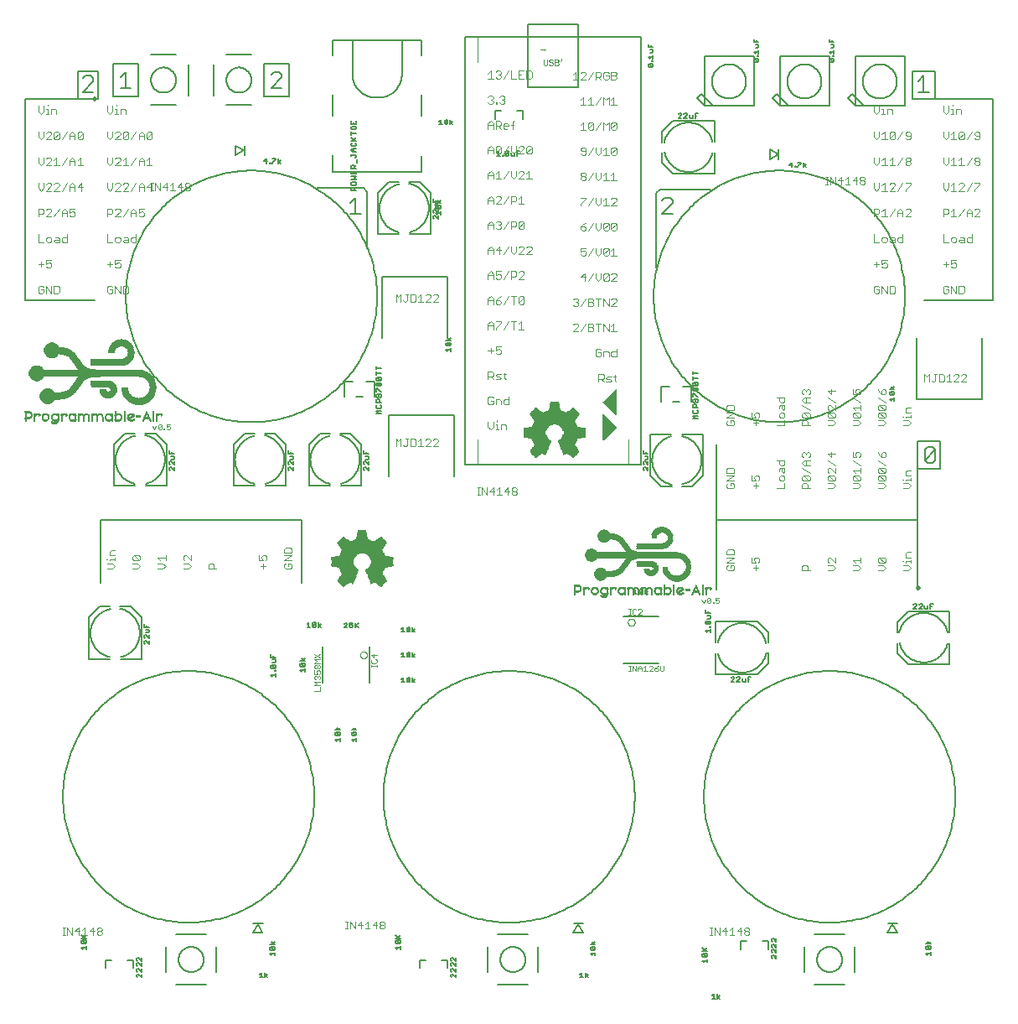
<source format=gbr>
G04 EAGLE Gerber RS-274X export*
G75*
%MOMM*%
%FSLAX34Y34*%
%LPD*%
%INSilkscreen Top*%
%IPPOS*%
%AMOC8*
5,1,8,0,0,1.08239X$1,22.5*%
G01*
%ADD10C,0.203200*%
%ADD11C,0.076200*%
%ADD12R,0.487675X0.021081*%
%ADD13R,0.698500X0.021081*%
%ADD14R,0.825500X0.021338*%
%ADD15R,0.952500X0.021081*%
%ADD16R,0.254000X0.021081*%
%ADD17R,1.079500X0.021081*%
%ADD18R,0.401319X0.021338*%
%ADD19R,1.163319X0.021338*%
%ADD20R,0.505463X0.021081*%
%ADD21R,1.290319X0.021081*%
%ADD22R,0.591819X0.021081*%
%ADD23R,1.376675X0.021081*%
%ADD24R,0.678181X0.021338*%
%ADD25R,1.419856X0.021338*%
%ADD26R,0.741675X0.021081*%
%ADD27R,1.503675X0.021081*%
%ADD28R,0.805181X0.021081*%
%ADD29R,1.587500X0.021081*%
%ADD30R,0.845819X0.021338*%
%ADD31R,1.630675X0.021338*%
%ADD32R,0.889000X0.021081*%
%ADD33R,1.714500X0.021081*%
%ADD34R,0.932181X0.021081*%
%ADD35R,1.757675X0.021081*%
%ADD36R,0.972819X0.021338*%
%ADD37R,1.798319X0.021338*%
%ADD38R,1.016000X0.021081*%
%ADD39R,1.884675X0.021081*%
%ADD40R,1.036319X0.021081*%
%ADD41R,1.925319X0.021081*%
%ADD42R,1.059181X0.021338*%
%ADD43R,1.968500X0.021338*%
%ADD44R,1.099819X0.021081*%
%ADD45R,2.011675X0.021081*%
%ADD46R,1.122675X0.021081*%
%ADD47R,2.052319X0.021081*%
%ADD48R,1.143000X0.021338*%
%ADD49R,2.095500X0.021338*%
%ADD50R,1.437638X0.021081*%
%ADD51R,2.138675X0.021081*%
%ADD52R,1.757681X0.021081*%
%ADD53R,2.179319X0.021081*%
%ADD54R,1.905000X0.021338*%
%ADD55R,2.222500X0.021338*%
%ADD56R,2.011681X0.021081*%
%ADD57R,2.265675X0.021081*%
%ADD58R,2.115819X0.021081*%
%ADD59R,2.202175X0.021338*%
%ADD60R,0.337819X0.021338*%
%ADD61R,0.952500X0.021338*%
%ADD62R,0.485137X0.021081*%
%ADD63R,0.911856X0.021081*%
%ADD64R,0.909319X0.021081*%
%ADD65R,2.349500X0.021081*%
%ADD66R,0.868675X0.021081*%
%ADD67R,2.390138X0.021338*%
%ADD68R,0.678175X0.021338*%
%ADD69R,0.805175X0.021338*%
%ADD70R,2.433319X0.021081*%
%ADD71R,0.739138X0.021081*%
%ADD72R,0.782319X0.021081*%
%ADD73R,2.496819X0.021081*%
%ADD74R,0.825500X0.021081*%
%ADD75R,0.784856X0.021081*%
%ADD76R,2.540000X0.021338*%
%ADD77R,0.866138X0.021338*%
%ADD78R,0.741681X0.021338*%
%ADD79R,0.739138X0.021338*%
%ADD80R,2.560319X0.021081*%
%ADD81R,0.932175X0.021081*%
%ADD82R,2.603500X0.021081*%
%ADD83R,0.993138X0.021081*%
%ADD84R,0.718819X0.021081*%
%ADD85R,2.644138X0.021338*%
%ADD86R,1.038856X0.021338*%
%ADD87R,0.698500X0.021338*%
%ADD88R,2.667000X0.021081*%
%ADD89R,2.707638X0.021081*%
%ADD90R,1.120138X0.021081*%
%ADD91R,0.678181X0.021081*%
%ADD92R,0.675638X0.021081*%
%ADD93R,2.730500X0.021338*%
%ADD94R,2.750819X0.021081*%
%ADD95R,1.165856X0.021081*%
%ADD96R,0.655319X0.021081*%
%ADD97R,0.657856X0.021081*%
%ADD98R,1.206500X0.021081*%
%ADD99R,2.794000X0.021338*%
%ADD100R,1.247138X0.021338*%
%ADD101R,0.632463X0.021338*%
%ADD102R,0.635000X0.021338*%
%ADD103R,2.814319X0.021081*%
%ADD104R,1.247138X0.021081*%
%ADD105R,0.635000X0.021081*%
%ADD106R,2.834637X0.021081*%
%ADD107R,1.292856X0.021081*%
%ADD108R,0.614681X0.021081*%
%ADD109R,0.612138X0.021081*%
%ADD110R,2.837181X0.021338*%
%ADD111R,1.292856X0.021338*%
%ADD112R,0.614681X0.021338*%
%ADD113R,0.612138X0.021338*%
%ADD114R,2.857500X0.021081*%
%ADD115R,1.333500X0.021081*%
%ADD116R,0.614675X0.021081*%
%ADD117R,0.594356X0.021081*%
%ADD118R,1.503681X0.021338*%
%ADD119R,1.374138X0.021338*%
%ADD120R,0.591819X0.021338*%
%ADD121R,0.594356X0.021338*%
%ADD122R,1.374138X0.021081*%
%ADD123R,1.397000X0.021081*%
%ADD124R,1.079500X0.021338*%
%ADD125R,1.036319X0.021338*%
%ADD126R,0.571500X0.021338*%
%ADD127R,1.059181X0.021081*%
%ADD128R,1.419856X0.021081*%
%ADD129R,0.571500X0.021081*%
%ADD130R,0.637537X0.021081*%
%ADD131R,0.868675X0.021338*%
%ADD132R,0.614675X0.021338*%
%ADD133R,0.845819X0.021081*%
%ADD134R,0.574037X0.021081*%
%ADD135R,0.551181X0.021081*%
%ADD136R,0.548638X0.021081*%
%ADD137R,0.762000X0.021081*%
%ADD138R,0.551175X0.021081*%
%ADD139R,0.551175X0.021338*%
%ADD140R,0.551181X0.021338*%
%ADD141R,0.721356X0.021081*%
%ADD142R,0.444500X0.021338*%
%ADD143R,0.718819X0.021338*%
%ADD144R,0.317500X0.021081*%
%ADD145R,0.548638X0.021338*%
%ADD146R,0.675638X0.021338*%
%ADD147R,0.678175X0.021081*%
%ADD148R,2.181856X0.021081*%
%ADD149R,2.159000X0.021081*%
%ADD150R,2.159000X0.021338*%
%ADD151R,2.138681X0.021081*%
%ADD152R,2.138681X0.021338*%
%ADD153R,2.118356X0.021081*%
%ADD154R,0.655319X0.021338*%
%ADD155R,2.095500X0.021081*%
%ADD156R,2.075181X0.021081*%
%ADD157R,2.054856X0.021338*%
%ADD158R,2.054856X0.021081*%
%ADD159R,2.032000X0.021081*%
%ADD160R,2.011681X0.021338*%
%ADD161R,1.991356X0.021081*%
%ADD162R,1.968500X0.021081*%
%ADD163R,1.948181X0.021338*%
%ADD164R,1.905000X0.021081*%
%ADD165R,1.884681X0.021081*%
%ADD166R,1.864356X0.021338*%
%ADD167R,1.821181X0.021081*%
%ADD168R,1.778000X0.021081*%
%ADD169R,1.714500X0.021338*%
%ADD170R,0.695963X0.021081*%
%ADD171R,1.651000X0.021081*%
%ADD172R,1.544319X0.021081*%
%ADD173R,0.297175X0.021338*%
%ADD174R,0.421637X0.021081*%
%ADD175R,0.741675X0.021338*%
%ADD176R,0.657856X0.021338*%
%ADD177R,0.782319X0.021338*%
%ADD178R,0.932175X0.021338*%
%ADD179R,0.868681X0.021338*%
%ADD180R,0.972819X0.021081*%
%ADD181R,1.059175X0.021338*%
%ADD182R,0.975356X0.021338*%
%ADD183R,0.805181X0.021338*%
%ADD184R,1.059175X0.021081*%
%ADD185R,1.143000X0.021081*%
%ADD186R,0.866138X0.021081*%
%ADD187R,1.122681X0.021338*%
%ADD188R,1.290319X0.021338*%
%ADD189R,0.929638X0.021338*%
%ADD190R,1.524000X0.021081*%
%ADD191R,10.330175X0.021081*%
%ADD192R,10.307319X0.021338*%
%ADD193R,10.287000X0.021081*%
%ADD194R,10.307319X0.021081*%
%ADD195R,10.287000X0.021338*%
%ADD196R,10.264138X0.021081*%
%ADD197R,10.266681X0.021081*%
%ADD198R,10.246356X0.021338*%
%ADD199R,10.203181X0.021081*%
%ADD200R,10.182856X0.021081*%
%ADD201R,10.160000X0.021338*%
%ADD202R,10.139681X0.021081*%
%ADD203R,10.096500X0.021081*%
%ADD204R,10.076181X0.021338*%
%ADD205R,10.055856X0.021081*%
%ADD206R,10.012681X0.021081*%
%ADD207R,9.969500X0.021338*%
%ADD208R,9.949181X0.021081*%
%ADD209R,9.906000X0.021081*%
%ADD210R,9.865356X0.021338*%
%ADD211R,9.779000X0.021081*%
%ADD212R,9.735819X0.021081*%
%ADD213R,9.672319X0.021338*%
%ADD214R,9.588500X0.021081*%
%ADD215R,9.504675X0.021081*%
%ADD216R,9.354819X0.021338*%
%ADD217R,1.503681X0.021081*%
%ADD218R,1.122681X0.021081*%
%ADD219R,1.270000X0.021081*%
%ADD220R,1.099819X0.021338*%
%ADD221R,0.975356X0.021081*%
%ADD222R,1.016000X0.021338*%
%ADD223R,0.848356X0.021081*%
%ADD224R,0.889000X0.021338*%
%ADD225R,0.805175X0.021081*%
%ADD226R,0.762000X0.021338*%
%ADD227R,0.528319X0.021338*%
%ADD228R,0.297175X0.021081*%
%ADD229R,2.667000X0.021338*%
%ADD230R,2.794000X0.021081*%
%ADD231R,2.880356X0.021081*%
%ADD232R,2.943856X0.021338*%
%ADD233R,3.007356X0.021081*%
%ADD234R,3.048000X0.021081*%
%ADD235R,3.091181X0.021338*%
%ADD236R,3.134356X0.021081*%
%ADD237R,3.154681X0.021081*%
%ADD238R,3.197856X0.021338*%
%ADD239R,3.218181X0.021081*%
%ADD240R,3.258819X0.021081*%
%ADD241R,3.281681X0.021338*%
%ADD242R,3.302000X0.021081*%
%ADD243R,3.322319X0.021081*%
%ADD244R,3.345181X0.021338*%
%ADD245R,3.365500X0.021081*%
%ADD246R,3.388356X0.021081*%
%ADD247R,3.408681X0.021338*%
%ADD248R,3.429000X0.021081*%
%ADD249R,3.451856X0.021338*%
%ADD250R,3.472181X0.021081*%
%ADD251R,3.492500X0.021081*%
%ADD252R,3.492500X0.021338*%
%ADD253R,3.515356X0.021081*%
%ADD254R,0.741681X0.021081*%
%ADD255R,0.444500X0.021081*%
%ADD256R,0.721356X0.021338*%
%ADD257R,0.911856X0.021338*%
%ADD258R,0.909319X0.021338*%
%ADD259R,1.038856X0.021081*%
%ADD260R,1.120138X0.021338*%
%ADD261R,1.122675X0.021338*%
%ADD262R,2.519681X0.021081*%
%ADD263R,2.499356X0.021338*%
%ADD264R,2.476500X0.021081*%
%ADD265R,2.453638X0.021338*%
%ADD266R,2.453638X0.021081*%
%ADD267R,2.369819X0.021081*%
%ADD268R,2.329181X0.021338*%
%ADD269R,2.308856X0.021081*%
%ADD270R,2.286000X0.021081*%
%ADD271R,2.245356X0.021338*%
%ADD272R,2.202181X0.021081*%
%ADD273R,2.009138X0.021081*%
%ADD274R,1.841500X0.021081*%
%ADD275R,1.755138X0.021338*%
%ADD276R,1.356356X0.021338*%
%ADD277R,1.884675X0.021338*%
%ADD278R,1.861819X0.021081*%
%ADD279R,1.800856X0.021338*%
%ADD280R,1.780538X0.021081*%
%ADD281R,0.784856X0.021338*%
%ADD282R,1.673856X0.021081*%
%ADD283R,1.630675X0.021081*%
%ADD284R,1.607819X0.021338*%
%ADD285R,0.530856X0.021081*%
%ADD286R,1.567181X0.021081*%
%ADD287R,0.403856X0.021081*%
%ADD288R,1.521463X0.021081*%
%ADD289R,0.233675X0.021338*%
%ADD290R,1.480819X0.021338*%
%ADD291R,1.417319X0.021081*%
%ADD292R,1.333500X0.021338*%
%ADD293R,0.297181X0.021081*%
%ADD294R,0.043175X0.010669*%
%ADD295R,0.043181X0.010669*%
%ADD296R,0.073656X0.010412*%
%ADD297R,0.104138X0.010669*%
%ADD298R,0.106681X0.010669*%
%ADD299R,0.127000X0.010669*%
%ADD300R,0.160019X0.010412*%
%ADD301R,0.157481X0.010412*%
%ADD302R,0.180338X0.010669*%
%ADD303R,0.210819X0.010669*%
%ADD304R,0.213356X0.010669*%
%ADD305R,0.231138X0.010412*%
%ADD306R,0.233675X0.010412*%
%ADD307R,0.264156X0.010669*%
%ADD308R,0.264163X0.010669*%
%ADD309R,0.287019X0.010669*%
%ADD310R,0.284481X0.010669*%
%ADD311R,0.317500X0.010412*%
%ADD312R,0.337819X0.010669*%
%ADD313R,0.340356X0.010669*%
%ADD314R,0.360681X0.010669*%
%ADD315R,0.360675X0.010669*%
%ADD316R,0.391156X0.010412*%
%ADD317R,0.411481X0.010669*%
%ADD318R,0.444500X0.010669*%
%ADD319R,0.467356X0.010412*%
%ADD320R,0.464819X0.010412*%
%ADD321R,0.497838X0.010669*%
%ADD322R,0.518162X0.010669*%
%ADD323R,0.518156X0.010669*%
%ADD324R,0.548638X0.010412*%
%ADD325R,0.551175X0.010412*%
%ADD326R,0.571500X0.010669*%
%ADD327R,0.604519X0.010669*%
%ADD328R,0.601981X0.010669*%
%ADD329R,0.624838X0.010412*%
%ADD330R,0.622300X0.010412*%
%ADD331R,0.645156X0.010669*%
%ADD332R,0.647700X0.010669*%
%ADD333R,0.678181X0.010669*%
%ADD334R,0.678175X0.010669*%
%ADD335R,0.698500X0.010412*%
%ADD336R,0.728981X0.010669*%
%ADD337R,0.020319X0.010669*%
%ADD338R,0.751838X0.010669*%
%ADD339R,0.053338X0.010669*%
%ADD340R,0.050800X0.010669*%
%ADD341R,0.784856X0.010412*%
%ADD342R,0.073663X0.010412*%
%ADD343R,0.782319X0.010412*%
%ADD344R,0.805175X0.010669*%
%ADD345R,0.805181X0.010669*%
%ADD346R,0.835663X0.010412*%
%ADD347R,0.127000X0.010412*%
%ADD348R,0.835656X0.010412*%
%ADD349R,0.855981X0.010669*%
%ADD350R,0.157481X0.010669*%
%ADD351R,0.160019X0.010669*%
%ADD352R,0.858519X0.010669*%
%ADD353R,0.889000X0.010669*%
%ADD354R,0.177800X0.010669*%
%ADD355R,0.911856X0.010669*%
%ADD356R,0.909319X0.010669*%
%ADD357R,0.932175X0.010412*%
%ADD358R,0.233681X0.010412*%
%ADD359R,0.929638X0.010412*%
%ADD360R,0.962656X0.010669*%
%ADD361R,0.243838X0.010669*%
%ADD362R,0.965200X0.010669*%
%ADD363R,0.982981X0.010669*%
%ADD364R,0.276856X0.010669*%
%ADD365R,0.274319X0.010669*%
%ADD366R,0.985519X0.010669*%
%ADD367R,1.016000X0.010412*%
%ADD368R,0.297175X0.010412*%
%ADD369R,0.297181X0.010412*%
%ADD370R,1.036319X0.010669*%
%ADD371R,0.327656X0.010669*%
%ADD372R,1.069338X0.010669*%
%ADD373R,0.350519X0.010669*%
%ADD374R,0.347981X0.010669*%
%ADD375R,1.102356X0.010412*%
%ADD376R,0.381000X0.010412*%
%ADD377R,1.099819X0.010412*%
%ADD378R,1.524000X0.010669*%
%ADD379R,1.534163X0.010669*%
%ADD380R,1.534156X0.010669*%
%ADD381R,1.554481X0.010412*%
%ADD382R,1.557019X0.010412*%
%ADD383R,1.564638X0.010669*%
%ADD384R,1.567181X0.010669*%
%ADD385R,1.577338X0.010669*%
%ADD386R,1.597656X0.010412*%
%ADD387R,1.607819X0.010669*%
%ADD388R,1.610356X0.010669*%
%ADD389R,1.630681X0.010669*%
%ADD390R,1.630675X0.010669*%
%ADD391R,1.640838X0.010412*%
%ADD392R,1.661156X0.010669*%
%ADD393R,1.661163X0.010669*%
%ADD394R,1.673856X0.010669*%
%ADD395R,1.671319X0.010669*%
%ADD396R,1.684019X0.010412*%
%ADD397R,1.681481X0.010412*%
%ADD398R,1.704338X0.010669*%
%ADD399R,1.724662X0.010412*%
%ADD400R,1.724656X0.010412*%
%ADD401R,1.724662X0.010669*%
%ADD402R,1.724656X0.010669*%
%ADD403R,1.714500X0.010669*%
%ADD404R,1.727200X0.010412*%
%ADD405R,1.714500X0.010412*%
%ADD406R,1.704338X0.010412*%
%ADD407R,1.694175X0.010669*%
%ADD408R,1.691638X0.010669*%
%ADD409R,1.684019X0.010669*%
%ADD410R,1.681481X0.010669*%
%ADD411R,1.694181X0.010412*%
%ADD412R,1.691638X0.010412*%
%ADD413R,1.671319X0.010412*%
%ADD414R,1.673856X0.010412*%
%ADD415R,1.663700X0.010669*%
%ADD416R,1.651000X0.010669*%
%ADD417R,1.661156X0.010412*%
%ADD418R,1.638300X0.010412*%
%ADD419R,1.640838X0.010669*%
%ADD420R,1.638300X0.010669*%
%ADD421R,1.628138X0.010412*%
%ADD422R,1.630681X0.010412*%
%ADD423R,1.628138X0.010669*%
%ADD424R,1.630675X0.010412*%
%ADD425R,1.620519X0.010669*%
%ADD426R,1.620519X0.010412*%
%ADD427R,1.617981X0.010412*%
%ADD428R,1.617981X0.010669*%
%ADD429R,1.607819X0.010412*%
%ADD430R,1.597662X0.010412*%
%ADD431R,1.597656X0.010669*%
%ADD432R,1.600200X0.010669*%
%ADD433R,1.587500X0.010412*%
%ADD434R,1.587500X0.010669*%
%ADD435R,1.577338X0.010412*%
%ADD436R,1.567175X0.010669*%
%ADD437R,1.567175X0.010412*%
%ADD438R,1.564638X0.010412*%
%ADD439R,1.554481X0.010669*%
%ADD440R,1.557019X0.010669*%
%ADD441R,1.567181X0.010412*%
%ADD442R,1.651000X0.010412*%
%ADD443R,1.694181X0.010669*%
%ADD444R,1.694175X0.010412*%
%ADD445R,1.734819X0.010669*%
%ADD446R,1.744981X0.010412*%
%ADD447R,1.757681X0.010669*%
%ADD448R,1.755138X0.010669*%
%ADD449R,1.778000X0.010412*%
%ADD450R,1.778000X0.010669*%
%ADD451R,1.788156X0.010669*%
%ADD452R,1.798319X0.010412*%
%ADD453R,1.800856X0.010412*%
%ADD454R,1.811019X0.010669*%
%ADD455R,1.821181X0.010669*%
%ADD456R,1.821175X0.010669*%
%ADD457R,1.821181X0.010412*%
%ADD458R,1.821175X0.010412*%
%ADD459R,1.831338X0.010669*%
%ADD460R,1.841500X0.010669*%
%ADD461R,1.851656X0.010412*%
%ADD462R,1.861819X0.010669*%
%ADD463R,1.851662X0.010412*%
%ADD464R,1.854200X0.010669*%
%ADD465R,1.851656X0.010669*%
%ADD466R,1.831338X0.010412*%
%ADD467R,1.828800X0.010412*%
%ADD468R,1.818638X0.010669*%
%ADD469R,1.800856X0.010669*%
%ADD470R,1.798319X0.010669*%
%ADD471R,1.767838X0.010412*%
%ADD472R,1.744981X0.010669*%
%ADD473R,1.747519X0.010669*%
%ADD474R,1.747519X0.010412*%
%ADD475R,1.701800X0.010412*%
%ADD476R,1.663700X0.010412*%
%ADD477R,1.788156X0.010412*%
%ADD478R,1.894838X0.010669*%
%ADD479R,1.948181X0.010412*%
%ADD480R,1.945638X0.010412*%
%ADD481R,1.988819X0.010669*%
%ADD482R,2.042156X0.010669*%
%ADD483R,2.095500X0.010412*%
%ADD484R,2.138681X0.010669*%
%ADD485R,2.138675X0.010669*%
%ADD486R,2.192019X0.010669*%
%ADD487R,2.242819X0.010412*%
%ADD488R,2.245356X0.010412*%
%ADD489R,2.286000X0.010669*%
%ADD490R,2.326637X0.010669*%
%ADD491R,2.329181X0.010669*%
%ADD492R,2.339338X0.010412*%
%ADD493R,2.336800X0.010412*%
%ADD494R,2.339338X0.010669*%
%ADD495R,2.336800X0.010669*%
%ADD496R,2.329175X0.010669*%
%ADD497R,2.319019X0.010412*%
%ADD498R,2.319019X0.010669*%
%ADD499R,2.306319X0.010412*%
%ADD500R,2.308856X0.010412*%
%ADD501R,2.306319X0.010669*%
%ADD502R,2.308856X0.010669*%
%ADD503R,2.296156X0.010669*%
%ADD504R,2.298700X0.010669*%
%ADD505R,2.286000X0.010412*%
%ADD506R,2.275838X0.010412*%
%ADD507R,2.275838X0.010669*%
%ADD508R,2.265675X0.010669*%
%ADD509R,2.265681X0.010669*%
%ADD510R,2.265675X0.010412*%
%ADD511R,2.265681X0.010412*%
%ADD512R,2.255519X0.010412*%
%ADD513R,2.255519X0.010669*%
%ADD514R,2.296156X0.010412*%
%ADD515R,2.298700X0.010412*%
%ADD516R,2.349500X0.010669*%
%ADD517R,2.349500X0.010412*%
%ADD518R,2.252981X0.010669*%
%ADD519R,2.212338X0.010669*%
%ADD520R,2.159000X0.010412*%
%ADD521R,2.105656X0.010669*%
%ADD522R,2.105663X0.010669*%
%ADD523R,2.065019X0.010669*%
%ADD524R,2.062481X0.010669*%
%ADD525R,2.011681X0.010412*%
%ADD526R,2.009138X0.010412*%
%ADD527R,1.958338X0.010669*%
%ADD528R,1.955800X0.010669*%
%ADD529R,1.905000X0.010669*%
%ADD530R,1.861819X0.010412*%
%ADD531R,1.864356X0.010412*%
%ADD532R,1.757675X0.010669*%
%ADD533R,1.661163X0.010412*%
%ADD534R,1.737356X0.010669*%
%ADD535R,1.737356X0.010412*%
%ADD536R,1.734819X0.010412*%
%ADD537R,1.767838X0.010669*%
%ADD538R,1.765300X0.010669*%
%ADD539R,1.808481X0.010412*%
%ADD540R,1.828800X0.010669*%
%ADD541R,1.948175X0.010412*%
%ADD542R,1.978656X0.010669*%
%ADD543R,1.981200X0.010669*%
%ADD544R,2.032000X0.010669*%
%ADD545R,2.115819X0.010412*%
%ADD546R,2.118356X0.010412*%
%ADD547R,4.328156X0.010669*%
%ADD548R,4.307837X0.010669*%
%ADD549R,4.307837X0.010412*%
%ADD550R,4.284981X0.010669*%
%ADD551R,4.284981X0.010412*%
%ADD552R,4.264656X0.010669*%
%ADD553R,4.244338X0.010412*%
%ADD554R,4.244338X0.010669*%
%ADD555R,4.224019X0.010669*%
%ADD556R,4.224019X0.010412*%
%ADD557R,4.201156X0.010669*%
%ADD558R,4.201156X0.010412*%
%ADD559R,4.180837X0.010669*%
%ADD560R,4.157981X0.010412*%
%ADD561R,4.157981X0.010669*%
%ADD562R,4.137656X0.010412*%
%ADD563R,4.137656X0.010669*%
%ADD564R,4.117338X0.010669*%
%ADD565R,4.117338X0.010412*%
%ADD566R,4.097019X0.010669*%
%ADD567R,4.097019X0.010412*%
%ADD568R,4.074156X0.010669*%
%ADD569R,4.074156X0.010412*%
%ADD570R,4.180837X0.010412*%
%ADD571R,4.264656X0.010412*%
%ADD572R,4.351019X0.010669*%
%ADD573R,4.351019X0.010412*%
%ADD574R,4.371338X0.010669*%
%ADD575R,4.391656X0.010669*%
%ADD576R,4.391656X0.010412*%
%ADD577R,4.411981X0.010669*%
%ADD578R,4.434838X0.010669*%
%ADD579R,4.434838X0.010412*%
%ADD580R,4.455156X0.010669*%
%ADD581R,4.478019X0.010669*%
%ADD582R,4.498337X0.010412*%
%ADD583R,4.498337X0.010669*%
%ADD584R,4.518656X0.010669*%
%ADD585R,4.538981X0.010412*%
%ADD586R,4.538981X0.010669*%
%ADD587R,4.561838X0.010669*%
%ADD588R,4.582156X0.010412*%
%ADD589R,4.582156X0.010669*%
%ADD590R,4.605019X0.010669*%
%ADD591R,4.625338X0.010412*%
%ADD592R,4.625338X0.010669*%
%ADD593R,4.645656X0.010412*%
%ADD594R,4.665981X0.010669*%
%ADD595R,4.688837X0.010412*%
%ADD596R,4.709156X0.010669*%
%ADD597R,4.732019X0.010669*%
%ADD598R,4.752338X0.010412*%
%ADD599R,4.772656X0.010669*%
%ADD600R,4.792981X0.010412*%
%ADD601R,4.815838X0.010669*%
%ADD602R,4.836156X0.010412*%
%ADD603R,4.859019X0.010669*%
%ADD604R,4.879338X0.010412*%
%ADD605R,4.899656X0.010669*%
%ADD606R,4.919981X0.010412*%
%ADD607R,4.942838X0.010669*%
%ADD608R,4.963156X0.010412*%
%ADD609R,4.986019X0.010669*%
%ADD610R,5.006337X0.010412*%
%ADD611R,5.006337X0.010669*%
%ADD612R,4.986019X0.010412*%
%ADD613R,4.963156X0.010669*%
%ADD614R,4.879338X0.010669*%
%ADD615R,4.859019X0.010412*%
%ADD616R,4.836156X0.010669*%
%ADD617R,1.173481X0.010669*%
%ADD618R,1.176019X0.010669*%
%ADD619R,1.143000X0.010669*%
%ADD620R,1.122675X0.010412*%
%ADD621R,2.212338X0.010412*%
%ADD622R,1.122681X0.010412*%
%ADD623R,1.102356X0.010669*%
%ADD624R,2.148837X0.010669*%
%ADD625R,1.099819X0.010669*%
%ADD626R,1.046481X0.010412*%
%ADD627R,2.042156X0.010412*%
%ADD628R,1.016000X0.010669*%
%ADD629R,1.998981X0.010669*%
%ADD630R,0.995681X0.010669*%
%ADD631R,1.938019X0.010669*%
%ADD632R,0.995675X0.010669*%
%ADD633R,0.962656X0.010412*%
%ADD634R,1.894838X0.010412*%
%ADD635R,0.965200X0.010412*%
%ADD636R,0.942338X0.010669*%
%ADD637R,0.939800X0.010669*%
%ADD638R,0.889000X0.010412*%
%ADD639R,0.835663X0.010669*%
%ADD640R,0.835656X0.010669*%
%ADD641R,0.815338X0.010412*%
%ADD642R,0.805181X0.010412*%
%ADD643R,0.784856X0.010669*%
%ADD644R,0.782319X0.010669*%
%ADD645R,0.762000X0.010669*%
%ADD646R,1.470656X0.010669*%
%ADD647R,0.728981X0.010412*%
%ADD648R,1.430019X0.010412*%
%ADD649R,0.708656X0.010669*%
%ADD650R,1.386838X0.010669*%
%ADD651R,1.323338X0.010669*%
%ADD652R,0.655319X0.010412*%
%ADD653R,1.280156X0.010412*%
%ADD654R,0.657856X0.010412*%
%ADD655R,0.624838X0.010669*%
%ADD656R,1.236981X0.010669*%
%ADD657R,0.622300X0.010669*%
%ADD658R,1.196338X0.010669*%
%ADD659R,0.571500X0.010412*%
%ADD660R,1.176019X0.010412*%
%ADD661R,0.548638X0.010669*%
%ADD662R,0.551175X0.010669*%
%ADD663R,1.153156X0.010669*%
%ADD664R,0.497838X0.010412*%
%ADD665R,1.153156X0.010412*%
%ADD666R,0.477519X0.010669*%
%ADD667R,0.474981X0.010669*%
%ADD668R,0.421637X0.010412*%
%ADD669R,0.424181X0.010412*%
%ADD670R,0.391156X0.010669*%
%ADD671R,1.132838X0.010669*%
%ADD672R,0.370838X0.010669*%
%ADD673R,0.337819X0.010412*%
%ADD674R,1.132838X0.010412*%
%ADD675R,0.340356X0.010412*%
%ADD676R,0.317500X0.010669*%
%ADD677R,0.264156X0.010412*%
%ADD678R,0.264163X0.010412*%
%ADD679R,0.231138X0.010669*%
%ADD680R,1.109981X0.010669*%
%ADD681R,0.233675X0.010669*%
%ADD682R,0.190500X0.010412*%
%ADD683R,1.109981X0.010412*%
%ADD684R,0.139700X0.010669*%
%ADD685R,0.137156X0.010669*%
%ADD686R,0.104138X0.010412*%
%ADD687R,1.089656X0.010412*%
%ADD688R,0.106681X0.010412*%
%ADD689R,0.083819X0.010669*%
%ADD690R,1.089656X0.010669*%
%ADD691R,1.069338X0.010412*%
%ADD692R,1.049019X0.010669*%
%ADD693R,1.049019X0.010412*%
%ADD694R,1.026156X0.010669*%
%ADD695R,1.026156X0.010412*%
%ADD696R,1.005837X0.010669*%
%ADD697R,1.005837X0.010412*%
%ADD698R,0.982981X0.010412*%
%ADD699R,0.942338X0.010412*%
%ADD700R,0.922019X0.010669*%
%ADD701R,0.922019X0.010412*%
%ADD702R,0.899156X0.010412*%
%ADD703R,0.899156X0.010669*%
%ADD704R,0.878838X0.010412*%
%ADD705R,0.878838X0.010669*%
%ADD706R,0.855981X0.010412*%
%ADD707R,0.795019X0.010669*%
%ADD708R,0.142238X0.008638*%
%ADD709R,0.228600X0.008381*%
%ADD710R,0.287019X0.008381*%
%ADD711R,0.337819X0.008638*%
%ADD712R,0.373381X0.008381*%
%ADD713R,0.406400X0.008381*%
%ADD714R,0.439419X0.008638*%
%ADD715R,0.474981X0.008381*%
%ADD716R,0.500381X0.008381*%
%ADD717R,0.525781X0.008638*%
%ADD718R,0.551181X0.008381*%
%ADD719R,0.566419X0.008381*%
%ADD720R,0.584200X0.008638*%
%ADD721R,0.601981X0.008381*%
%ADD722R,0.627381X0.008381*%
%ADD723R,0.642619X0.008638*%
%ADD724R,0.660400X0.008381*%
%ADD725R,0.668019X0.008381*%
%ADD726R,0.271781X0.008638*%
%ADD727R,0.264163X0.008638*%
%ADD728R,0.243838X0.008381*%
%ADD729R,0.246381X0.008381*%
%ADD730R,0.236219X0.008381*%
%ADD731R,0.213363X0.008638*%
%ADD732R,0.228600X0.008638*%
%ADD733R,0.185419X0.008381*%
%ADD734R,0.220981X0.008381*%
%ADD735R,0.162562X0.008381*%
%ADD736R,0.210819X0.008381*%
%ADD737R,0.134619X0.008638*%
%ADD738R,0.203200X0.008638*%
%ADD739R,0.111763X0.008381*%
%ADD740R,0.193038X0.008381*%
%ADD741R,0.091438X0.008381*%
%ADD742R,0.195581X0.008381*%
%ADD743R,0.076200X0.008638*%
%ADD744R,0.195581X0.008638*%
%ADD745R,0.050800X0.008381*%
%ADD746R,0.033019X0.008381*%
%ADD747R,0.015238X0.008638*%
%ADD748R,0.177800X0.008638*%
%ADD749R,0.083819X0.008381*%
%ADD750R,0.177800X0.008381*%
%ADD751R,0.076200X0.008381*%
%ADD752R,0.246381X0.008638*%
%ADD753R,0.152400X0.008638*%
%ADD754R,0.238763X0.008638*%
%ADD755R,0.243838X0.008638*%
%ADD756R,0.254000X0.008638*%
%ADD757R,0.152400X0.008381*%
%ADD758R,0.160019X0.008381*%
%ADD759R,0.297181X0.008381*%
%ADD760R,0.170181X0.008381*%
%ADD761R,0.289563X0.008381*%
%ADD762R,0.304800X0.008381*%
%ADD763R,0.330200X0.008381*%
%ADD764R,0.322581X0.008381*%
%ADD765R,0.320038X0.008381*%
%ADD766R,0.345438X0.008381*%
%ADD767R,0.160019X0.008638*%
%ADD768R,0.373381X0.008638*%
%ADD769R,0.330200X0.008638*%
%ADD770R,0.167637X0.008638*%
%ADD771R,0.355600X0.008638*%
%ADD772R,0.381000X0.008638*%
%ADD773R,0.162562X0.008638*%
%ADD774R,0.398781X0.008381*%
%ADD775R,0.167637X0.008381*%
%ADD776R,0.381000X0.008381*%
%ADD777R,0.388619X0.008381*%
%ADD778R,0.431800X0.008381*%
%ADD779R,0.416563X0.008381*%
%ADD780R,0.414019X0.008381*%
%ADD781R,0.439419X0.008381*%
%ADD782R,0.449581X0.008638*%
%ADD783R,0.431800X0.008638*%
%ADD784R,0.474981X0.008638*%
%ADD785R,0.482600X0.008381*%
%ADD786R,0.457200X0.008381*%
%ADD787R,0.447038X0.008381*%
%ADD788R,0.449581X0.008381*%
%ADD789R,0.490219X0.008381*%
%ADD790R,0.472438X0.008381*%
%ADD791R,0.515619X0.008381*%
%ADD792R,0.515619X0.008638*%
%ADD793R,0.492763X0.008638*%
%ADD794R,0.490219X0.008638*%
%ADD795R,0.533400X0.008638*%
%ADD796R,0.170181X0.008638*%
%ADD797R,0.533400X0.008381*%
%ADD798R,0.508000X0.008381*%
%ADD799R,0.695963X0.008381*%
%ADD800R,0.678181X0.008381*%
%ADD801R,0.675638X0.008381*%
%ADD802R,0.584200X0.008381*%
%ADD803R,0.576581X0.008638*%
%ADD804R,0.711200X0.008638*%
%ADD805R,0.685800X0.008638*%
%ADD806R,0.601981X0.008638*%
%ADD807R,0.718819X0.008381*%
%ADD808R,0.693419X0.008381*%
%ADD809R,0.609600X0.008381*%
%ADD810R,0.728981X0.008381*%
%ADD811R,0.703581X0.008381*%
%ADD812R,0.701037X0.008381*%
%ADD813R,0.624838X0.008381*%
%ADD814R,0.617219X0.008638*%
%ADD815R,0.736600X0.008638*%
%ADD816R,0.645163X0.008638*%
%ADD817R,0.294637X0.008381*%
%ADD818R,0.370838X0.008381*%
%ADD819R,0.254000X0.008381*%
%ADD820R,0.271781X0.008381*%
%ADD821R,0.236219X0.008638*%
%ADD822R,0.304800X0.008638*%
%ADD823R,0.218438X0.008381*%
%ADD824R,0.279400X0.008381*%
%ADD825R,0.238763X0.008381*%
%ADD826R,0.213363X0.008381*%
%ADD827R,0.203200X0.008381*%
%ADD828R,0.269238X0.008381*%
%ADD829R,0.193038X0.008638*%
%ADD830R,0.261619X0.008638*%
%ADD831R,0.210819X0.008638*%
%ADD832R,0.187963X0.008381*%
%ADD833R,0.185419X0.008638*%
%ADD834R,0.220981X0.008638*%
%ADD835R,0.119381X0.008381*%
%ADD836R,0.068581X0.008638*%
%ADD837R,0.261619X0.008381*%
%ADD838R,0.043181X0.008381*%
%ADD839R,0.025400X0.008381*%
%ADD840R,0.736600X0.008381*%
%ADD841R,0.187963X0.008638*%
%ADD842R,0.728981X0.008638*%
%ADD843R,0.424181X0.008381*%
%ADD844R,0.711200X0.008381*%
%ADD845R,0.525781X0.008381*%
%ADD846R,0.543563X0.008638*%
%ADD847R,0.398781X0.008638*%
%ADD848R,0.678181X0.008638*%
%ADD849R,0.558800X0.008381*%
%ADD850R,0.576581X0.008381*%
%ADD851R,0.447038X0.008638*%
%ADD852R,0.660400X0.008638*%
%ADD853R,0.594363X0.008381*%
%ADD854R,0.464819X0.008381*%
%ADD855R,0.652781X0.008381*%
%ADD856R,0.642619X0.008381*%
%ADD857R,0.619762X0.008638*%
%ADD858R,0.312419X0.008381*%
%ADD859R,0.635000X0.008381*%
%ADD860R,0.645163X0.008381*%
%ADD861R,0.264163X0.008381*%
%ADD862R,0.508000X0.008638*%
%ADD863R,0.017781X0.008638*%
%ADD864R,0.035563X0.008381*%
%ADD865R,0.066037X0.008638*%
%ADD866R,0.279400X0.008638*%
%ADD867R,0.093981X0.008381*%
%ADD868R,0.109219X0.008381*%
%ADD869R,0.137162X0.008638*%
%ADD870R,0.218438X0.008638*%
%ADD871R,0.297181X0.008638*%
%ADD872R,0.294637X0.008638*%
%ADD873R,0.347981X0.008381*%
%ADD874R,0.627381X0.008638*%
%ADD875R,0.287019X0.008638*%
%ADD876R,0.668019X0.008638*%
%ADD877R,0.609600X0.008638*%
%ADD878R,0.599438X0.008381*%
%ADD879R,0.718819X0.008638*%
%ADD880R,0.650238X0.008638*%
%ADD881R,0.594363X0.008638*%
%ADD882R,0.482600X0.008638*%
%ADD883R,0.591819X0.008638*%
%ADD884R,0.652781X0.008638*%
%ADD885R,0.591819X0.008381*%
%ADD886R,0.685800X0.008381*%
%ADD887R,0.568963X0.008381*%
%ADD888R,0.543563X0.008381*%
%ADD889R,0.670563X0.008381*%
%ADD890R,0.467363X0.008381*%
%ADD891R,0.548638X0.008381*%
%ADD892R,0.635000X0.008638*%
%ADD893R,0.523238X0.008638*%
%ADD894R,0.624838X0.008638*%
%ADD895R,0.497838X0.008638*%
%ADD896R,0.568963X0.008638*%
%ADD897R,0.574037X0.008638*%
%ADD898R,0.441963X0.008638*%
%ADD899R,0.500381X0.008638*%
%ADD900R,0.617219X0.008381*%
%ADD901R,0.424181X0.008638*%
%ADD902R,0.464819X0.008638*%
%ADD903R,0.406400X0.008638*%
%ADD904R,0.548638X0.008638*%
%ADD905R,0.467363X0.008638*%
%ADD906R,0.312419X0.008638*%
%ADD907R,0.541019X0.008381*%
%ADD908R,0.396238X0.008381*%
%ADD909R,0.363219X0.008381*%
%ADD910R,0.355600X0.008381*%
%ADD911R,0.370838X0.008638*%
%ADD912R,0.337819X0.008381*%
%ADD913R,0.340363X0.008381*%
%ADD914R,0.314963X0.008381*%
%ADD915R,0.137162X0.008381*%
%ADD916R,0.144781X0.008381*%
%ADD917R,0.134619X0.008381*%
%ADD918R,0.127000X0.008381*%
%ADD919R,0.670563X0.008638*%
%ADD920R,0.101600X0.008638*%
%ADD921R,0.101600X0.008381*%
%ADD922R,0.083819X0.008638*%
%ADD923R,0.068581X0.008381*%
%ADD924R,0.058419X0.008638*%
%ADD925R,0.033019X0.008638*%
%ADD926R,0.017781X0.008381*%
%ADD927R,0.518162X0.008638*%
%ADD928R,0.619762X0.008381*%
%ADD929R,0.779781X0.008638*%
%ADD930R,0.853438X0.008381*%
%ADD931R,0.924563X0.008381*%
%ADD932R,0.975363X0.008638*%
%ADD933R,1.041400X0.008381*%
%ADD934R,1.092200X0.008381*%
%ADD935R,1.143000X0.008638*%
%ADD936R,1.193800X0.008381*%
%ADD937R,1.229363X0.008381*%
%ADD938R,1.280163X0.008638*%
%ADD939R,1.310638X0.008381*%
%ADD940R,1.361438X0.008381*%
%ADD941R,1.397000X0.008638*%
%ADD942R,1.432562X0.008381*%
%ADD943R,1.483363X0.008381*%
%ADD944R,1.513838X0.008638*%
%ADD945R,1.549400X0.008381*%
%ADD946R,1.584963X0.008381*%
%ADD947R,1.615438X0.008638*%
%ADD948R,1.651000X0.008381*%
%ADD949R,0.769619X0.008381*%
%ADD950R,1.686563X0.008381*%
%ADD951R,0.805181X0.008638*%
%ADD952R,1.701800X0.008638*%
%ADD953R,0.820419X0.008381*%
%ADD954R,1.737363X0.008381*%
%ADD955R,0.855981X0.008381*%
%ADD956R,1.767838X0.008381*%
%ADD957R,0.871219X0.008638*%
%ADD958R,1.803400X0.008638*%
%ADD959R,0.896619X0.008381*%
%ADD960R,1.818638X0.008381*%
%ADD961R,0.922019X0.008381*%
%ADD962R,1.854200X0.008381*%
%ADD963R,0.939800X0.008638*%
%ADD964R,1.879600X0.008638*%
%ADD965R,0.965200X0.008381*%
%ADD966R,1.905000X0.008381*%
%ADD967R,0.990600X0.008381*%
%ADD968R,1.940563X0.008381*%
%ADD969R,1.008381X0.008638*%
%ADD970R,1.955800X0.008638*%
%ADD971R,1.023619X0.008381*%
%ADD972R,1.991363X0.008381*%
%ADD973R,2.006600X0.008381*%
%ADD974R,1.059181X0.008638*%
%ADD975R,2.021838X0.008638*%
%ADD976R,1.074419X0.008381*%
%ADD977R,2.057400X0.008381*%
%ADD978R,2.072637X0.008381*%
%ADD979R,1.109981X0.008638*%
%ADD980R,2.108200X0.008638*%
%ADD981R,1.125219X0.008381*%
%ADD982R,2.123438X0.008381*%
%ADD983R,1.143000X0.008381*%
%ADD984R,2.143763X0.008381*%
%ADD985R,1.160781X0.008638*%
%ADD986R,2.159000X0.008638*%
%ADD987R,1.176019X0.008381*%
%ADD988R,2.194562X0.008381*%
%ADD989R,1.186181X0.008381*%
%ADD990R,2.209800X0.008381*%
%ADD991R,1.201419X0.008638*%
%ADD992R,2.225038X0.008638*%
%ADD993R,1.211581X0.008381*%
%ADD994R,2.245363X0.008381*%
%ADD995R,1.226819X0.008381*%
%ADD996R,2.275838X0.008381*%
%ADD997R,1.244600X0.008638*%
%ADD998R,2.296163X0.008638*%
%ADD999R,1.252219X0.008381*%
%ADD1000R,2.311400X0.008381*%
%ADD1001R,1.262381X0.008381*%
%ADD1002R,2.326637X0.008381*%
%ADD1003R,1.277619X0.008638*%
%ADD1004R,2.346963X0.008638*%
%ADD1005R,1.287781X0.008381*%
%ADD1006R,2.362200X0.008381*%
%ADD1007R,1.295400X0.008381*%
%ADD1008R,2.377438X0.008381*%
%ADD1009R,1.313181X0.008638*%
%ADD1010R,2.397763X0.008638*%
%ADD1011R,1.320800X0.008381*%
%ADD1012R,2.428238X0.008381*%
%ADD1013R,1.328419X0.008381*%
%ADD1014R,2.448562X0.008381*%
%ADD1015R,1.338581X0.008638*%
%ADD1016R,2.463800X0.008638*%
%ADD1017R,1.346200X0.008381*%
%ADD1018R,2.479038X0.008381*%
%ADD1019R,1.353819X0.008381*%
%ADD1020R,2.499363X0.008381*%
%ADD1021R,1.363981X0.008638*%
%ADD1022R,2.514600X0.008638*%
%ADD1023R,1.379219X0.008381*%
%ADD1024R,2.529838X0.008381*%
%ADD1025R,2.540000X0.008381*%
%ADD1026R,1.625600X0.008638*%
%ADD1027R,2.550163X0.008638*%
%ADD1028R,1.844037X0.008381*%
%ADD1029R,2.565400X0.008381*%
%ADD1030R,1.963419X0.008381*%
%ADD1031R,2.580637X0.008381*%
%ADD1032R,2.057400X0.008638*%
%ADD1033R,2.600963X0.008638*%
%ADD1034R,2.133600X0.008381*%
%ADD1035R,2.616200X0.008381*%
%ADD1036R,2.631438X0.008381*%
%ADD1037R,2.260600X0.008638*%
%ADD1038R,2.651763X0.008638*%
%ADD1039R,2.667000X0.008381*%
%ADD1040R,2.369819X0.008381*%
%ADD1041R,2.682238X0.008381*%
%ADD1042R,2.413000X0.008638*%
%ADD1043R,2.692400X0.008638*%
%ADD1044R,2.453638X0.008381*%
%ADD1045R,2.702562X0.008381*%
%ADD1046R,2.717800X0.008381*%
%ADD1047R,2.532381X0.008638*%
%ADD1048R,2.733038X0.008638*%
%ADD1049R,2.598419X0.008381*%
%ADD1050R,2.633981X0.008638*%
%ADD1051R,1.176019X0.008638*%
%ADD1052R,2.659381X0.008381*%
%ADD1053R,2.684781X0.008381*%
%ADD1054R,1.117600X0.008381*%
%ADD1055R,2.717800X0.008638*%
%ADD1056R,0.558800X0.008638*%
%ADD1057R,1.099819X0.008638*%
%ADD1058R,2.743200X0.008381*%
%ADD1059R,1.066800X0.008381*%
%ADD1060R,2.768600X0.008381*%
%ADD1061R,0.650238X0.008381*%
%ADD1062R,1.049019X0.008381*%
%ADD1063R,2.783838X0.008638*%
%ADD1064R,0.693419X0.008638*%
%ADD1065R,1.041400X0.008638*%
%ADD1066R,2.819400X0.008381*%
%ADD1067R,2.837181X0.008381*%
%ADD1068R,0.762000X0.008381*%
%ADD1069R,1.008381X0.008381*%
%ADD1070R,2.862581X0.008638*%
%ADD1071R,0.795019X0.008638*%
%ADD1072R,0.990600X0.008638*%
%ADD1073R,2.880362X0.008381*%
%ADD1074R,0.830581X0.008381*%
%ADD1075R,0.982981X0.008381*%
%ADD1076R,2.905763X0.008381*%
%ADD1077R,0.863600X0.008381*%
%ADD1078R,2.921000X0.008638*%
%ADD1079R,0.889000X0.008638*%
%ADD1080R,0.957581X0.008638*%
%ADD1081R,2.938781X0.008381*%
%ADD1082R,0.914400X0.008381*%
%ADD1083R,0.947419X0.008381*%
%ADD1084R,2.964181X0.008381*%
%ADD1085R,0.929638X0.008381*%
%ADD1086R,2.979419X0.008638*%
%ADD1087R,0.932181X0.008638*%
%ADD1088R,2.997200X0.008381*%
%ADD1089R,0.998219X0.008381*%
%ADD1090R,3.014981X0.008381*%
%ADD1091R,1.026163X0.008381*%
%ADD1092R,0.906781X0.008381*%
%ADD1093R,3.030219X0.008638*%
%ADD1094R,0.904238X0.008638*%
%ADD1095R,3.048000X0.008381*%
%ADD1096R,0.899163X0.008381*%
%ADD1097R,0.889000X0.008381*%
%ADD1098R,3.065781X0.008381*%
%ADD1099R,3.073400X0.008638*%
%ADD1100R,1.107438X0.008638*%
%ADD1101R,0.881381X0.008638*%
%ADD1102R,3.091181X0.008381*%
%ADD1103R,1.135381X0.008381*%
%ADD1104R,0.871219X0.008381*%
%ADD1105R,3.106419X0.008381*%
%ADD1106R,1.150619X0.008381*%
%ADD1107R,3.116581X0.008638*%
%ADD1108R,1.168400X0.008638*%
%ADD1109R,0.853438X0.008638*%
%ADD1110R,3.131819X0.008381*%
%ADD1111R,3.149600X0.008381*%
%ADD1112R,1.201419X0.008381*%
%ADD1113R,3.157219X0.008638*%
%ADD1114R,1.229363X0.008638*%
%ADD1115R,0.838200X0.008638*%
%ADD1116R,3.175000X0.008381*%
%ADD1117R,1.244600X0.008381*%
%ADD1118R,0.838200X0.008381*%
%ADD1119R,3.182619X0.008381*%
%ADD1120R,1.259838X0.008381*%
%ADD1121R,0.828038X0.008381*%
%ADD1122R,3.200400X0.008638*%
%ADD1123R,1.270000X0.008638*%
%ADD1124R,0.830581X0.008638*%
%ADD1125R,3.208019X0.008381*%
%ADD1126R,0.822963X0.008381*%
%ADD1127R,3.225800X0.008381*%
%ADD1128R,1.303019X0.008381*%
%ADD1129R,3.233419X0.008638*%
%ADD1130R,1.320800X0.008638*%
%ADD1131R,0.812800X0.008638*%
%ADD1132R,3.243581X0.008381*%
%ADD1133R,1.338581X0.008381*%
%ADD1134R,0.802638X0.008381*%
%ADD1135R,0.812800X0.008381*%
%ADD1136R,3.251200X0.008381*%
%ADD1137R,0.795019X0.008381*%
%ADD1138R,3.261363X0.008638*%
%ADD1139R,1.361438X0.008638*%
%ADD1140R,0.797563X0.008638*%
%ADD1141R,3.276600X0.008381*%
%ADD1142R,1.381763X0.008381*%
%ADD1143R,0.787400X0.008381*%
%ADD1144R,0.797563X0.008381*%
%ADD1145R,3.286763X0.008381*%
%ADD1146R,1.389381X0.008381*%
%ADD1147R,3.294381X0.008638*%
%ADD1148R,1.404619X0.008638*%
%ADD1149R,0.787400X0.008638*%
%ADD1150R,3.302000X0.008381*%
%ADD1151R,1.412238X0.008381*%
%ADD1152R,3.309619X0.008381*%
%ADD1153R,0.777238X0.008381*%
%ADD1154R,3.317238X0.008638*%
%ADD1155R,1.440181X0.008638*%
%ADD1156R,3.327400X0.008381*%
%ADD1157R,1.455419X0.008381*%
%ADD1158R,0.772163X0.008381*%
%ADD1159R,3.335019X0.008381*%
%ADD1160R,1.463037X0.008381*%
%ADD1161R,3.342638X0.008638*%
%ADD1162R,1.473200X0.008638*%
%ADD1163R,0.762000X0.008638*%
%ADD1164R,3.352800X0.008381*%
%ADD1165R,0.754381X0.008381*%
%ADD1166R,3.360419X0.008381*%
%ADD1167R,1.498600X0.008381*%
%ADD1168R,3.370581X0.008638*%
%ADD1169R,1.506219X0.008638*%
%ADD1170R,0.751838X0.008638*%
%ADD1171R,3.370581X0.008381*%
%ADD1172R,1.513838X0.008381*%
%ADD1173R,3.378200X0.008381*%
%ADD1174R,1.524000X0.008381*%
%ADD1175R,0.746762X0.008381*%
%ADD1176R,3.388362X0.008638*%
%ADD1177R,1.534163X0.008638*%
%ADD1178R,0.746762X0.008638*%
%ADD1179R,3.395981X0.008381*%
%ADD1180R,1.541781X0.008381*%
%ADD1181R,0.744219X0.008381*%
%ADD1182R,3.393438X0.008381*%
%ADD1183R,1.557019X0.008381*%
%ADD1184R,3.403600X0.008638*%
%ADD1185R,1.557019X0.008638*%
%ADD1186R,0.744219X0.008638*%
%ADD1187R,3.411219X0.008381*%
%ADD1188R,1.574800X0.008381*%
%ADD1189R,0.726438X0.008381*%
%ADD1190R,3.421381X0.008638*%
%ADD1191R,1.592581X0.008638*%
%ADD1192R,3.421381X0.008381*%
%ADD1193R,1.592581X0.008381*%
%ADD1194R,3.429000X0.008381*%
%ADD1195R,1.600200X0.008381*%
%ADD1196R,0.721363X0.008381*%
%ADD1197R,3.429000X0.008638*%
%ADD1198R,1.607819X0.008638*%
%ADD1199R,3.436619X0.008381*%
%ADD1200R,1.615438X0.008381*%
%ADD1201R,3.444238X0.008381*%
%ADD1202R,1.625600X0.008381*%
%ADD1203R,1.379219X0.008638*%
%ADD1204R,1.930400X0.008638*%
%ADD1205R,1.635763X0.008638*%
%ADD1206R,1.727200X0.008381*%
%ADD1207R,1.643381X0.008381*%
%ADD1208R,1.363981X0.008381*%
%ADD1209R,1.651000X0.008638*%
%ADD1210R,1.465581X0.008381*%
%ADD1211R,1.658619X0.008381*%
%ADD1212R,1.404619X0.008381*%
%ADD1213R,1.328419X0.008638*%
%ADD1214R,1.666238X0.008638*%
%ADD1215R,1.676400X0.008381*%
%ADD1216R,1.313181X0.008381*%
%ADD1217R,1.285238X0.008381*%
%ADD1218R,1.295400X0.008638*%
%ADD1219R,1.254763X0.008638*%
%ADD1220R,1.686563X0.008638*%
%ADD1221R,0.701037X0.008638*%
%ADD1222R,1.219200X0.008381*%
%ADD1223R,1.694181X0.008381*%
%ADD1224R,1.277619X0.008381*%
%ADD1225R,1.262381X0.008638*%
%ADD1226R,0.805181X0.008381*%
%ADD1227R,0.779781X0.008381*%
%ADD1228R,1.226819X0.008638*%
%ADD1229R,0.695963X0.008638*%
%ADD1230R,0.751838X0.008381*%
%ADD1231R,1.193800X0.008638*%
%ADD1232R,1.049019X0.008638*%
%ADD1233R,0.726438X0.008638*%
%ADD1234R,1.160781X0.008381*%
%ADD1235R,1.016000X0.008638*%
%ADD1236R,0.703581X0.008638*%
%ADD1237R,0.982981X0.008638*%
%ADD1238R,0.675638X0.008638*%
%ADD1239R,1.084581X0.008381*%
%ADD1240R,0.972819X0.008381*%
%ADD1241R,0.957581X0.008381*%
%ADD1242R,0.947419X0.008638*%
%ADD1243R,0.939800X0.008381*%
%ADD1244R,0.929638X0.008638*%
%ADD1245R,0.922019X0.008638*%
%ADD1246R,0.914400X0.008638*%
%ADD1247R,0.904238X0.008381*%
%ADD1248R,0.881381X0.008381*%
%ADD1249R,0.855981X0.008638*%
%ADD1250R,0.899163X0.008638*%
%ADD1251R,0.769619X0.008638*%
%ADD1252R,0.878838X0.008638*%
%ADD1253R,0.863600X0.008638*%
%ADD1254R,0.566419X0.008638*%
%ADD1255R,0.414019X0.008638*%
%ADD1256R,0.848363X0.008381*%
%ADD1257R,0.845819X0.008381*%
%ADD1258R,0.144781X0.008638*%
%ADD1259R,0.845819X0.008638*%
%ADD1260R,0.828038X0.008638*%
%ADD1261R,0.820419X0.008638*%
%ADD1262R,2.608581X0.008381*%
%ADD1263R,0.822963X0.008638*%
%ADD1264R,2.600963X0.008381*%
%ADD1265R,2.590800X0.008638*%
%ADD1266R,2.590800X0.008381*%
%ADD1267R,2.583181X0.008638*%
%ADD1268R,2.583181X0.008381*%
%ADD1269R,2.575563X0.008638*%
%ADD1270R,2.575563X0.008381*%
%ADD1271R,2.565400X0.008638*%
%ADD1272R,2.557781X0.008381*%
%ADD1273R,2.557781X0.008638*%
%ADD1274R,2.550163X0.008381*%
%ADD1275R,2.540000X0.008638*%
%ADD1276R,2.532381X0.008381*%
%ADD1277R,2.524763X0.008381*%
%ADD1278R,0.802638X0.008638*%
%ADD1279R,2.514600X0.008381*%
%ADD1280R,2.506981X0.008381*%
%ADD1281R,2.506981X0.008638*%
%ADD1282R,2.489200X0.008381*%
%ADD1283R,2.489200X0.008638*%
%ADD1284R,2.481581X0.008381*%
%ADD1285R,2.473963X0.008381*%
%ADD1286R,2.473963X0.008638*%
%ADD1287R,2.463800X0.008381*%
%ADD1288R,2.456181X0.008381*%
%ADD1289R,2.448562X0.008638*%
%ADD1290R,2.438400X0.008381*%
%ADD1291R,2.430781X0.008638*%
%ADD1292R,2.423163X0.008381*%
%ADD1293R,2.413000X0.008381*%
%ADD1294R,2.405381X0.008638*%
%ADD1295R,2.397763X0.008381*%
%ADD1296R,2.387600X0.008381*%
%ADD1297R,2.379981X0.008638*%
%ADD1298R,2.372362X0.008381*%
%ADD1299R,2.354581X0.008638*%
%ADD1300R,2.346963X0.008381*%
%ADD1301R,2.336800X0.008381*%
%ADD1302R,2.329181X0.008638*%
%ADD1303R,2.321563X0.008381*%
%ADD1304R,2.286000X0.008381*%
%ADD1305R,2.278381X0.008381*%
%ADD1306R,2.270763X0.008638*%
%ADD1307R,2.252981X0.008381*%
%ADD1308R,2.227581X0.008638*%
%ADD1309R,2.219963X0.008381*%
%ADD1310R,2.202181X0.008381*%
%ADD1311R,2.184400X0.008638*%
%ADD1312R,2.169163X0.008381*%
%ADD1313R,2.151381X0.008381*%
%ADD1314R,2.133600X0.008638*%
%ADD1315R,2.118362X0.008381*%
%ADD1316R,2.100581X0.008381*%
%ADD1317R,2.075181X0.008638*%
%ADD1318R,2.032000X0.008381*%
%ADD1319R,2.006600X0.008638*%
%ADD1320R,1.973581X0.008381*%
%ADD1321R,1.897381X0.008638*%
%ADD1322R,1.821181X0.008381*%
%ADD1323R,0.289563X0.008638*%
%ADD1324R,0.574037X0.008381*%
%ADD1325R,0.873762X0.008381*%
%ADD1326R,0.906781X0.008638*%
%ADD1327R,0.932181X0.008381*%
%ADD1328R,0.949963X0.008638*%
%ADD1329R,1.000762X0.008381*%
%ADD1330R,1.031238X0.008381*%
%ADD1331R,1.051562X0.008381*%
%ADD1332R,1.066800X0.008638*%
%ADD1333R,1.082037X0.008381*%
%ADD1334R,1.102363X0.008381*%
%ADD1335R,1.005837X0.008381*%
%ADD1336R,1.117600X0.008638*%
%ADD1337R,1.132838X0.008381*%
%ADD1338R,1.153163X0.008381*%
%ADD1339R,1.183638X0.008381*%
%ADD1340R,1.203963X0.008638*%
%ADD1341R,1.234438X0.008381*%
%ADD1342R,0.955038X0.008381*%
%ADD1343R,1.158238X0.008638*%
%ADD1344R,1.254763X0.008381*%
%ADD1345R,1.270000X0.008381*%
%ADD1346R,1.285238X0.008638*%
%ADD1347R,1.236981X0.008638*%
%ADD1348R,0.998219X0.008638*%
%ADD1349R,1.305562X0.008381*%
%ADD1350R,1.056638X0.008381*%
%ADD1351R,1.336037X0.008381*%
%ADD1352R,1.422400X0.008381*%
%ADD1353R,1.336037X0.008638*%
%ADD1354R,1.356363X0.008381*%
%ADD1355R,1.531619X0.008381*%
%ADD1356R,1.127763X0.008381*%
%ADD1357R,1.607819X0.008381*%
%ADD1358R,1.371600X0.008638*%
%ADD1359R,1.711963X0.008638*%
%ADD1360R,1.186181X0.008638*%
%ADD1361R,1.371600X0.008381*%
%ADD1362R,1.386838X0.008381*%
%ADD1363R,2.141219X0.008381*%
%ADD1364R,12.385038X0.008638*%
%ADD1365R,12.387581X0.008381*%
%ADD1366R,12.379963X0.008381*%
%ADD1367R,12.377419X0.008638*%
%ADD1368R,12.369800X0.008381*%
%ADD1369R,12.377419X0.008381*%
%ADD1370R,12.369800X0.008638*%
%ADD1371R,12.359637X0.008381*%
%ADD1372R,12.362181X0.008381*%
%ADD1373R,12.354563X0.008638*%
%ADD1374R,12.344400X0.008381*%
%ADD1375R,12.336781X0.008638*%
%ADD1376R,12.326619X0.008381*%
%ADD1377R,12.319000X0.008638*%
%ADD1378R,12.319000X0.008381*%
%ADD1379R,12.308838X0.008381*%
%ADD1380R,12.303763X0.008638*%
%ADD1381R,12.293600X0.008381*%
%ADD1382R,12.285981X0.008381*%
%ADD1383R,12.278363X0.008638*%
%ADD1384R,12.268200X0.008381*%
%ADD1385R,12.260581X0.008638*%
%ADD1386R,12.250419X0.008381*%
%ADD1387R,12.242800X0.008381*%
%ADD1388R,12.235181X0.008638*%
%ADD1389R,12.225019X0.008381*%
%ADD1390R,12.209781X0.008381*%
%ADD1391R,12.199619X0.008638*%
%ADD1392R,12.199619X0.008381*%
%ADD1393R,12.192000X0.008381*%
%ADD1394R,12.174219X0.008638*%
%ADD1395R,12.166600X0.008381*%
%ADD1396R,12.156438X0.008381*%
%ADD1397R,12.141200X0.008638*%
%ADD1398R,12.131037X0.008381*%
%ADD1399R,12.123419X0.008381*%
%ADD1400R,12.105638X0.008638*%
%ADD1401R,12.098019X0.008381*%
%ADD1402R,12.080238X0.008381*%
%ADD1403R,12.072619X0.008638*%
%ADD1404R,12.054838X0.008381*%
%ADD1405R,12.047219X0.008381*%
%ADD1406R,12.029438X0.008638*%
%ADD1407R,12.014200X0.008381*%
%ADD1408R,11.996419X0.008381*%
%ADD1409R,11.988800X0.008638*%
%ADD1410R,11.971019X0.008381*%
%ADD1411R,11.955781X0.008381*%
%ADD1412R,11.938000X0.008638*%
%ADD1413R,11.920219X0.008381*%
%ADD1414R,11.912600X0.008381*%
%ADD1415R,11.887200X0.008638*%
%ADD1416R,11.871963X0.008381*%
%ADD1417R,11.854181X0.008381*%
%ADD1418R,11.836400X0.008638*%
%ADD1419R,11.821162X0.008381*%
%ADD1420R,11.785600X0.008381*%
%ADD1421R,11.767819X0.008638*%
%ADD1422R,11.750038X0.008381*%
%ADD1423R,11.724638X0.008381*%
%ADD1424R,11.701781X0.008638*%
%ADD1425R,11.676381X0.008381*%
%ADD1426R,11.650981X0.008381*%
%ADD1427R,11.625581X0.008638*%
%ADD1428R,11.600181X0.008381*%
%ADD1429R,11.567163X0.008381*%
%ADD1430R,11.531600X0.008638*%
%ADD1431R,11.496037X0.008381*%
%ADD1432R,11.463019X0.008381*%
%ADD1433R,11.422381X0.008638*%
%ADD1434R,11.386819X0.008381*%
%ADD1435R,11.328400X0.008381*%
%ADD1436R,11.277600X0.008638*%
%ADD1437R,11.211563X0.008381*%
%ADD1438R,11.049000X0.008381*%
%ADD1439R,1.905000X0.008638*%
%ADD1440R,1.744981X0.008381*%
%ADD1441R,1.633219X0.008381*%
%ADD1442R,1.356363X0.008638*%
%ADD1443R,1.430019X0.008381*%
%ADD1444R,1.386838X0.008638*%
%ADD1445R,1.168400X0.008381*%
%ADD1446R,1.219200X0.008638*%
%ADD1447R,1.125219X0.008638*%
%ADD1448R,1.107438X0.008381*%
%ADD1449R,1.203963X0.008381*%
%ADD1450R,1.183638X0.008638*%
%ADD1451R,1.059181X0.008381*%
%ADD1452R,1.132838X0.008638*%
%ADD1453R,1.033781X0.008638*%
%ADD1454R,1.109981X0.008381*%
%ADD1455R,1.092200X0.008638*%
%ADD1456R,0.965200X0.008638*%
%ADD1457R,1.016000X0.008381*%
%ADD1458R,0.949963X0.008381*%
%ADD1459R,0.980438X0.008638*%
%ADD1460R,0.848363X0.008638*%
%ADD1461R,0.878838X0.008381*%
%ADD1462R,0.551181X0.008638*%
%ADD1463R,0.391163X0.008638*%
%ADD1464R,3.218181X0.008381*%
%ADD1465R,3.327400X0.008638*%
%ADD1466R,3.403600X0.008381*%
%ADD1467R,3.464562X0.008381*%
%ADD1468R,3.489963X0.008381*%
%ADD1469R,3.515363X0.008638*%
%ADD1470R,3.540763X0.008381*%
%ADD1471R,3.556000X0.008381*%
%ADD1472R,3.581400X0.008638*%
%ADD1473R,3.599181X0.008381*%
%ADD1474R,3.616963X0.008381*%
%ADD1475R,3.642363X0.008638*%
%ADD1476R,3.657600X0.008381*%
%ADD1477R,3.675381X0.008381*%
%ADD1478R,3.683000X0.008638*%
%ADD1479R,3.700781X0.008381*%
%ADD1480R,3.718562X0.008381*%
%ADD1481R,3.733800X0.008638*%
%ADD1482R,3.751581X0.008381*%
%ADD1483R,3.759200X0.008381*%
%ADD1484R,3.776981X0.008638*%
%ADD1485R,3.784600X0.008381*%
%ADD1486R,3.802381X0.008381*%
%ADD1487R,3.820163X0.008638*%
%ADD1488R,3.827781X0.008381*%
%ADD1489R,3.835400X0.008381*%
%ADD1490R,3.853181X0.008638*%
%ADD1491R,3.860800X0.008381*%
%ADD1492R,3.870963X0.008381*%
%ADD1493R,3.886200X0.008638*%
%ADD1494R,3.896363X0.008381*%
%ADD1495R,3.903981X0.008381*%
%ADD1496R,3.911600X0.008638*%
%ADD1497R,3.929381X0.008381*%
%ADD1498R,3.937000X0.008381*%
%ADD1499R,3.947163X0.008638*%
%ADD1500R,3.954781X0.008381*%
%ADD1501R,3.962400X0.008381*%
%ADD1502R,3.972562X0.008638*%
%ADD1503R,3.980181X0.008381*%
%ADD1504R,3.987800X0.008381*%
%ADD1505R,3.997963X0.008638*%
%ADD1506R,4.005581X0.008381*%
%ADD1507R,4.013200X0.008381*%
%ADD1508R,4.023363X0.008638*%
%ADD1509R,4.030981X0.008381*%
%ADD1510R,4.038600X0.008381*%
%ADD1511R,4.048763X0.008638*%
%ADD1512R,4.056381X0.008381*%
%ADD1513R,4.064000X0.008381*%
%ADD1514R,4.074162X0.008638*%
%ADD1515R,4.081781X0.008381*%
%ADD1516R,4.089400X0.008638*%
%ADD1517R,4.099563X0.008381*%
%ADD1518R,4.107181X0.008381*%
%ADD1519R,4.114800X0.008638*%
%ADD1520R,4.114800X0.008381*%
%ADD1521R,4.124963X0.008381*%
%ADD1522R,4.132581X0.008638*%
%ADD1523R,4.140200X0.008381*%
%ADD1524R,4.150362X0.008638*%
%ADD1525R,4.157981X0.008381*%
%ADD1526R,4.165600X0.008638*%
%ADD1527R,4.175763X0.008381*%
%ADD1528R,4.183381X0.008638*%
%ADD1529R,4.191000X0.008381*%
%ADD1530R,4.201163X0.008638*%
%ADD1531R,4.208781X0.008381*%
%ADD1532R,0.873762X0.008638*%
%ADD1533R,0.896619X0.008638*%
%ADD1534R,0.924563X0.008638*%
%ADD1535R,1.026163X0.008638*%
%ADD1536R,1.076963X0.008638*%
%ADD1537R,0.975363X0.008381*%
%ADD1538R,0.980438X0.008381*%
%ADD1539R,1.127763X0.008638*%
%ADD1540R,1.158238X0.008381*%
%ADD1541R,1.178562X0.008638*%
%ADD1542R,1.031238X0.008638*%
%ADD1543R,1.209037X0.008638*%
%ADD1544R,1.084581X0.008638*%
%ADD1545R,1.099819X0.008381*%
%ADD1546R,1.252219X0.008638*%
%ADD1547R,1.135381X0.008638*%
%ADD1548R,1.280163X0.008381*%
%ADD1549R,1.287781X0.008638*%
%ADD1550R,1.310638X0.008638*%
%ADD1551R,1.330963X0.008381*%
%ADD1552R,1.397000X0.008381*%
%ADD1553R,1.346200X0.008638*%
%ADD1554R,1.447800X0.008638*%
%ADD1555R,1.516381X0.008381*%
%ADD1556R,1.590037X0.008381*%
%ADD1557R,3.022600X0.008638*%
%ADD1558R,3.004819X0.008638*%
%ADD1559R,2.987038X0.008638*%
%ADD1560R,2.989581X0.008381*%
%ADD1561R,2.981963X0.008381*%
%ADD1562R,2.971800X0.008381*%
%ADD1563R,2.961638X0.008638*%
%ADD1564R,2.954019X0.008381*%
%ADD1565R,2.936238X0.008381*%
%ADD1566R,2.928619X0.008638*%
%ADD1567R,2.931163X0.008381*%
%ADD1568R,2.921000X0.008381*%
%ADD1569R,2.913381X0.008638*%
%ADD1570R,2.913381X0.008381*%
%ADD1571R,2.903219X0.008381*%
%ADD1572R,2.887981X0.008638*%
%ADD1573R,2.877819X0.008381*%
%ADD1574R,2.870200X0.008381*%
%ADD1575R,2.870200X0.008638*%
%ADD1576R,2.860038X0.008381*%
%ADD1577R,2.844800X0.008381*%
%ADD1578R,2.834637X0.008638*%
%ADD1579R,2.827019X0.008381*%
%ADD1580R,2.809238X0.008381*%
%ADD1581R,2.811781X0.008638*%
%ADD1582R,2.804163X0.008381*%
%ADD1583R,2.786381X0.008381*%
%ADD1584R,2.778763X0.008638*%
%ADD1585R,2.760981X0.008381*%
%ADD1586R,2.753363X0.008381*%
%ADD1587R,2.735581X0.008638*%
%ADD1588R,2.727963X0.008381*%
%ADD1589R,2.710181X0.008381*%
%ADD1590R,2.702562X0.008638*%
%ADD1591R,2.641600X0.008381*%
%ADD1592R,2.626362X0.008381*%
%ADD1593R,2.608581X0.008638*%
%ADD1594R,2.446019X0.008638*%
%ADD1595R,2.420619X0.008381*%
%ADD1596R,2.402837X0.008381*%
%ADD1597R,2.387600X0.008638*%
%ADD1598R,0.721363X0.008638*%
%ADD1599R,2.329181X0.008381*%
%ADD1600R,2.311400X0.008638*%
%ADD1601R,2.260600X0.008381*%
%ADD1602R,2.143763X0.008638*%
%ADD1603R,2.098038X0.008381*%
%ADD1604R,2.065019X0.008381*%
%ADD1605R,2.032000X0.008638*%
%ADD1606R,1.981200X0.008381*%
%ADD1607R,1.938019X0.008381*%
%ADD1608R,1.838963X0.008381*%
%ADD1609R,1.788163X0.008381*%
%ADD1610R,1.717037X0.008638*%
%ADD1611R,1.640838X0.008381*%
%ADD1612R,1.381763X0.008638*%
%ADD1613R,1.330963X0.008638*%
%ADD1614R,1.259838X0.008638*%
%ADD1615R,2.278381X0.008638*%
%ADD1616R,2.268219X0.008381*%
%ADD1617R,2.252981X0.008638*%
%ADD1618R,1.209037X0.008381*%
%ADD1619R,2.235200X0.008381*%
%ADD1620R,2.227581X0.008381*%
%ADD1621R,2.217419X0.008638*%
%ADD1622R,2.166619X0.008381*%
%ADD1623R,2.159000X0.008381*%
%ADD1624R,2.151381X0.008638*%
%ADD1625R,2.125981X0.008381*%
%ADD1626R,2.115819X0.008638*%
%ADD1627R,2.082800X0.008381*%
%ADD1628R,2.065019X0.008638*%
%ADD1629R,2.049781X0.008381*%
%ADD1630R,2.014219X0.008381*%
%ADD1631R,1.998981X0.008381*%
%ADD1632R,1.981200X0.008638*%
%ADD1633R,1.948181X0.008638*%
%ADD1634R,1.930400X0.008381*%
%ADD1635R,1.912619X0.008381*%
%ADD1636R,1.879600X0.008381*%
%ADD1637R,1.861819X0.008381*%
%ADD1638R,1.846581X0.008638*%
%ADD1639R,1.828800X0.008381*%
%ADD1640R,1.811019X0.008381*%
%ADD1641R,0.365762X0.008638*%
%ADD1642R,1.795781X0.008638*%
%ADD1643R,1.778000X0.008381*%
%ADD1644R,1.752600X0.008381*%
%ADD1645R,1.734819X0.008638*%
%ADD1646R,1.709419X0.008381*%
%ADD1647R,1.676400X0.008638*%
%ADD1648R,1.567181X0.008381*%
%ADD1649R,1.541781X0.008638*%
%ADD1650R,1.490981X0.008381*%
%ADD1651R,1.440181X0.008381*%
%ADD1652R,1.389381X0.008638*%
%ADD1653R,1.303019X0.008638*%
%ADD1654R,1.033781X0.008381*%
%ADD1655C,0.152400*%
%ADD1656C,0.050800*%
%ADD1657C,0.127000*%
%ADD1658C,0.015875*%
%ADD1659C,0.000000*%
%ADD1660C,0.500000*%

G36*
X596942Y595007D02*
X596942Y595007D01*
X597031Y595009D01*
X597053Y595018D01*
X597076Y595021D01*
X597156Y595060D01*
X597238Y595094D01*
X597256Y595110D01*
X597277Y595120D01*
X597338Y595185D01*
X597404Y595245D01*
X597415Y595266D01*
X597431Y595283D01*
X597466Y595365D01*
X597507Y595445D01*
X597510Y595471D01*
X597519Y595490D01*
X597521Y595540D01*
X597534Y595630D01*
X597534Y621030D01*
X597522Y621101D01*
X597521Y621131D01*
X597516Y621142D01*
X597509Y621206D01*
X597499Y621227D01*
X597495Y621251D01*
X597449Y621328D01*
X597410Y621407D01*
X597393Y621424D01*
X597380Y621444D01*
X597311Y621500D01*
X597247Y621561D01*
X597225Y621570D01*
X597206Y621585D01*
X597122Y621614D01*
X597040Y621649D01*
X597016Y621650D01*
X596994Y621657D01*
X596905Y621655D01*
X596816Y621659D01*
X596793Y621651D01*
X596769Y621651D01*
X596687Y621617D01*
X596602Y621590D01*
X596581Y621574D01*
X596562Y621566D01*
X596524Y621532D01*
X596452Y621478D01*
X583752Y608778D01*
X583714Y608725D01*
X583669Y608677D01*
X583650Y608633D01*
X583623Y608594D01*
X583607Y608531D01*
X583581Y608470D01*
X583579Y608423D01*
X583568Y608377D01*
X583574Y608312D01*
X583571Y608246D01*
X583586Y608201D01*
X583591Y608154D01*
X583620Y608095D01*
X583640Y608032D01*
X583673Y607988D01*
X583690Y607953D01*
X583719Y607926D01*
X583752Y607882D01*
X596452Y595182D01*
X596525Y595131D01*
X596594Y595075D01*
X596616Y595067D01*
X596636Y595053D01*
X596722Y595031D01*
X596806Y595003D01*
X596830Y595003D01*
X596853Y594998D01*
X596942Y595007D01*
G37*
G36*
X584307Y569609D02*
X584307Y569609D01*
X584331Y569609D01*
X584413Y569643D01*
X584498Y569670D01*
X584519Y569686D01*
X584538Y569694D01*
X584576Y569728D01*
X584648Y569782D01*
X597348Y582482D01*
X597386Y582536D01*
X597431Y582583D01*
X597450Y582627D01*
X597477Y582666D01*
X597493Y582729D01*
X597519Y582790D01*
X597521Y582837D01*
X597533Y582883D01*
X597526Y582948D01*
X597529Y583014D01*
X597514Y583059D01*
X597509Y583106D01*
X597480Y583165D01*
X597460Y583228D01*
X597427Y583272D01*
X597410Y583307D01*
X597381Y583334D01*
X597348Y583378D01*
X584648Y596078D01*
X584621Y596098D01*
X584615Y596104D01*
X584602Y596111D01*
X584575Y596129D01*
X584506Y596185D01*
X584484Y596193D01*
X584464Y596207D01*
X584378Y596229D01*
X584294Y596257D01*
X584270Y596257D01*
X584247Y596263D01*
X584158Y596253D01*
X584069Y596251D01*
X584047Y596242D01*
X584024Y596239D01*
X583944Y596200D01*
X583862Y596166D01*
X583844Y596150D01*
X583823Y596140D01*
X583762Y596075D01*
X583696Y596015D01*
X583685Y595994D01*
X583669Y595977D01*
X583634Y595895D01*
X583593Y595815D01*
X583590Y595789D01*
X583581Y595770D01*
X583579Y595720D01*
X583577Y595707D01*
X583573Y595694D01*
X583573Y595679D01*
X583566Y595630D01*
X583566Y570230D01*
X583582Y570142D01*
X583591Y570054D01*
X583601Y570033D01*
X583605Y570009D01*
X583651Y569932D01*
X583690Y569853D01*
X583707Y569836D01*
X583720Y569816D01*
X583789Y569760D01*
X583853Y569699D01*
X583875Y569690D01*
X583894Y569675D01*
X583978Y569646D01*
X584060Y569611D01*
X584084Y569610D01*
X584106Y569603D01*
X584195Y569605D01*
X584284Y569601D01*
X584307Y569609D01*
G37*
D10*
X698500Y565150D02*
X698500Y488950D01*
X901700Y488950D02*
X901700Y541020D01*
X901700Y565150D01*
X698500Y488950D02*
X698500Y419100D01*
X698500Y488950D02*
X901700Y488950D01*
X901700Y419100D01*
X908050Y711200D02*
X977900Y711200D01*
X977900Y914400D01*
X919480Y914400D01*
X896620Y914400D01*
X69850Y711200D02*
X0Y711200D01*
X0Y914400D01*
X53340Y914400D01*
X69850Y914400D01*
X76200Y488950D02*
X76200Y425450D01*
X76200Y488950D02*
X279400Y488950D01*
X279400Y425450D01*
D11*
X13081Y901914D02*
X13081Y907168D01*
X13081Y901914D02*
X15708Y899287D01*
X18335Y901914D01*
X18335Y907168D01*
X21033Y904541D02*
X22346Y904541D01*
X22346Y899287D01*
X21033Y899287D02*
X23660Y899287D01*
X22346Y907168D02*
X22346Y908481D01*
X26334Y904541D02*
X26334Y899287D01*
X26334Y904541D02*
X30275Y904541D01*
X31588Y903227D01*
X31588Y899287D01*
X13081Y881260D02*
X13081Y876006D01*
X15708Y873379D01*
X18335Y876006D01*
X18335Y881260D01*
X21033Y873379D02*
X26287Y873379D01*
X21033Y873379D02*
X26287Y878633D01*
X26287Y879946D01*
X24973Y881260D01*
X22346Y881260D01*
X21033Y879946D01*
X28985Y879946D02*
X28985Y874692D01*
X28985Y879946D02*
X30298Y881260D01*
X32925Y881260D01*
X34239Y879946D01*
X34239Y874692D01*
X32925Y873379D01*
X30298Y873379D01*
X28985Y874692D01*
X34239Y879946D01*
X36937Y873379D02*
X42191Y881260D01*
X44889Y878633D02*
X44889Y873379D01*
X44889Y878633D02*
X47516Y881260D01*
X50142Y878633D01*
X50142Y873379D01*
X50142Y877319D02*
X44889Y877319D01*
X52841Y874692D02*
X52841Y879946D01*
X54154Y881260D01*
X56781Y881260D01*
X58094Y879946D01*
X58094Y874692D01*
X56781Y873379D01*
X54154Y873379D01*
X52841Y874692D01*
X58094Y879946D01*
X13081Y855352D02*
X13081Y850098D01*
X15708Y847471D01*
X18335Y850098D01*
X18335Y855352D01*
X21033Y847471D02*
X26287Y847471D01*
X21033Y847471D02*
X26287Y852725D01*
X26287Y854038D01*
X24973Y855352D01*
X22346Y855352D01*
X21033Y854038D01*
X28985Y852725D02*
X31612Y855352D01*
X31612Y847471D01*
X28985Y847471D02*
X34239Y847471D01*
X36937Y847471D02*
X42191Y855352D01*
X44889Y852725D02*
X44889Y847471D01*
X44889Y852725D02*
X47516Y855352D01*
X50142Y852725D01*
X50142Y847471D01*
X50142Y851411D02*
X44889Y851411D01*
X52841Y852725D02*
X55467Y855352D01*
X55467Y847471D01*
X52841Y847471D02*
X58094Y847471D01*
X13081Y829444D02*
X13081Y824190D01*
X15708Y821563D01*
X18335Y824190D01*
X18335Y829444D01*
X21033Y821563D02*
X26287Y821563D01*
X21033Y821563D02*
X26287Y826817D01*
X26287Y828130D01*
X24973Y829444D01*
X22346Y829444D01*
X21033Y828130D01*
X28985Y821563D02*
X34239Y821563D01*
X28985Y821563D02*
X34239Y826817D01*
X34239Y828130D01*
X32925Y829444D01*
X30298Y829444D01*
X28985Y828130D01*
X36937Y821563D02*
X42191Y829444D01*
X44889Y826817D02*
X44889Y821563D01*
X44889Y826817D02*
X47516Y829444D01*
X50142Y826817D01*
X50142Y821563D01*
X50142Y825503D02*
X44889Y825503D01*
X56781Y821563D02*
X56781Y829444D01*
X52841Y825503D01*
X58094Y825503D01*
X13081Y803536D02*
X13081Y795655D01*
X13081Y803536D02*
X17021Y803536D01*
X18335Y802222D01*
X18335Y799595D01*
X17021Y798282D01*
X13081Y798282D01*
X21033Y795655D02*
X26287Y795655D01*
X21033Y795655D02*
X26287Y800909D01*
X26287Y802222D01*
X24973Y803536D01*
X22346Y803536D01*
X21033Y802222D01*
X28985Y795655D02*
X34239Y803536D01*
X36937Y800909D02*
X36937Y795655D01*
X36937Y800909D02*
X39564Y803536D01*
X42191Y800909D01*
X42191Y795655D01*
X42191Y799595D02*
X36937Y799595D01*
X44889Y803536D02*
X50142Y803536D01*
X44889Y803536D02*
X44889Y799595D01*
X47516Y800909D01*
X48829Y800909D01*
X50142Y799595D01*
X50142Y796968D01*
X48829Y795655D01*
X46202Y795655D01*
X44889Y796968D01*
X13081Y777628D02*
X13081Y769747D01*
X18335Y769747D01*
X22346Y769747D02*
X24973Y769747D01*
X26287Y771060D01*
X26287Y773687D01*
X24973Y775001D01*
X22346Y775001D01*
X21033Y773687D01*
X21033Y771060D01*
X22346Y769747D01*
X30298Y775001D02*
X32925Y775001D01*
X34239Y773687D01*
X34239Y769747D01*
X30298Y769747D01*
X28985Y771060D01*
X30298Y772374D01*
X34239Y772374D01*
X42191Y769747D02*
X42191Y777628D01*
X42191Y769747D02*
X38250Y769747D01*
X36937Y771060D01*
X36937Y773687D01*
X38250Y775001D01*
X42191Y775001D01*
X18335Y747779D02*
X13081Y747779D01*
X15708Y750406D02*
X15708Y745152D01*
X21033Y751720D02*
X26287Y751720D01*
X21033Y751720D02*
X21033Y747779D01*
X23660Y749093D01*
X24973Y749093D01*
X26287Y747779D01*
X26287Y745152D01*
X24973Y743839D01*
X22346Y743839D01*
X21033Y745152D01*
X17021Y725812D02*
X18335Y724498D01*
X17021Y725812D02*
X14394Y725812D01*
X13081Y724498D01*
X13081Y719244D01*
X14394Y717931D01*
X17021Y717931D01*
X18335Y719244D01*
X18335Y721871D01*
X15708Y721871D01*
X21033Y717931D02*
X21033Y725812D01*
X26287Y717931D01*
X26287Y725812D01*
X28985Y725812D02*
X28985Y717931D01*
X32925Y717931D01*
X34239Y719244D01*
X34239Y724498D01*
X32925Y725812D01*
X28985Y725812D01*
X857631Y901914D02*
X857631Y907168D01*
X857631Y901914D02*
X860258Y899287D01*
X862885Y901914D01*
X862885Y907168D01*
X865583Y904541D02*
X866896Y904541D01*
X866896Y899287D01*
X865583Y899287D02*
X868210Y899287D01*
X866896Y907168D02*
X866896Y908481D01*
X870884Y904541D02*
X870884Y899287D01*
X870884Y904541D02*
X874825Y904541D01*
X876138Y903227D01*
X876138Y899287D01*
X857631Y881260D02*
X857631Y876006D01*
X860258Y873379D01*
X862885Y876006D01*
X862885Y881260D01*
X865583Y878633D02*
X868210Y881260D01*
X868210Y873379D01*
X865583Y873379D02*
X870837Y873379D01*
X873535Y874692D02*
X873535Y879946D01*
X874848Y881260D01*
X877475Y881260D01*
X878789Y879946D01*
X878789Y874692D01*
X877475Y873379D01*
X874848Y873379D01*
X873535Y874692D01*
X878789Y879946D01*
X881487Y873379D02*
X886741Y881260D01*
X889439Y874692D02*
X890752Y873379D01*
X893379Y873379D01*
X894692Y874692D01*
X894692Y879946D01*
X893379Y881260D01*
X890752Y881260D01*
X889439Y879946D01*
X889439Y878633D01*
X890752Y877319D01*
X894692Y877319D01*
X857631Y855352D02*
X857631Y850098D01*
X860258Y847471D01*
X862885Y850098D01*
X862885Y855352D01*
X865583Y852725D02*
X868210Y855352D01*
X868210Y847471D01*
X865583Y847471D02*
X870837Y847471D01*
X873535Y852725D02*
X876162Y855352D01*
X876162Y847471D01*
X873535Y847471D02*
X878789Y847471D01*
X881487Y847471D02*
X886741Y855352D01*
X889439Y854038D02*
X890752Y855352D01*
X893379Y855352D01*
X894692Y854038D01*
X894692Y852725D01*
X893379Y851411D01*
X894692Y850098D01*
X894692Y848784D01*
X893379Y847471D01*
X890752Y847471D01*
X889439Y848784D01*
X889439Y850098D01*
X890752Y851411D01*
X889439Y852725D01*
X889439Y854038D01*
X890752Y851411D02*
X893379Y851411D01*
X857631Y829444D02*
X857631Y824190D01*
X860258Y821563D01*
X862885Y824190D01*
X862885Y829444D01*
X865583Y826817D02*
X868210Y829444D01*
X868210Y821563D01*
X865583Y821563D02*
X870837Y821563D01*
X873535Y821563D02*
X878789Y821563D01*
X873535Y821563D02*
X878789Y826817D01*
X878789Y828130D01*
X877475Y829444D01*
X874848Y829444D01*
X873535Y828130D01*
X881487Y821563D02*
X886741Y829444D01*
X889439Y829444D02*
X894692Y829444D01*
X894692Y828130D01*
X889439Y822876D01*
X889439Y821563D01*
X857631Y803536D02*
X857631Y795655D01*
X857631Y803536D02*
X861571Y803536D01*
X862885Y802222D01*
X862885Y799595D01*
X861571Y798282D01*
X857631Y798282D01*
X865583Y800909D02*
X868210Y803536D01*
X868210Y795655D01*
X865583Y795655D02*
X870837Y795655D01*
X873535Y795655D02*
X878789Y803536D01*
X881487Y800909D02*
X881487Y795655D01*
X881487Y800909D02*
X884114Y803536D01*
X886741Y800909D01*
X886741Y795655D01*
X886741Y799595D02*
X881487Y799595D01*
X889439Y795655D02*
X894692Y795655D01*
X889439Y795655D02*
X894692Y800909D01*
X894692Y802222D01*
X893379Y803536D01*
X890752Y803536D01*
X889439Y802222D01*
X857631Y777628D02*
X857631Y769747D01*
X862885Y769747D01*
X866896Y769747D02*
X869523Y769747D01*
X870837Y771060D01*
X870837Y773687D01*
X869523Y775001D01*
X866896Y775001D01*
X865583Y773687D01*
X865583Y771060D01*
X866896Y769747D01*
X874848Y775001D02*
X877475Y775001D01*
X878789Y773687D01*
X878789Y769747D01*
X874848Y769747D01*
X873535Y771060D01*
X874848Y772374D01*
X878789Y772374D01*
X886741Y769747D02*
X886741Y777628D01*
X886741Y769747D02*
X882800Y769747D01*
X881487Y771060D01*
X881487Y773687D01*
X882800Y775001D01*
X886741Y775001D01*
X862885Y747779D02*
X857631Y747779D01*
X860258Y750406D02*
X860258Y745152D01*
X865583Y751720D02*
X870837Y751720D01*
X865583Y751720D02*
X865583Y747779D01*
X868210Y749093D01*
X869523Y749093D01*
X870837Y747779D01*
X870837Y745152D01*
X869523Y743839D01*
X866896Y743839D01*
X865583Y745152D01*
X861571Y725812D02*
X862885Y724498D01*
X861571Y725812D02*
X858944Y725812D01*
X857631Y724498D01*
X857631Y719244D01*
X858944Y717931D01*
X861571Y717931D01*
X862885Y719244D01*
X862885Y721871D01*
X860258Y721871D01*
X865583Y717931D02*
X865583Y725812D01*
X870837Y717931D01*
X870837Y725812D01*
X873535Y725812D02*
X873535Y717931D01*
X877475Y717931D01*
X878789Y719244D01*
X878789Y724498D01*
X877475Y725812D01*
X873535Y725812D01*
X709819Y443700D02*
X708526Y442408D01*
X708526Y439823D01*
X709819Y438531D01*
X714988Y438531D01*
X716280Y439823D01*
X716280Y442408D01*
X714988Y443700D01*
X712403Y443700D01*
X712403Y441116D01*
X716280Y446366D02*
X708526Y446366D01*
X716280Y451535D01*
X708526Y451535D01*
X708526Y454201D02*
X716280Y454201D01*
X716280Y458078D01*
X714988Y459370D01*
X709819Y459370D01*
X708526Y458078D01*
X708526Y454201D01*
X737930Y443700D02*
X737930Y438531D01*
X735346Y441116D02*
X740515Y441116D01*
X734053Y446366D02*
X734053Y451535D01*
X734053Y446366D02*
X737930Y446366D01*
X736638Y448951D01*
X736638Y450243D01*
X737930Y451535D01*
X740515Y451535D01*
X741807Y450243D01*
X741807Y447658D01*
X740515Y446366D01*
X785107Y438531D02*
X792861Y438531D01*
X785107Y438531D02*
X785107Y442408D01*
X786400Y443700D01*
X788984Y443700D01*
X790276Y442408D01*
X790276Y438531D01*
X810634Y438531D02*
X815803Y438531D01*
X818388Y441116D01*
X815803Y443700D01*
X810634Y443700D01*
X818388Y446366D02*
X818388Y451535D01*
X818388Y446366D02*
X813219Y451535D01*
X811927Y451535D01*
X810634Y450243D01*
X810634Y447658D01*
X811927Y446366D01*
X836161Y438531D02*
X841330Y438531D01*
X843915Y441116D01*
X841330Y443700D01*
X836161Y443700D01*
X838746Y446366D02*
X836161Y448951D01*
X843915Y448951D01*
X843915Y451535D02*
X843915Y446366D01*
X861688Y438531D02*
X866857Y438531D01*
X869442Y441116D01*
X866857Y443700D01*
X861688Y443700D01*
X862981Y446366D02*
X868150Y446366D01*
X862981Y446366D02*
X861688Y447658D01*
X861688Y450243D01*
X862981Y451535D01*
X868150Y451535D01*
X869442Y450243D01*
X869442Y447658D01*
X868150Y446366D01*
X862981Y451535D01*
X887215Y438531D02*
X892384Y438531D01*
X894969Y441116D01*
X892384Y443700D01*
X887215Y443700D01*
X889800Y446366D02*
X889800Y447658D01*
X894969Y447658D01*
X894969Y446366D02*
X894969Y448951D01*
X887215Y447658D02*
X885923Y447658D01*
X889800Y451589D02*
X894969Y451589D01*
X889800Y451589D02*
X889800Y455466D01*
X891092Y456758D01*
X894969Y456758D01*
X88093Y440426D02*
X82924Y440426D01*
X88093Y440426D02*
X90678Y443011D01*
X88093Y445595D01*
X82924Y445595D01*
X85509Y448261D02*
X85509Y449553D01*
X90678Y449553D01*
X90678Y448261D02*
X90678Y450846D01*
X82924Y449553D02*
X81632Y449553D01*
X85509Y453484D02*
X90678Y453484D01*
X85509Y453484D02*
X85509Y457361D01*
X86801Y458653D01*
X90678Y458653D01*
X108451Y440426D02*
X113620Y440426D01*
X116205Y443011D01*
X113620Y445595D01*
X108451Y445595D01*
X109744Y448261D02*
X114913Y448261D01*
X109744Y448261D02*
X108451Y449553D01*
X108451Y452138D01*
X109744Y453430D01*
X114913Y453430D01*
X116205Y452138D01*
X116205Y449553D01*
X114913Y448261D01*
X109744Y453430D01*
X133978Y440426D02*
X139147Y440426D01*
X141732Y443011D01*
X139147Y445595D01*
X133978Y445595D01*
X136563Y448261D02*
X133978Y450846D01*
X141732Y450846D01*
X141732Y453430D02*
X141732Y448261D01*
X159505Y440426D02*
X164674Y440426D01*
X167259Y443011D01*
X164674Y445595D01*
X159505Y445595D01*
X167259Y448261D02*
X167259Y453430D01*
X167259Y448261D02*
X162090Y453430D01*
X160798Y453430D01*
X159505Y452138D01*
X159505Y449553D01*
X160798Y448261D01*
X185032Y440426D02*
X192786Y440426D01*
X185032Y440426D02*
X185032Y444303D01*
X186325Y445595D01*
X188909Y445595D01*
X190201Y444303D01*
X190201Y440426D01*
X239963Y440426D02*
X239963Y445595D01*
X237379Y443011D02*
X242548Y443011D01*
X236086Y448261D02*
X236086Y453430D01*
X236086Y448261D02*
X239963Y448261D01*
X238671Y450846D01*
X238671Y452138D01*
X239963Y453430D01*
X242548Y453430D01*
X243840Y452138D01*
X243840Y449553D01*
X242548Y448261D01*
X261613Y444303D02*
X262906Y445595D01*
X261613Y444303D02*
X261613Y441718D01*
X262906Y440426D01*
X268075Y440426D01*
X269367Y441718D01*
X269367Y444303D01*
X268075Y445595D01*
X265490Y445595D01*
X265490Y443011D01*
X269367Y448261D02*
X261613Y448261D01*
X269367Y453430D01*
X261613Y453430D01*
X261613Y456096D02*
X269367Y456096D01*
X269367Y459973D01*
X268075Y461265D01*
X262906Y461265D01*
X261613Y459973D01*
X261613Y456096D01*
X708526Y524958D02*
X709819Y526250D01*
X708526Y524958D02*
X708526Y522373D01*
X709819Y521081D01*
X714988Y521081D01*
X716280Y522373D01*
X716280Y524958D01*
X714988Y526250D01*
X712403Y526250D01*
X712403Y523666D01*
X716280Y528916D02*
X708526Y528916D01*
X716280Y534085D01*
X708526Y534085D01*
X708526Y536751D02*
X716280Y536751D01*
X716280Y540628D01*
X714988Y541920D01*
X709819Y541920D01*
X708526Y540628D01*
X708526Y536751D01*
X737930Y526250D02*
X737930Y521081D01*
X735346Y523666D02*
X740515Y523666D01*
X734053Y528916D02*
X734053Y534085D01*
X734053Y528916D02*
X737930Y528916D01*
X736638Y531501D01*
X736638Y532793D01*
X737930Y534085D01*
X740515Y534085D01*
X741807Y532793D01*
X741807Y530208D01*
X740515Y528916D01*
X759580Y521081D02*
X767334Y521081D01*
X767334Y526250D01*
X767334Y530208D02*
X767334Y532793D01*
X766042Y534085D01*
X763457Y534085D01*
X762165Y532793D01*
X762165Y530208D01*
X763457Y528916D01*
X766042Y528916D01*
X767334Y530208D01*
X762165Y538043D02*
X762165Y540628D01*
X763457Y541920D01*
X767334Y541920D01*
X767334Y538043D01*
X766042Y536751D01*
X764749Y538043D01*
X764749Y541920D01*
X767334Y549755D02*
X759580Y549755D01*
X767334Y549755D02*
X767334Y545878D01*
X766042Y544586D01*
X763457Y544586D01*
X762165Y545878D01*
X762165Y549755D01*
X785107Y521081D02*
X792861Y521081D01*
X785107Y521081D02*
X785107Y524958D01*
X786400Y526250D01*
X788984Y526250D01*
X790276Y524958D01*
X790276Y521081D01*
X791569Y528916D02*
X786400Y528916D01*
X785107Y530208D01*
X785107Y532793D01*
X786400Y534085D01*
X791569Y534085D01*
X792861Y532793D01*
X792861Y530208D01*
X791569Y528916D01*
X786400Y534085D01*
X792861Y536751D02*
X785107Y541920D01*
X787692Y544586D02*
X792861Y544586D01*
X787692Y544586D02*
X785107Y547170D01*
X787692Y549755D01*
X792861Y549755D01*
X788984Y549755D02*
X788984Y544586D01*
X786400Y552421D02*
X785107Y553713D01*
X785107Y556298D01*
X786400Y557590D01*
X787692Y557590D01*
X788984Y556298D01*
X788984Y555005D01*
X788984Y556298D02*
X790276Y557590D01*
X791569Y557590D01*
X792861Y556298D01*
X792861Y553713D01*
X791569Y552421D01*
X810634Y521081D02*
X815803Y521081D01*
X818388Y523666D01*
X815803Y526250D01*
X810634Y526250D01*
X811927Y528916D02*
X817096Y528916D01*
X811927Y528916D02*
X810634Y530208D01*
X810634Y532793D01*
X811927Y534085D01*
X817096Y534085D01*
X818388Y532793D01*
X818388Y530208D01*
X817096Y528916D01*
X811927Y534085D01*
X818388Y536751D02*
X818388Y541920D01*
X818388Y536751D02*
X813219Y541920D01*
X811927Y541920D01*
X810634Y540628D01*
X810634Y538043D01*
X811927Y536751D01*
X818388Y544586D02*
X810634Y549755D01*
X810634Y556298D02*
X818388Y556298D01*
X814511Y552421D02*
X810634Y556298D01*
X814511Y557590D02*
X814511Y552421D01*
X836161Y521081D02*
X841330Y521081D01*
X843915Y523666D01*
X841330Y526250D01*
X836161Y526250D01*
X837454Y528916D02*
X842623Y528916D01*
X837454Y528916D02*
X836161Y530208D01*
X836161Y532793D01*
X837454Y534085D01*
X842623Y534085D01*
X843915Y532793D01*
X843915Y530208D01*
X842623Y528916D01*
X837454Y534085D01*
X838746Y536751D02*
X836161Y539335D01*
X843915Y539335D01*
X843915Y536751D02*
X843915Y541920D01*
X843915Y544586D02*
X836161Y549755D01*
X836161Y552421D02*
X836161Y557590D01*
X836161Y552421D02*
X840038Y552421D01*
X838746Y555005D01*
X838746Y556298D01*
X840038Y557590D01*
X842623Y557590D01*
X843915Y556298D01*
X843915Y553713D01*
X842623Y552421D01*
X861688Y521081D02*
X866857Y521081D01*
X869442Y523666D01*
X866857Y526250D01*
X861688Y526250D01*
X862981Y528916D02*
X868150Y528916D01*
X862981Y528916D02*
X861688Y530208D01*
X861688Y532793D01*
X862981Y534085D01*
X868150Y534085D01*
X869442Y532793D01*
X869442Y530208D01*
X868150Y528916D01*
X862981Y534085D01*
X862981Y536751D02*
X868150Y536751D01*
X862981Y536751D02*
X861688Y538043D01*
X861688Y540628D01*
X862981Y541920D01*
X868150Y541920D01*
X869442Y540628D01*
X869442Y538043D01*
X868150Y536751D01*
X862981Y541920D01*
X869442Y544586D02*
X861688Y549755D01*
X862981Y555005D02*
X861688Y557590D01*
X862981Y555005D02*
X865565Y552421D01*
X868150Y552421D01*
X869442Y553713D01*
X869442Y556298D01*
X868150Y557590D01*
X866857Y557590D01*
X865565Y556298D01*
X865565Y552421D01*
X887215Y521081D02*
X892384Y521081D01*
X894969Y523666D01*
X892384Y526250D01*
X887215Y526250D01*
X889800Y528916D02*
X889800Y530208D01*
X894969Y530208D01*
X894969Y528916D02*
X894969Y531501D01*
X887215Y530208D02*
X885923Y530208D01*
X889800Y534139D02*
X894969Y534139D01*
X889800Y534139D02*
X889800Y538016D01*
X891092Y539308D01*
X894969Y539308D01*
X709819Y589750D02*
X708526Y588458D01*
X708526Y585873D01*
X709819Y584581D01*
X714988Y584581D01*
X716280Y585873D01*
X716280Y588458D01*
X714988Y589750D01*
X712403Y589750D01*
X712403Y587166D01*
X716280Y592416D02*
X708526Y592416D01*
X716280Y597585D01*
X708526Y597585D01*
X708526Y600251D02*
X716280Y600251D01*
X716280Y604128D01*
X714988Y605420D01*
X709819Y605420D01*
X708526Y604128D01*
X708526Y600251D01*
X737930Y589750D02*
X737930Y584581D01*
X735346Y587166D02*
X740515Y587166D01*
X734053Y592416D02*
X734053Y597585D01*
X734053Y592416D02*
X737930Y592416D01*
X736638Y595001D01*
X736638Y596293D01*
X737930Y597585D01*
X740515Y597585D01*
X741807Y596293D01*
X741807Y593708D01*
X740515Y592416D01*
X759580Y584581D02*
X767334Y584581D01*
X767334Y589750D01*
X767334Y593708D02*
X767334Y596293D01*
X766042Y597585D01*
X763457Y597585D01*
X762165Y596293D01*
X762165Y593708D01*
X763457Y592416D01*
X766042Y592416D01*
X767334Y593708D01*
X762165Y601543D02*
X762165Y604128D01*
X763457Y605420D01*
X767334Y605420D01*
X767334Y601543D01*
X766042Y600251D01*
X764749Y601543D01*
X764749Y605420D01*
X767334Y613255D02*
X759580Y613255D01*
X767334Y613255D02*
X767334Y609378D01*
X766042Y608086D01*
X763457Y608086D01*
X762165Y609378D01*
X762165Y613255D01*
X785107Y584581D02*
X792861Y584581D01*
X785107Y584581D02*
X785107Y588458D01*
X786400Y589750D01*
X788984Y589750D01*
X790276Y588458D01*
X790276Y584581D01*
X791569Y592416D02*
X786400Y592416D01*
X785107Y593708D01*
X785107Y596293D01*
X786400Y597585D01*
X791569Y597585D01*
X792861Y596293D01*
X792861Y593708D01*
X791569Y592416D01*
X786400Y597585D01*
X792861Y600251D02*
X785107Y605420D01*
X787692Y608086D02*
X792861Y608086D01*
X787692Y608086D02*
X785107Y610670D01*
X787692Y613255D01*
X792861Y613255D01*
X788984Y613255D02*
X788984Y608086D01*
X786400Y615921D02*
X785107Y617213D01*
X785107Y619798D01*
X786400Y621090D01*
X787692Y621090D01*
X788984Y619798D01*
X788984Y618505D01*
X788984Y619798D02*
X790276Y621090D01*
X791569Y621090D01*
X792861Y619798D01*
X792861Y617213D01*
X791569Y615921D01*
X810634Y584581D02*
X815803Y584581D01*
X818388Y587166D01*
X815803Y589750D01*
X810634Y589750D01*
X811927Y592416D02*
X817096Y592416D01*
X811927Y592416D02*
X810634Y593708D01*
X810634Y596293D01*
X811927Y597585D01*
X817096Y597585D01*
X818388Y596293D01*
X818388Y593708D01*
X817096Y592416D01*
X811927Y597585D01*
X818388Y600251D02*
X818388Y605420D01*
X818388Y600251D02*
X813219Y605420D01*
X811927Y605420D01*
X810634Y604128D01*
X810634Y601543D01*
X811927Y600251D01*
X818388Y608086D02*
X810634Y613255D01*
X810634Y619798D02*
X818388Y619798D01*
X814511Y615921D02*
X810634Y619798D01*
X814511Y621090D02*
X814511Y615921D01*
X836161Y584581D02*
X841330Y584581D01*
X843915Y587166D01*
X841330Y589750D01*
X836161Y589750D01*
X837454Y592416D02*
X842623Y592416D01*
X837454Y592416D02*
X836161Y593708D01*
X836161Y596293D01*
X837454Y597585D01*
X842623Y597585D01*
X843915Y596293D01*
X843915Y593708D01*
X842623Y592416D01*
X837454Y597585D01*
X838746Y600251D02*
X836161Y602835D01*
X843915Y602835D01*
X843915Y600251D02*
X843915Y605420D01*
X843915Y608086D02*
X836161Y613255D01*
X836161Y615921D02*
X836161Y621090D01*
X836161Y615921D02*
X840038Y615921D01*
X838746Y618505D01*
X838746Y619798D01*
X840038Y621090D01*
X842623Y621090D01*
X843915Y619798D01*
X843915Y617213D01*
X842623Y615921D01*
X861688Y584581D02*
X866857Y584581D01*
X869442Y587166D01*
X866857Y589750D01*
X861688Y589750D01*
X862981Y592416D02*
X868150Y592416D01*
X862981Y592416D02*
X861688Y593708D01*
X861688Y596293D01*
X862981Y597585D01*
X868150Y597585D01*
X869442Y596293D01*
X869442Y593708D01*
X868150Y592416D01*
X862981Y597585D01*
X862981Y600251D02*
X868150Y600251D01*
X862981Y600251D02*
X861688Y601543D01*
X861688Y604128D01*
X862981Y605420D01*
X868150Y605420D01*
X869442Y604128D01*
X869442Y601543D01*
X868150Y600251D01*
X862981Y605420D01*
X869442Y608086D02*
X861688Y613255D01*
X862981Y618505D02*
X861688Y621090D01*
X862981Y618505D02*
X865565Y615921D01*
X868150Y615921D01*
X869442Y617213D01*
X869442Y619798D01*
X868150Y621090D01*
X866857Y621090D01*
X865565Y619798D01*
X865565Y615921D01*
X887215Y584581D02*
X892384Y584581D01*
X894969Y587166D01*
X892384Y589750D01*
X887215Y589750D01*
X889800Y592416D02*
X889800Y593708D01*
X894969Y593708D01*
X894969Y592416D02*
X894969Y595001D01*
X887215Y593708D02*
X885923Y593708D01*
X889800Y597639D02*
X894969Y597639D01*
X889800Y597639D02*
X889800Y601516D01*
X891092Y602808D01*
X894969Y602808D01*
X82931Y901914D02*
X82931Y907168D01*
X82931Y901914D02*
X85558Y899287D01*
X88185Y901914D01*
X88185Y907168D01*
X90883Y904541D02*
X92196Y904541D01*
X92196Y899287D01*
X90883Y899287D02*
X93510Y899287D01*
X92196Y907168D02*
X92196Y908481D01*
X96184Y904541D02*
X96184Y899287D01*
X96184Y904541D02*
X100125Y904541D01*
X101438Y903227D01*
X101438Y899287D01*
X82931Y881260D02*
X82931Y876006D01*
X85558Y873379D01*
X88185Y876006D01*
X88185Y881260D01*
X90883Y873379D02*
X96137Y873379D01*
X90883Y873379D02*
X96137Y878633D01*
X96137Y879946D01*
X94823Y881260D01*
X92196Y881260D01*
X90883Y879946D01*
X98835Y879946D02*
X98835Y874692D01*
X98835Y879946D02*
X100148Y881260D01*
X102775Y881260D01*
X104089Y879946D01*
X104089Y874692D01*
X102775Y873379D01*
X100148Y873379D01*
X98835Y874692D01*
X104089Y879946D01*
X106787Y873379D02*
X112041Y881260D01*
X114739Y878633D02*
X114739Y873379D01*
X114739Y878633D02*
X117366Y881260D01*
X119992Y878633D01*
X119992Y873379D01*
X119992Y877319D02*
X114739Y877319D01*
X122691Y874692D02*
X122691Y879946D01*
X124004Y881260D01*
X126631Y881260D01*
X127944Y879946D01*
X127944Y874692D01*
X126631Y873379D01*
X124004Y873379D01*
X122691Y874692D01*
X127944Y879946D01*
X82931Y855352D02*
X82931Y850098D01*
X85558Y847471D01*
X88185Y850098D01*
X88185Y855352D01*
X90883Y847471D02*
X96137Y847471D01*
X90883Y847471D02*
X96137Y852725D01*
X96137Y854038D01*
X94823Y855352D01*
X92196Y855352D01*
X90883Y854038D01*
X98835Y852725D02*
X101462Y855352D01*
X101462Y847471D01*
X98835Y847471D02*
X104089Y847471D01*
X106787Y847471D02*
X112041Y855352D01*
X114739Y852725D02*
X114739Y847471D01*
X114739Y852725D02*
X117366Y855352D01*
X119992Y852725D01*
X119992Y847471D01*
X119992Y851411D02*
X114739Y851411D01*
X122691Y852725D02*
X125317Y855352D01*
X125317Y847471D01*
X122691Y847471D02*
X127944Y847471D01*
X82931Y829444D02*
X82931Y824190D01*
X85558Y821563D01*
X88185Y824190D01*
X88185Y829444D01*
X90883Y821563D02*
X96137Y821563D01*
X90883Y821563D02*
X96137Y826817D01*
X96137Y828130D01*
X94823Y829444D01*
X92196Y829444D01*
X90883Y828130D01*
X98835Y821563D02*
X104089Y821563D01*
X98835Y821563D02*
X104089Y826817D01*
X104089Y828130D01*
X102775Y829444D01*
X100148Y829444D01*
X98835Y828130D01*
X106787Y821563D02*
X112041Y829444D01*
X114739Y826817D02*
X114739Y821563D01*
X114739Y826817D02*
X117366Y829444D01*
X119992Y826817D01*
X119992Y821563D01*
X119992Y825503D02*
X114739Y825503D01*
X126631Y821563D02*
X126631Y829444D01*
X122691Y825503D01*
X127944Y825503D01*
X82931Y803536D02*
X82931Y795655D01*
X82931Y803536D02*
X86871Y803536D01*
X88185Y802222D01*
X88185Y799595D01*
X86871Y798282D01*
X82931Y798282D01*
X90883Y795655D02*
X96137Y795655D01*
X90883Y795655D02*
X96137Y800909D01*
X96137Y802222D01*
X94823Y803536D01*
X92196Y803536D01*
X90883Y802222D01*
X98835Y795655D02*
X104089Y803536D01*
X106787Y800909D02*
X106787Y795655D01*
X106787Y800909D02*
X109414Y803536D01*
X112041Y800909D01*
X112041Y795655D01*
X112041Y799595D02*
X106787Y799595D01*
X114739Y803536D02*
X119992Y803536D01*
X114739Y803536D02*
X114739Y799595D01*
X117366Y800909D01*
X118679Y800909D01*
X119992Y799595D01*
X119992Y796968D01*
X118679Y795655D01*
X116052Y795655D01*
X114739Y796968D01*
X82931Y777628D02*
X82931Y769747D01*
X88185Y769747D01*
X92196Y769747D02*
X94823Y769747D01*
X96137Y771060D01*
X96137Y773687D01*
X94823Y775001D01*
X92196Y775001D01*
X90883Y773687D01*
X90883Y771060D01*
X92196Y769747D01*
X100148Y775001D02*
X102775Y775001D01*
X104089Y773687D01*
X104089Y769747D01*
X100148Y769747D01*
X98835Y771060D01*
X100148Y772374D01*
X104089Y772374D01*
X112041Y769747D02*
X112041Y777628D01*
X112041Y769747D02*
X108100Y769747D01*
X106787Y771060D01*
X106787Y773687D01*
X108100Y775001D01*
X112041Y775001D01*
X88185Y747779D02*
X82931Y747779D01*
X85558Y750406D02*
X85558Y745152D01*
X90883Y751720D02*
X96137Y751720D01*
X90883Y751720D02*
X90883Y747779D01*
X93510Y749093D01*
X94823Y749093D01*
X96137Y747779D01*
X96137Y745152D01*
X94823Y743839D01*
X92196Y743839D01*
X90883Y745152D01*
X86871Y725812D02*
X88185Y724498D01*
X86871Y725812D02*
X84244Y725812D01*
X82931Y724498D01*
X82931Y719244D01*
X84244Y717931D01*
X86871Y717931D01*
X88185Y719244D01*
X88185Y721871D01*
X85558Y721871D01*
X90883Y717931D02*
X90883Y725812D01*
X96137Y717931D01*
X96137Y725812D01*
X98835Y725812D02*
X98835Y717931D01*
X102775Y717931D01*
X104089Y719244D01*
X104089Y724498D01*
X102775Y725812D01*
X98835Y725812D01*
D12*
X658278Y426981D03*
D13*
X658265Y427191D03*
D14*
X658265Y427404D03*
D15*
X658265Y427616D03*
D16*
X581341Y427826D03*
D17*
X658265Y427826D03*
D18*
X581443Y428039D03*
D19*
X658278Y428039D03*
D20*
X581328Y428251D03*
D21*
X658278Y428251D03*
D22*
X581328Y428461D03*
D23*
X658278Y428461D03*
D24*
X581328Y428674D03*
D25*
X658265Y428674D03*
D26*
X581443Y428886D03*
D27*
X658278Y428886D03*
D28*
X581328Y429096D03*
D29*
X658265Y429096D03*
D30*
X581328Y429309D03*
D31*
X658278Y429309D03*
D32*
X581341Y429521D03*
D33*
X658265Y429521D03*
D34*
X581328Y429731D03*
D35*
X658278Y429731D03*
D36*
X581328Y429944D03*
D37*
X658278Y429944D03*
D38*
X581341Y430156D03*
D39*
X658278Y430156D03*
D40*
X581443Y430366D03*
D41*
X658278Y430366D03*
D42*
X581328Y430579D03*
D43*
X658265Y430579D03*
D44*
X581328Y430791D03*
D45*
X658278Y430791D03*
D46*
X581443Y431001D03*
D47*
X658278Y431001D03*
D48*
X581341Y431214D03*
D49*
X658265Y431214D03*
D50*
X582814Y431426D03*
D51*
X658278Y431426D03*
D52*
X584186Y431636D03*
D53*
X658278Y431636D03*
D54*
X584922Y431849D03*
D55*
X658265Y431849D03*
D56*
X585456Y432061D03*
D57*
X658278Y432061D03*
D58*
X585773Y432271D03*
D57*
X658278Y432271D03*
D59*
X586205Y432484D03*
D60*
X632560Y432484D03*
D36*
X651610Y432484D03*
D61*
X665047Y432484D03*
D57*
X586523Y432696D03*
D62*
X632662Y432696D03*
D63*
X651077Y432696D03*
D64*
X665466Y432696D03*
D65*
X586738Y432906D03*
D22*
X632560Y432906D03*
D66*
X650658Y432906D03*
X665898Y432906D03*
D67*
X586942Y433119D03*
D68*
X632560Y433119D03*
D14*
X650442Y433119D03*
D69*
X666215Y433119D03*
D70*
X587158Y433331D03*
D71*
X632662Y433331D03*
D72*
X650023Y433331D03*
X666533Y433331D03*
D73*
X587475Y433541D03*
D74*
X632662Y433541D03*
D75*
X649807Y433541D03*
D72*
X666736Y433541D03*
D76*
X587691Y433754D03*
D77*
X632662Y433754D03*
D78*
X649591Y433754D03*
D79*
X666952Y433754D03*
D80*
X587793Y433966D03*
D81*
X632560Y433966D03*
D26*
X649388Y433966D03*
X667168Y433966D03*
D82*
X588008Y434176D03*
D83*
X632662Y434176D03*
D84*
X649070Y434176D03*
X667485Y434176D03*
D85*
X588212Y434389D03*
D86*
X632662Y434389D03*
D87*
X648968Y434389D03*
X667587Y434389D03*
D88*
X588326Y434601D03*
D17*
X632662Y434601D03*
D13*
X648740Y434601D03*
X667790Y434601D03*
D89*
X588529Y434811D03*
D90*
X632662Y434811D03*
D91*
X648638Y434811D03*
D92*
X667904Y434811D03*
D93*
X588643Y435024D03*
D48*
X632547Y435024D03*
D68*
X648435Y435024D03*
X668120Y435024D03*
D94*
X588745Y435236D03*
D95*
X632662Y435236D03*
D96*
X648321Y435236D03*
D97*
X668222Y435236D03*
D94*
X588948Y435446D03*
D98*
X632662Y435446D03*
D96*
X648118Y435446D03*
X668438Y435446D03*
D99*
X589164Y435659D03*
D100*
X632662Y435659D03*
D101*
X648003Y435659D03*
D102*
X668539Y435659D03*
D103*
X589266Y435871D03*
D104*
X632662Y435871D03*
D105*
X647787Y435871D03*
X668742Y435871D03*
D106*
X589367Y436081D03*
D107*
X632662Y436081D03*
D108*
X647686Y436081D03*
D109*
X668857Y436081D03*
D110*
X589583Y436294D03*
D111*
X632662Y436294D03*
D112*
X647686Y436294D03*
D113*
X668857Y436294D03*
D114*
X589685Y436506D03*
D115*
X632662Y436506D03*
D109*
X647470Y436506D03*
D116*
X669073Y436506D03*
D114*
X589913Y436716D03*
D115*
X632662Y436716D03*
D22*
X647368Y436716D03*
D117*
X669174Y436716D03*
D48*
X581341Y436929D03*
D118*
X596886Y436929D03*
D119*
X632662Y436929D03*
D120*
X647368Y436929D03*
D121*
X669174Y436929D03*
D46*
X581443Y437141D03*
D104*
X598372Y437141D03*
D122*
X632662Y437141D03*
D22*
X647165Y437141D03*
X669390Y437141D03*
D44*
X581328Y437351D03*
D46*
X599223Y437351D03*
D123*
X632547Y437351D03*
D22*
X647165Y437351D03*
X669390Y437351D03*
D124*
X581430Y437564D03*
D125*
X599858Y437564D03*
D25*
X632662Y437564D03*
D126*
X647063Y437564D03*
X669492Y437564D03*
D127*
X581328Y437776D03*
D15*
X600277Y437776D03*
D128*
X632662Y437776D03*
D129*
X647063Y437776D03*
D22*
X669593Y437776D03*
D38*
X581341Y437986D03*
D64*
X600696Y437986D03*
D108*
X628636Y437986D03*
D130*
X636573Y437986D03*
D129*
X646835Y437986D03*
X669695Y437986D03*
D36*
X581328Y438199D03*
D131*
X601128Y438199D03*
D132*
X628433Y438199D03*
D121*
X636789Y438199D03*
D126*
X646835Y438199D03*
X669695Y438199D03*
D15*
X581430Y438411D03*
D133*
X601445Y438411D03*
D22*
X628318Y438411D03*
D134*
X636891Y438411D03*
D129*
X646835Y438411D03*
X669695Y438411D03*
D64*
X581443Y438621D03*
D74*
X601750Y438621D03*
D129*
X628217Y438621D03*
X637107Y438621D03*
D135*
X646733Y438621D03*
D136*
X669809Y438621D03*
D131*
X581443Y438834D03*
D69*
X602080Y438834D03*
D126*
X628217Y438834D03*
X637107Y438834D03*
X646632Y438834D03*
X669923Y438834D03*
D28*
X581328Y439046D03*
D137*
X602296Y439046D03*
D138*
X628115Y439046D03*
D135*
X637208Y439046D03*
D129*
X646632Y439046D03*
X669923Y439046D03*
D137*
X581341Y439256D03*
X602499Y439256D03*
D138*
X628115Y439256D03*
D135*
X637208Y439256D03*
D129*
X646632Y439256D03*
X669923Y439256D03*
D87*
X581430Y439469D03*
D79*
X602817Y439469D03*
D139*
X628115Y439469D03*
D140*
X637208Y439469D03*
D139*
X646530Y439469D03*
X670025Y439469D03*
D105*
X581341Y439681D03*
D26*
X603033Y439681D03*
D135*
X637208Y439681D03*
D138*
X646530Y439681D03*
X670025Y439681D03*
D135*
X581328Y439891D03*
D141*
X603134Y439891D03*
D135*
X637208Y439891D03*
D138*
X646530Y439891D03*
X670025Y439891D03*
D142*
X581430Y440104D03*
D143*
X603350Y440104D03*
D140*
X637208Y440104D03*
D139*
X646530Y440104D03*
X670025Y440104D03*
D144*
X581430Y440316D03*
D84*
X603553Y440316D03*
D129*
X637107Y440316D03*
D138*
X646530Y440316D03*
X670025Y440316D03*
D13*
X603655Y440526D03*
D129*
X637107Y440526D03*
D136*
X646314Y440526D03*
D135*
X670228Y440526D03*
D87*
X603883Y440739D03*
D121*
X636992Y440739D03*
D145*
X646314Y440739D03*
D140*
X670228Y440739D03*
D13*
X604087Y440951D03*
D117*
X636789Y440951D03*
D136*
X646314Y440951D03*
D135*
X670228Y440951D03*
D91*
X604188Y441161D03*
D116*
X636688Y441161D03*
D136*
X646314Y441161D03*
D135*
X670228Y441161D03*
D146*
X604404Y441374D03*
D68*
X636370Y441374D03*
D145*
X646314Y441374D03*
D140*
X670228Y441374D03*
D147*
X604620Y441586D03*
D148*
X628852Y441586D03*
D135*
X670228Y441586D03*
D13*
X604722Y441796D03*
D149*
X628737Y441796D03*
D135*
X670228Y441796D03*
D24*
X604823Y442009D03*
D150*
X628737Y442009D03*
D140*
X670228Y442009D03*
D92*
X605039Y442221D03*
D149*
X628737Y442221D03*
D135*
X670228Y442221D03*
D147*
X605255Y442431D03*
D151*
X628636Y442431D03*
D129*
X670127Y442431D03*
D68*
X605255Y442644D03*
D152*
X628636Y442644D03*
D139*
X670025Y442644D03*
D91*
X605458Y442856D03*
D153*
X628534Y442856D03*
D138*
X670025Y442856D03*
D92*
X605674Y443066D03*
D153*
X628534Y443066D03*
D138*
X670025Y443066D03*
D154*
X605776Y443279D03*
D49*
X628420Y443279D03*
D139*
X670025Y443279D03*
D147*
X605890Y443491D03*
D155*
X628420Y443491D03*
D138*
X670025Y443491D03*
D91*
X606093Y443701D03*
D156*
X628318Y443701D03*
D129*
X669923Y443701D03*
D146*
X606309Y443914D03*
D157*
X628217Y443914D03*
D126*
X669923Y443914D03*
D96*
X606411Y444126D03*
D158*
X628217Y444126D03*
D129*
X669923Y444126D03*
D147*
X606525Y444336D03*
D159*
X628102Y444336D03*
D129*
X669695Y444336D03*
D24*
X606728Y444549D03*
D160*
X628001Y444549D03*
D126*
X669695Y444549D03*
D147*
X606931Y444761D03*
D161*
X627899Y444761D03*
D129*
X669695Y444761D03*
D147*
X606931Y444971D03*
D162*
X627785Y444971D03*
D22*
X669593Y444971D03*
D68*
X607160Y445184D03*
D163*
X627683Y445184D03*
D126*
X669492Y445184D03*
D91*
X607363Y445396D03*
D164*
X627467Y445396D03*
D22*
X669390Y445396D03*
D13*
X607465Y445606D03*
D165*
X627366Y445606D03*
D22*
X669390Y445606D03*
D87*
X607693Y445819D03*
D166*
X627264Y445819D03*
D112*
X669276Y445819D03*
D147*
X607795Y446031D03*
D167*
X627048Y446031D03*
D117*
X669174Y446031D03*
D91*
X607998Y446241D03*
D168*
X626832Y446241D03*
D116*
X669073Y446241D03*
D87*
X608100Y446454D03*
D169*
X626515Y446454D03*
D132*
X669073Y446454D03*
D170*
X608316Y446666D03*
D171*
X626197Y446666D03*
D109*
X668857Y446666D03*
D13*
X608532Y446876D03*
D172*
X625664Y446876D03*
D105*
X668742Y446876D03*
D173*
X572235Y447089D03*
D143*
X608633Y447089D03*
D102*
X668539Y447089D03*
D174*
X572222Y447301D03*
D141*
X608849Y447301D03*
D105*
X668539Y447301D03*
D138*
X572235Y447511D03*
D84*
X609065Y447511D03*
D105*
X668336Y447511D03*
D112*
X572121Y447724D03*
D175*
X609383Y447724D03*
D176*
X668222Y447724D03*
D147*
X572235Y447936D03*
D137*
X609484Y447936D03*
D147*
X668120Y447936D03*
D137*
X572222Y448146D03*
X609687Y448146D03*
D92*
X667904Y448146D03*
D69*
X572235Y448359D03*
D177*
X610018Y448359D03*
D24*
X667688Y448359D03*
D133*
X572235Y448571D03*
D72*
X610221Y448571D03*
D13*
X667587Y448571D03*
D32*
X572222Y448781D03*
D74*
X610437Y448781D03*
D141*
X667269Y448781D03*
D178*
X572235Y448994D03*
D179*
X610856Y448994D03*
D175*
X667168Y448994D03*
D180*
X572235Y449206D03*
D32*
X611186Y449206D03*
D137*
X666837Y449206D03*
D38*
X572222Y449416D03*
D81*
X611605Y449416D03*
D72*
X666736Y449416D03*
D181*
X572235Y449629D03*
D182*
X612024Y449629D03*
D183*
X666418Y449629D03*
D184*
X572235Y449841D03*
D40*
X612558Y449841D03*
D74*
X666113Y449841D03*
D44*
X572235Y450051D03*
D185*
X613091Y450051D03*
D186*
X665682Y450051D03*
D187*
X572121Y450264D03*
D188*
X614031Y450264D03*
D189*
X665364Y450264D03*
D185*
X572222Y450476D03*
D190*
X615402Y450476D03*
D38*
X664729Y450476D03*
D191*
X617955Y450686D03*
D192*
X617841Y450899D03*
D193*
X617739Y451111D03*
D194*
X617638Y451321D03*
D195*
X617536Y451534D03*
D196*
X617422Y451746D03*
D197*
X617206Y451956D03*
D198*
X617104Y452169D03*
D199*
X616888Y452381D03*
D200*
X616787Y452591D03*
D201*
X616672Y452804D03*
D202*
X616571Y453016D03*
D203*
X616355Y453226D03*
D204*
X616253Y453439D03*
D205*
X616152Y453651D03*
D206*
X615936Y453861D03*
D207*
X615720Y454074D03*
D208*
X615618Y454286D03*
D209*
X615402Y454496D03*
D210*
X615199Y454709D03*
D211*
X614996Y454921D03*
D212*
X614780Y455131D03*
D213*
X614463Y455344D03*
D214*
X614247Y455556D03*
D215*
X613828Y455766D03*
D216*
X613078Y455979D03*
D185*
X572222Y456191D03*
D217*
X615301Y456191D03*
D218*
X572121Y456401D03*
D219*
X613929Y456401D03*
D220*
X572235Y456614D03*
D48*
X613091Y456614D03*
D184*
X572235Y456826D03*
D40*
X612558Y456826D03*
D184*
X572235Y457036D03*
D221*
X612024Y457036D03*
D222*
X572222Y457249D03*
D178*
X611605Y457249D03*
D180*
X572235Y457461D03*
D32*
X611186Y457461D03*
D81*
X572235Y457671D03*
D223*
X610754Y457671D03*
D224*
X572222Y457884D03*
D14*
X610437Y457884D03*
D133*
X572235Y458096D03*
D72*
X610221Y458096D03*
D225*
X572235Y458306D03*
D72*
X610018Y458306D03*
D226*
X572222Y458519D03*
X609687Y458519D03*
D147*
X572235Y458731D03*
D137*
X609484Y458731D03*
D108*
X572121Y458941D03*
D84*
X609268Y458941D03*
D227*
X572121Y459154D03*
D143*
X609065Y459154D03*
D174*
X572222Y459366D03*
D141*
X608849Y459366D03*
D228*
X572235Y459576D03*
D84*
X608633Y459576D03*
D87*
X608532Y459789D03*
D229*
X631277Y459789D03*
D170*
X608316Y460001D03*
D230*
X631912Y460001D03*
D13*
X608100Y460211D03*
D231*
X632344Y460211D03*
D24*
X607998Y460424D03*
D232*
X632662Y460424D03*
D147*
X607795Y460636D03*
D233*
X632979Y460636D03*
D13*
X607693Y460846D03*
D234*
X633182Y460846D03*
D87*
X607465Y461059D03*
D235*
X633398Y461059D03*
D91*
X607363Y461271D03*
D236*
X633614Y461271D03*
D147*
X607160Y461481D03*
D237*
X633716Y461481D03*
D68*
X606931Y461694D03*
D238*
X633932Y461694D03*
D147*
X606931Y461906D03*
D239*
X634033Y461906D03*
D91*
X606728Y462116D03*
D240*
X634236Y462116D03*
D68*
X606525Y462329D03*
D241*
X634351Y462329D03*
D96*
X606411Y462541D03*
D242*
X634452Y462541D03*
D92*
X606309Y462751D03*
D243*
X634554Y462751D03*
D24*
X606093Y462964D03*
D244*
X634668Y462964D03*
D147*
X605890Y463176D03*
D245*
X634770Y463176D03*
D96*
X605776Y463386D03*
D246*
X634884Y463386D03*
D146*
X605674Y463599D03*
D247*
X634986Y463599D03*
D91*
X605458Y463811D03*
D248*
X635087Y463811D03*
D147*
X605255Y464021D03*
D248*
X635087Y464021D03*
D68*
X605255Y464234D03*
D249*
X635202Y464234D03*
D92*
X605039Y464446D03*
D250*
X635303Y464446D03*
D91*
X604823Y464656D03*
D251*
X635405Y464656D03*
D87*
X604722Y464869D03*
D252*
X635405Y464869D03*
D147*
X604620Y465081D03*
D253*
X635519Y465081D03*
D92*
X604404Y465291D03*
D66*
X648753Y465291D03*
D24*
X604188Y465504D03*
D183*
X649273Y465504D03*
D13*
X604087Y465716D03*
D254*
X649591Y465716D03*
D13*
X603883Y465926D03*
D84*
X649908Y465926D03*
D87*
X603655Y466139D03*
D146*
X650124Y466139D03*
D144*
X585037Y466351D03*
D84*
X603553Y466351D03*
D147*
X650340Y466351D03*
D255*
X585037Y466561D03*
D84*
X603350Y466561D03*
D97*
X650442Y466561D03*
D139*
X584935Y466774D03*
D256*
X603134Y466774D03*
D154*
X650658Y466774D03*
D105*
X584922Y466986D03*
D84*
X602918Y466986D03*
D105*
X650759Y466986D03*
D13*
X585037Y467196D03*
D71*
X602817Y467196D03*
D108*
X650861Y467196D03*
D226*
X584922Y467409D03*
X602499Y467409D03*
D113*
X651077Y467409D03*
D74*
X585037Y467621D03*
D137*
X602296Y467621D03*
D22*
X651178Y467621D03*
D186*
X585037Y467831D03*
D72*
X601966Y467831D03*
D22*
X651178Y467831D03*
D257*
X585037Y468044D03*
D14*
X601750Y468044D03*
D121*
X651394Y468044D03*
D15*
X585037Y468256D03*
D133*
X601445Y468256D03*
D117*
X651394Y468256D03*
D83*
X585037Y468466D03*
D66*
X601128Y468466D03*
D129*
X651508Y468466D03*
D86*
X585037Y468679D03*
D258*
X600696Y468679D03*
D126*
X651508Y468679D03*
D259*
X585037Y468891D03*
D15*
X600277Y468891D03*
D138*
X651610Y468891D03*
D17*
X585037Y469101D03*
D40*
X599858Y469101D03*
D129*
X651712Y469101D03*
D260*
X585037Y469314D03*
D261*
X599223Y469314D03*
D126*
X651712Y469314D03*
D90*
X585037Y469526D03*
D219*
X598257Y469526D03*
D135*
X651813Y469526D03*
D262*
X591806Y469736D03*
D135*
X651813Y469736D03*
D263*
X591704Y469949D03*
D140*
X651813Y469949D03*
D73*
X591488Y470161D03*
D135*
X651813Y470161D03*
D264*
X591387Y470371D03*
D135*
X651813Y470371D03*
D265*
X591272Y470584D03*
D140*
X651813Y470584D03*
D266*
X591069Y470796D03*
D135*
X635303Y470796D03*
X651813Y470796D03*
D70*
X590968Y471006D03*
D135*
X635303Y471006D03*
X651813Y471006D03*
D67*
X590752Y471219D03*
D227*
X635418Y471219D03*
D140*
X651813Y471219D03*
D267*
X590650Y471431D03*
D136*
X635519Y471431D03*
D135*
X651813Y471431D03*
D65*
X590548Y471641D03*
D136*
X635519Y471641D03*
D135*
X651813Y471641D03*
D268*
X590218Y471854D03*
D145*
X635519Y471854D03*
D140*
X651813Y471854D03*
D269*
X590117Y472066D03*
D136*
X635519Y472066D03*
D129*
X651712Y472066D03*
D270*
X590002Y472276D03*
D136*
X635519Y472276D03*
D129*
X651712Y472276D03*
D271*
X589799Y472489D03*
D126*
X635633Y472489D03*
D139*
X651610Y472489D03*
D272*
X589583Y472701D03*
D129*
X635633Y472701D03*
X651508Y472701D03*
D149*
X589367Y472911D03*
D22*
X635735Y472911D03*
D129*
X651508Y472911D03*
D152*
X589266Y473124D03*
D126*
X635837Y473124D03*
X651508Y473124D03*
D156*
X588948Y473336D03*
D22*
X635938Y473336D03*
D117*
X651394Y473336D03*
D273*
X588847Y473546D03*
D22*
X635938Y473546D03*
D129*
X651280Y473546D03*
D43*
X588643Y473759D03*
D132*
X636053Y473759D03*
D120*
X651178Y473759D03*
D164*
X588326Y473971D03*
D117*
X636154Y473971D03*
D109*
X651077Y473971D03*
D274*
X588008Y474181D03*
D108*
X636256Y474181D03*
D105*
X650962Y474181D03*
D275*
X587577Y474394D03*
D102*
X636357Y474394D03*
D112*
X650861Y474394D03*
D171*
X587259Y474606D03*
D130*
X636573Y474606D03*
D105*
X650759Y474606D03*
D172*
X586726Y474816D03*
D97*
X636675Y474816D03*
D105*
X650556Y474816D03*
D276*
X585989Y475029D03*
D154*
X636891Y475029D03*
D68*
X650340Y475029D03*
D95*
X585037Y475241D03*
D13*
X637107Y475241D03*
X650238Y475241D03*
D90*
X585037Y475451D03*
D13*
X637310Y475451D03*
D84*
X649908Y475451D03*
D260*
X585037Y475664D03*
D78*
X637526Y475664D03*
D226*
X649692Y475664D03*
D17*
X585037Y475876D03*
D75*
X637742Y475876D03*
D72*
X649388Y475876D03*
D17*
X585037Y476086D03*
D223*
X638262Y476086D03*
D133*
X649070Y476086D03*
D86*
X585037Y476299D03*
D277*
X643673Y476299D03*
D83*
X585037Y476511D03*
D278*
X643558Y476511D03*
D15*
X585037Y476721D03*
D274*
X643660Y476721D03*
D178*
X584935Y476934D03*
D279*
X643660Y476934D03*
D32*
X584922Y477146D03*
D280*
X643558Y477146D03*
D74*
X585037Y477356D03*
D35*
X643673Y477356D03*
D281*
X585037Y477569D03*
D169*
X643660Y477569D03*
D71*
X585037Y477781D03*
D282*
X643660Y477781D03*
D97*
X585037Y477991D03*
D283*
X643673Y477991D03*
D113*
X585037Y478204D03*
D284*
X643558Y478204D03*
D285*
X585037Y478416D03*
D286*
X643558Y478416D03*
D287*
X585037Y478626D03*
D288*
X643558Y478626D03*
D289*
X585024Y478839D03*
D290*
X643558Y478839D03*
D291*
X643673Y479051D03*
D122*
X643660Y479261D03*
D292*
X643660Y479474D03*
D219*
X643571Y479686D03*
D98*
X643660Y479896D03*
D48*
X643571Y480109D03*
D127*
X643558Y480321D03*
D180*
X643558Y480531D03*
D224*
X643571Y480744D03*
D72*
X643673Y480956D03*
D91*
X643558Y481166D03*
D227*
X643673Y481379D03*
D293*
X643558Y481591D03*
D294*
X321499Y421765D03*
D295*
X359498Y421765D03*
D296*
X321448Y421870D03*
X359548Y421870D03*
D297*
X321499Y421976D03*
D298*
X359485Y421976D03*
D299*
X321487Y422082D03*
X359485Y422082D03*
D300*
X321550Y422188D03*
D301*
X359434Y422188D03*
D302*
X321550Y422293D03*
X359447Y422293D03*
D303*
X321601Y422400D03*
D304*
X359383Y422400D03*
D305*
X321601Y422505D03*
D306*
X359383Y422505D03*
D307*
X321664Y422611D03*
D308*
X359333Y422611D03*
D309*
X321652Y422717D03*
D310*
X359333Y422717D03*
D311*
X321702Y422823D03*
X359269Y422823D03*
D312*
X321702Y422928D03*
D313*
X359282Y422928D03*
D314*
X321715Y423035D03*
D315*
X359282Y423035D03*
D316*
X321766Y423140D03*
X359231Y423140D03*
D317*
X321766Y423246D03*
X359231Y423246D03*
D318*
X321804Y423352D03*
X359167Y423352D03*
D319*
X321817Y423458D03*
D320*
X359167Y423458D03*
D321*
X321868Y423563D03*
X359129Y423563D03*
D322*
X321868Y423670D03*
D323*
X359129Y423670D03*
D324*
X321918Y423775D03*
D325*
X359066Y423775D03*
D326*
X321931Y423881D03*
X359066Y423881D03*
D327*
X321969Y423987D03*
D328*
X359015Y423987D03*
D329*
X321969Y424093D03*
D330*
X359015Y424093D03*
D331*
X321969Y424198D03*
D332*
X359015Y424198D03*
D333*
X322033Y424305D03*
D334*
X358964Y424305D03*
D335*
X322033Y424410D03*
X358964Y424410D03*
D336*
X322083Y424516D03*
D337*
X331240Y424516D03*
X349757Y424516D03*
D336*
X358913Y424516D03*
D338*
X322071Y424622D03*
D339*
X331177Y424622D03*
D340*
X349808Y424622D03*
D338*
X358901Y424622D03*
D341*
X322134Y424728D03*
D342*
X331075Y424728D03*
D296*
X349922Y424728D03*
D343*
X358850Y424728D03*
D344*
X322134Y424833D03*
D297*
X331024Y424833D03*
D298*
X349960Y424833D03*
D345*
X358863Y424833D03*
D346*
X322185Y424939D03*
D347*
X330910Y424939D03*
X350062Y424939D03*
D348*
X358812Y424939D03*
D349*
X322185Y425044D03*
D350*
X330859Y425044D03*
D351*
X350125Y425044D03*
D352*
X358799Y425044D03*
D353*
X322249Y425151D03*
D354*
X330758Y425151D03*
D302*
X350227Y425151D03*
D353*
X358748Y425151D03*
D355*
X322236Y425257D03*
D304*
X330707Y425257D03*
D303*
X350277Y425257D03*
D356*
X358748Y425257D03*
D357*
X322236Y425363D03*
D358*
X330605Y425363D03*
D306*
X350392Y425363D03*
D359*
X358748Y425363D03*
D360*
X322287Y425468D03*
D361*
X330554Y425468D03*
X350443Y425468D03*
D362*
X358698Y425468D03*
D363*
X322287Y425575D03*
D364*
X330491Y425575D03*
D365*
X350493Y425575D03*
D366*
X358698Y425575D03*
D367*
X322350Y425680D03*
D368*
X330389Y425680D03*
D369*
X350608Y425680D03*
D367*
X358647Y425680D03*
D370*
X322350Y425786D03*
D371*
X330338Y425786D03*
X350658Y425786D03*
D370*
X358647Y425786D03*
D372*
X322388Y425892D03*
D373*
X330224Y425892D03*
D374*
X350760Y425892D03*
D372*
X358583Y425892D03*
D375*
X322452Y425998D03*
D376*
X330072Y425998D03*
X350925Y425998D03*
D377*
X358532Y425998D03*
D378*
X324458Y426103D03*
X356539Y426103D03*
D379*
X324408Y426210D03*
D380*
X356589Y426210D03*
D381*
X324408Y426315D03*
D382*
X356577Y426315D03*
D383*
X324357Y426421D03*
D384*
X356627Y426421D03*
D385*
X324293Y426527D03*
X356678Y426527D03*
D386*
X324293Y426633D03*
X356678Y426633D03*
D387*
X324242Y426738D03*
D388*
X356742Y426738D03*
D389*
X324255Y426845D03*
D390*
X356742Y426845D03*
D391*
X324204Y426950D03*
X356793Y426950D03*
D392*
X324204Y427056D03*
D393*
X356793Y427056D03*
D394*
X324141Y427162D03*
D395*
X356843Y427162D03*
D396*
X324090Y427268D03*
D397*
X356894Y427268D03*
D398*
X324090Y427373D03*
X356907Y427373D03*
X324090Y427480D03*
X356907Y427480D03*
D399*
X324090Y427585D03*
D400*
X356907Y427585D03*
D401*
X324090Y427691D03*
D402*
X356907Y427691D03*
D403*
X324141Y427797D03*
X356856Y427797D03*
D400*
X324192Y427903D03*
D404*
X356793Y427903D03*
D403*
X324242Y428008D03*
X356729Y428008D03*
D402*
X324293Y428115D03*
X356678Y428115D03*
D405*
X324344Y428220D03*
X356627Y428220D03*
D403*
X324471Y428326D03*
X356526Y428326D03*
X324471Y428432D03*
X356526Y428432D03*
D406*
X324522Y428538D03*
X356475Y428538D03*
D398*
X324623Y428643D03*
X356373Y428643D03*
X324623Y428750D03*
X356373Y428750D03*
D406*
X324725Y428855D03*
X356272Y428855D03*
D407*
X324776Y428961D03*
D408*
X356208Y428961D03*
D409*
X324827Y429067D03*
D410*
X356158Y429067D03*
D411*
X324877Y429173D03*
D412*
X356107Y429173D03*
D410*
X324941Y429278D03*
X356056Y429278D03*
X325043Y429385D03*
D409*
X355942Y429385D03*
D397*
X325043Y429490D03*
D396*
X355942Y429490D03*
D395*
X325093Y429596D03*
D394*
X355891Y429596D03*
D413*
X325195Y429701D03*
D414*
X355789Y429701D03*
D395*
X325195Y429807D03*
D394*
X355789Y429807D03*
X325309Y429913D03*
D395*
X355675Y429913D03*
D415*
X325360Y430020D03*
D392*
X355624Y430020D03*
D414*
X325411Y430125D03*
D413*
X355573Y430125D03*
D392*
X325474Y430231D03*
D393*
X355523Y430231D03*
D416*
X325525Y430337D03*
X355472Y430337D03*
D417*
X325576Y430443D03*
X355421Y430443D03*
D416*
X325627Y430548D03*
X355370Y430548D03*
X325728Y430655D03*
X355269Y430655D03*
D391*
X325779Y430760D03*
D418*
X355205Y430760D03*
D419*
X325779Y430866D03*
D420*
X355205Y430866D03*
D419*
X325881Y430972D03*
X355091Y430972D03*
D421*
X325944Y431078D03*
D422*
X355040Y431078D03*
D420*
X325995Y431183D03*
D419*
X354989Y431183D03*
D423*
X326046Y431290D03*
D390*
X354938Y431290D03*
D422*
X326160Y431395D03*
D424*
X354837Y431395D03*
D389*
X326160Y431501D03*
D390*
X354837Y431501D03*
D425*
X326211Y431607D03*
X354786Y431607D03*
D426*
X326313Y431713D03*
D427*
X354672Y431713D03*
D425*
X326313Y431818D03*
D428*
X354672Y431818D03*
D425*
X326414Y431925D03*
D428*
X354570Y431925D03*
D429*
X326478Y432030D03*
X354519Y432030D03*
D387*
X326478Y432136D03*
X354519Y432136D03*
X326579Y432242D03*
X354418Y432242D03*
D430*
X326630Y432348D03*
D386*
X354367Y432348D03*
D387*
X326681Y432453D03*
D388*
X354303Y432453D03*
D431*
X326732Y432560D03*
D432*
X354253Y432560D03*
D433*
X326782Y432665D03*
X354189Y432665D03*
D434*
X326884Y432771D03*
X354087Y432771D03*
X326884Y432877D03*
X354087Y432877D03*
D433*
X327011Y432983D03*
X353986Y432983D03*
D385*
X327062Y433088D03*
X353935Y433088D03*
D434*
X327113Y433195D03*
X353884Y433195D03*
D435*
X327163Y433300D03*
X353833Y433300D03*
D436*
X327214Y433406D03*
D384*
X353783Y433406D03*
D385*
X327265Y433512D03*
X353732Y433512D03*
D437*
X327316Y433618D03*
D438*
X353668Y433618D03*
D384*
X327417Y433723D03*
D383*
X353567Y433723D03*
D384*
X327417Y433830D03*
D383*
X353567Y433830D03*
D381*
X327481Y433935D03*
X353516Y433935D03*
D439*
X327583Y434041D03*
D440*
X353402Y434041D03*
D439*
X327583Y434147D03*
D440*
X353402Y434147D03*
D381*
X327684Y434253D03*
D382*
X353300Y434253D03*
D439*
X327684Y434358D03*
D440*
X353300Y434358D03*
D384*
X327748Y434465D03*
D436*
X353249Y434465D03*
D441*
X327748Y434570D03*
D437*
X353249Y434570D03*
D384*
X327748Y434676D03*
D436*
X353249Y434676D03*
D434*
X327748Y434782D03*
X353249Y434782D03*
D433*
X327748Y434888D03*
X353249Y434888D03*
D387*
X327748Y434993D03*
X353249Y434993D03*
X327748Y435100D03*
X353249Y435100D03*
D429*
X327748Y435205D03*
X353249Y435205D03*
D389*
X327735Y435311D03*
D423*
X353249Y435311D03*
D389*
X327735Y435417D03*
D423*
X353249Y435417D03*
D442*
X327735Y435523D03*
X353237Y435523D03*
D416*
X327735Y435628D03*
X353237Y435628D03*
X327735Y435735D03*
X353237Y435735D03*
D413*
X327735Y435840D03*
D414*
X353249Y435840D03*
D395*
X327735Y435946D03*
D394*
X353249Y435946D03*
D443*
X327748Y436052D03*
D407*
X353249Y436052D03*
D411*
X327748Y436158D03*
D444*
X353249Y436158D03*
D398*
X327798Y436263D03*
X353198Y436263D03*
D403*
X327748Y436370D03*
X353249Y436370D03*
D405*
X327748Y436475D03*
X353249Y436475D03*
D445*
X327748Y436581D03*
X353249Y436581D03*
X327748Y436687D03*
X353249Y436687D03*
D446*
X327798Y436793D03*
X353198Y436793D03*
D447*
X327735Y436898D03*
D448*
X353249Y436898D03*
D447*
X327735Y437005D03*
D448*
X353249Y437005D03*
D449*
X327735Y437110D03*
X353237Y437110D03*
D450*
X327735Y437216D03*
X353237Y437216D03*
D451*
X327786Y437322D03*
X353186Y437322D03*
D452*
X327735Y437428D03*
D453*
X353249Y437428D03*
D454*
X327798Y437533D03*
X353198Y437533D03*
D455*
X327748Y437640D03*
D456*
X353249Y437640D03*
D457*
X327748Y437745D03*
D458*
X353249Y437745D03*
D459*
X327798Y437851D03*
X353198Y437851D03*
D460*
X327748Y437957D03*
X353249Y437957D03*
D461*
X327798Y438063D03*
X353198Y438063D03*
D462*
X327748Y438168D03*
X353249Y438168D03*
X327748Y438275D03*
X353249Y438275D03*
D461*
X327697Y438380D03*
D463*
X353300Y438380D03*
D464*
X327583Y438486D03*
D465*
X353402Y438486D03*
D460*
X327519Y438592D03*
X353452Y438592D03*
D466*
X327367Y438698D03*
D467*
X353618Y438698D03*
D456*
X327316Y438803D03*
D468*
X353668Y438803D03*
D469*
X327214Y438910D03*
D470*
X353770Y438910D03*
D452*
X327100Y439015D03*
D453*
X353884Y439015D03*
D450*
X326998Y439121D03*
X353999Y439121D03*
X326897Y439227D03*
X354100Y439227D03*
D471*
X326846Y439333D03*
X354151Y439333D03*
D472*
X326732Y439438D03*
D473*
X354253Y439438D03*
D446*
X326630Y439544D03*
D474*
X354354Y439544D03*
D445*
X326579Y439649D03*
X354418Y439649D03*
D402*
X326427Y439756D03*
D401*
X354570Y439756D03*
D403*
X326376Y439862D03*
X354621Y439862D03*
D475*
X326313Y439968D03*
D406*
X354672Y439968D03*
D398*
X326198Y440073D03*
X354773Y440073D03*
D443*
X326147Y440180D03*
D408*
X354837Y440180D03*
D444*
X326046Y440285D03*
D412*
X354938Y440285D03*
D394*
X325944Y440391D03*
D395*
X355040Y440391D03*
D392*
X325881Y440497D03*
X355091Y440497D03*
D417*
X325779Y440603D03*
D476*
X355205Y440603D03*
D393*
X325678Y440708D03*
D392*
X355319Y440708D03*
D393*
X325678Y440815D03*
D392*
X355319Y440815D03*
D413*
X325525Y440920D03*
X355472Y440920D03*
D398*
X325258Y441026D03*
X355738Y441026D03*
D473*
X324941Y441132D03*
X356056Y441132D03*
D477*
X324611Y441238D03*
X356361Y441238D03*
D460*
X324242Y441343D03*
X356729Y441343D03*
D478*
X323976Y441450D03*
X356996Y441450D03*
D479*
X323607Y441555D03*
D480*
X357377Y441555D03*
D481*
X323303Y441661D03*
X357694Y441661D03*
D482*
X323036Y441767D03*
X357961Y441767D03*
D483*
X322668Y441873D03*
X358329Y441873D03*
D484*
X322350Y441978D03*
D485*
X358647Y441978D03*
D486*
X322083Y442085D03*
X358913Y442085D03*
D487*
X321702Y442190D03*
D488*
X359282Y442190D03*
D489*
X321385Y442296D03*
X359587Y442296D03*
D490*
X321182Y442402D03*
D491*
X359802Y442402D03*
D492*
X321017Y442508D03*
D493*
X359968Y442508D03*
D494*
X321017Y442613D03*
D495*
X359968Y442613D03*
D494*
X320915Y442720D03*
X360082Y442720D03*
D492*
X320915Y442825D03*
X360082Y442825D03*
D496*
X320864Y442931D03*
D491*
X360133Y442931D03*
D496*
X320864Y443037D03*
D491*
X360133Y443037D03*
D497*
X320813Y443143D03*
X360183Y443143D03*
D498*
X320813Y443248D03*
X360183Y443248D03*
X320813Y443355D03*
X360183Y443355D03*
D499*
X320750Y443460D03*
D500*
X360234Y443460D03*
D501*
X320750Y443566D03*
D502*
X360234Y443566D03*
D499*
X320750Y443671D03*
D500*
X360234Y443671D03*
D503*
X320699Y443777D03*
D504*
X360285Y443777D03*
D503*
X320699Y443883D03*
D504*
X360285Y443883D03*
D503*
X320699Y443990D03*
D504*
X360285Y443990D03*
D505*
X320648Y444095D03*
X360349Y444095D03*
D489*
X320648Y444201D03*
X360349Y444201D03*
X320648Y444307D03*
X360349Y444307D03*
D506*
X320598Y444413D03*
X360399Y444413D03*
D507*
X320598Y444518D03*
X360399Y444518D03*
X320598Y444625D03*
X360399Y444625D03*
D506*
X320598Y444730D03*
X360399Y444730D03*
D508*
X320547Y444836D03*
D509*
X360450Y444836D03*
D508*
X320547Y444942D03*
D509*
X360450Y444942D03*
D510*
X320547Y445048D03*
D511*
X360450Y445048D03*
D508*
X320547Y445153D03*
D509*
X360450Y445153D03*
D508*
X320547Y445260D03*
D509*
X360450Y445260D03*
D512*
X320496Y445365D03*
X360501Y445365D03*
D513*
X320496Y445471D03*
X360501Y445471D03*
X320496Y445577D03*
X360501Y445577D03*
D512*
X320496Y445683D03*
X360501Y445683D03*
D513*
X320496Y445788D03*
X360501Y445788D03*
X320496Y445895D03*
X360501Y445895D03*
D512*
X320496Y446000D03*
X360501Y446000D03*
D513*
X320496Y446106D03*
X360501Y446106D03*
X320496Y446212D03*
X360501Y446212D03*
D512*
X320496Y446318D03*
X360501Y446318D03*
D513*
X320496Y446423D03*
X360501Y446423D03*
X320496Y446530D03*
X360501Y446530D03*
D487*
X320432Y446635D03*
D488*
X360552Y446635D03*
D513*
X320496Y446741D03*
X360501Y446741D03*
X320496Y446847D03*
X360501Y446847D03*
D512*
X320496Y446953D03*
X360501Y446953D03*
D513*
X320496Y447058D03*
X360501Y447058D03*
X320496Y447165D03*
X360501Y447165D03*
D512*
X320496Y447270D03*
X360501Y447270D03*
D513*
X320496Y447376D03*
X360501Y447376D03*
X320496Y447482D03*
X360501Y447482D03*
D512*
X320496Y447588D03*
X360501Y447588D03*
D513*
X320496Y447693D03*
X360501Y447693D03*
X320496Y447800D03*
X360501Y447800D03*
D512*
X320496Y447905D03*
X360501Y447905D03*
D508*
X320547Y448011D03*
D509*
X360450Y448011D03*
D508*
X320547Y448117D03*
D509*
X360450Y448117D03*
D510*
X320547Y448223D03*
D511*
X360450Y448223D03*
D508*
X320547Y448328D03*
D509*
X360450Y448328D03*
D508*
X320547Y448435D03*
D509*
X360450Y448435D03*
D510*
X320547Y448540D03*
D511*
X360450Y448540D03*
D507*
X320598Y448646D03*
X360399Y448646D03*
X320598Y448752D03*
X360399Y448752D03*
D506*
X320598Y448858D03*
X360399Y448858D03*
D507*
X320598Y448963D03*
X360399Y448963D03*
D489*
X320648Y449070D03*
X360349Y449070D03*
D505*
X320648Y449175D03*
X360349Y449175D03*
D489*
X320648Y449281D03*
X360349Y449281D03*
D503*
X320699Y449387D03*
D504*
X360285Y449387D03*
D514*
X320699Y449493D03*
D515*
X360285Y449493D03*
D503*
X320699Y449598D03*
D504*
X360285Y449598D03*
D501*
X320750Y449705D03*
D502*
X360234Y449705D03*
D499*
X320750Y449810D03*
D500*
X360234Y449810D03*
D501*
X320750Y449916D03*
D502*
X360234Y449916D03*
D498*
X320813Y450022D03*
X360183Y450022D03*
D497*
X320813Y450128D03*
X360183Y450128D03*
D496*
X320864Y450233D03*
D491*
X360133Y450233D03*
D496*
X320864Y450340D03*
D491*
X360133Y450340D03*
D492*
X320915Y450445D03*
X360082Y450445D03*
D494*
X320915Y450551D03*
X360082Y450551D03*
D516*
X320966Y450657D03*
X360031Y450657D03*
D517*
X320966Y450763D03*
X360031Y450763D03*
D516*
X321067Y450868D03*
X359904Y450868D03*
D494*
X321118Y450975D03*
X359853Y450975D03*
D499*
X321385Y451080D03*
D500*
X359599Y451080D03*
D518*
X321652Y451186D03*
D513*
X359333Y451186D03*
D519*
X321982Y451292D03*
X359015Y451292D03*
D520*
X322350Y451398D03*
X358647Y451398D03*
D521*
X322617Y451503D03*
D522*
X358380Y451503D03*
D523*
X322922Y451610D03*
D524*
X358063Y451610D03*
D525*
X323290Y451715D03*
D526*
X357694Y451715D03*
D527*
X323557Y451821D03*
D528*
X357428Y451821D03*
D529*
X323925Y451927D03*
X357047Y451927D03*
D530*
X324242Y452033D03*
D531*
X356742Y452033D03*
D455*
X324573Y452138D03*
D456*
X356424Y452138D03*
D447*
X324890Y452245D03*
D532*
X356107Y452245D03*
D405*
X325208Y452350D03*
X355789Y452350D03*
D395*
X325525Y452456D03*
X355472Y452456D03*
D393*
X325678Y452562D03*
D392*
X355319Y452562D03*
D442*
X325830Y452668D03*
X355142Y452668D03*
D416*
X325932Y452773D03*
X355040Y452773D03*
D415*
X325995Y452880D03*
D392*
X354989Y452880D03*
D417*
X326109Y452985D03*
D533*
X354888Y452985D03*
D395*
X326160Y453091D03*
X354837Y453091D03*
X326262Y453197D03*
X354735Y453197D03*
D397*
X326313Y453303D03*
D396*
X354672Y453303D03*
D408*
X326363Y453408D03*
D407*
X354621Y453408D03*
D398*
X326528Y453515D03*
X354468Y453515D03*
D405*
X326579Y453620D03*
X354418Y453620D03*
D403*
X326681Y453726D03*
X354316Y453726D03*
D445*
X326782Y453832D03*
D534*
X354202Y453832D03*
D535*
X326897Y453938D03*
D536*
X354087Y453938D03*
D532*
X326998Y454043D03*
D448*
X353986Y454043D03*
D537*
X327049Y454150D03*
D538*
X353935Y454150D03*
D449*
X327202Y454255D03*
X353770Y454255D03*
D469*
X327316Y454361D03*
D470*
X353668Y454361D03*
D539*
X327481Y454466D03*
X353516Y454466D03*
D540*
X327583Y454572D03*
D459*
X353402Y454572D03*
D460*
X327748Y454678D03*
X353249Y454678D03*
D530*
X327849Y454784D03*
X353148Y454784D03*
D478*
X328014Y454889D03*
X352983Y454889D03*
D529*
X328167Y454996D03*
X352830Y454996D03*
D479*
X328383Y455101D03*
D541*
X352614Y455101D03*
D542*
X328637Y455207D03*
D543*
X352348Y455207D03*
D544*
X328903Y455313D03*
X352094Y455313D03*
D545*
X329322Y455419D03*
D546*
X351662Y455419D03*
D547*
X340486Y455524D03*
X340486Y455631D03*
D548*
X340486Y455737D03*
D549*
X340486Y455843D03*
D550*
X340498Y455948D03*
X340498Y456055D03*
D551*
X340498Y456160D03*
D552*
X340498Y456266D03*
X340498Y456372D03*
D553*
X340498Y456478D03*
D554*
X340498Y456583D03*
D555*
X340498Y456690D03*
D556*
X340498Y456795D03*
D555*
X340498Y456901D03*
D557*
X340486Y457007D03*
D558*
X340486Y457113D03*
D559*
X340486Y457218D03*
X340486Y457325D03*
D560*
X340498Y457430D03*
D561*
X340498Y457536D03*
X340498Y457642D03*
D562*
X340498Y457748D03*
D563*
X340498Y457853D03*
D564*
X340498Y457960D03*
D565*
X340498Y458065D03*
D566*
X340498Y458171D03*
X340498Y458277D03*
D567*
X340498Y458383D03*
D568*
X340486Y458488D03*
X340486Y458595D03*
D569*
X340486Y458700D03*
D568*
X340486Y458806D03*
D566*
X340498Y458912D03*
D567*
X340498Y459018D03*
D564*
X340498Y459123D03*
X340498Y459230D03*
D562*
X340498Y459335D03*
D561*
X340498Y459441D03*
X340498Y459547D03*
D570*
X340486Y459653D03*
D557*
X340486Y459758D03*
X340486Y459865D03*
D556*
X340498Y459970D03*
D554*
X340498Y460076D03*
D552*
X340498Y460182D03*
D571*
X340498Y460288D03*
D550*
X340498Y460393D03*
D548*
X340486Y460500D03*
D549*
X340486Y460605D03*
D547*
X340486Y460711D03*
D572*
X340498Y460817D03*
D573*
X340498Y460923D03*
D574*
X340498Y461028D03*
D575*
X340498Y461135D03*
D576*
X340498Y461240D03*
D577*
X340498Y461346D03*
D578*
X340486Y461452D03*
D579*
X340486Y461558D03*
D580*
X340486Y461663D03*
D581*
X340498Y461770D03*
D582*
X340498Y461875D03*
D583*
X340498Y461981D03*
D584*
X340498Y462087D03*
D585*
X340498Y462193D03*
D586*
X340498Y462298D03*
D587*
X340486Y462405D03*
D588*
X340486Y462510D03*
D589*
X340486Y462616D03*
D590*
X340498Y462722D03*
D591*
X340498Y462828D03*
D592*
X340498Y462933D03*
D593*
X340498Y463039D03*
D594*
X340498Y463144D03*
X340498Y463251D03*
D595*
X340486Y463356D03*
D596*
X340486Y463462D03*
X340486Y463568D03*
D597*
X340498Y463675D03*
D598*
X340498Y463780D03*
D599*
X340498Y463886D03*
X340498Y463992D03*
D600*
X340498Y464098D03*
D601*
X340486Y464203D03*
X340486Y464310D03*
D602*
X340486Y464415D03*
D603*
X340498Y464521D03*
X340498Y464627D03*
D604*
X340498Y464733D03*
D605*
X340498Y464838D03*
X340498Y464945D03*
D606*
X340498Y465050D03*
D607*
X340486Y465156D03*
X340486Y465262D03*
D608*
X340486Y465368D03*
D609*
X340498Y465473D03*
X340498Y465580D03*
D610*
X340498Y465685D03*
D611*
X340498Y465791D03*
D609*
X340498Y465897D03*
D612*
X340498Y466003D03*
D613*
X340486Y466108D03*
D607*
X340486Y466215D03*
D606*
X340498Y466320D03*
D605*
X340498Y466426D03*
D614*
X340498Y466532D03*
D615*
X340498Y466638D03*
D616*
X340486Y466743D03*
D601*
X340486Y466850D03*
D600*
X340498Y466955D03*
D617*
X322503Y467061D03*
D503*
X340486Y467061D03*
D618*
X358482Y467061D03*
D619*
X322452Y467167D03*
D518*
X340498Y467167D03*
D619*
X358545Y467167D03*
D620*
X322452Y467273D03*
D621*
X340498Y467273D03*
D622*
X358545Y467273D03*
D623*
X322452Y467378D03*
D624*
X340486Y467378D03*
D625*
X358532Y467378D03*
D372*
X322388Y467485D03*
D521*
X340498Y467485D03*
D372*
X358583Y467485D03*
D626*
X322401Y467590D03*
D627*
X340486Y467590D03*
D626*
X358596Y467590D03*
D628*
X322350Y467696D03*
D629*
X340498Y467696D03*
D628*
X358647Y467696D03*
D630*
X322350Y467802D03*
D631*
X340498Y467802D03*
D632*
X358647Y467802D03*
D633*
X322287Y467908D03*
D634*
X340486Y467908D03*
D635*
X358698Y467908D03*
D636*
X322287Y468013D03*
D460*
X340549Y468013D03*
D637*
X358698Y468013D03*
D355*
X322236Y468120D03*
D451*
X340486Y468120D03*
D356*
X358748Y468120D03*
D638*
X322249Y468225D03*
D446*
X340498Y468225D03*
D638*
X358748Y468225D03*
D349*
X322185Y468331D03*
D409*
X340498Y468331D03*
D352*
X358799Y468331D03*
D639*
X322185Y468437D03*
D419*
X340486Y468437D03*
D640*
X358812Y468437D03*
D641*
X322185Y468543D03*
D435*
X340498Y468543D03*
D642*
X358863Y468543D03*
D643*
X322134Y468648D03*
D380*
X340486Y468648D03*
D644*
X358850Y468648D03*
D645*
X322122Y468755D03*
D646*
X340498Y468755D03*
D645*
X358850Y468755D03*
D647*
X322083Y468860D03*
D648*
X340498Y468860D03*
D647*
X358913Y468860D03*
D649*
X322083Y468966D03*
D650*
X340486Y468966D03*
D649*
X358913Y468966D03*
D333*
X322033Y469072D03*
D651*
X340498Y469072D03*
D334*
X358964Y469072D03*
D652*
X322020Y469178D03*
D653*
X340486Y469178D03*
D654*
X358964Y469178D03*
D655*
X321969Y469283D03*
D656*
X340498Y469283D03*
D657*
X359015Y469283D03*
D327*
X321969Y469390D03*
D658*
X340498Y469390D03*
D328*
X359015Y469390D03*
D659*
X321931Y469495D03*
D660*
X340498Y469495D03*
D659*
X359066Y469495D03*
D661*
X321918Y469601D03*
D618*
X340498Y469601D03*
D662*
X359066Y469601D03*
D322*
X321868Y469707D03*
D663*
X340486Y469707D03*
D323*
X359129Y469707D03*
D664*
X321868Y469813D03*
D665*
X340486Y469813D03*
D664*
X359129Y469813D03*
D666*
X321868Y469918D03*
D663*
X340486Y469918D03*
D667*
X359117Y469918D03*
D318*
X321804Y470025D03*
D663*
X340486Y470025D03*
D318*
X359167Y470025D03*
D668*
X321817Y470130D03*
D665*
X340486Y470130D03*
D669*
X359167Y470130D03*
D670*
X321766Y470236D03*
D671*
X340486Y470236D03*
D670*
X359231Y470236D03*
D672*
X321766Y470342D03*
D671*
X340486Y470342D03*
D672*
X359231Y470342D03*
D673*
X321702Y470448D03*
D674*
X340486Y470448D03*
D675*
X359282Y470448D03*
D676*
X321702Y470553D03*
D671*
X340486Y470553D03*
D676*
X359269Y470553D03*
D309*
X321652Y470660D03*
D671*
X340486Y470660D03*
D310*
X359333Y470660D03*
D677*
X321664Y470765D03*
D674*
X340486Y470765D03*
D678*
X359333Y470765D03*
D679*
X321601Y470871D03*
D680*
X340498Y470871D03*
D681*
X359383Y470871D03*
D303*
X321601Y470977D03*
D680*
X340498Y470977D03*
D304*
X359383Y470977D03*
D682*
X321601Y471083D03*
D683*
X340498Y471083D03*
D682*
X359396Y471083D03*
D351*
X321550Y471188D03*
D680*
X340498Y471188D03*
D350*
X359434Y471188D03*
D684*
X321550Y471295D03*
D680*
X340498Y471295D03*
D685*
X359434Y471295D03*
D686*
X321499Y471400D03*
D687*
X340498Y471400D03*
D688*
X359485Y471400D03*
D689*
X321499Y471506D03*
D690*
X340498Y471506D03*
D689*
X359498Y471506D03*
D339*
X321448Y471612D03*
D690*
X340498Y471612D03*
D339*
X359548Y471612D03*
D687*
X340498Y471718D03*
D690*
X340498Y471823D03*
D372*
X340498Y471930D03*
D691*
X340498Y472035D03*
D372*
X340498Y472141D03*
X340498Y472247D03*
D691*
X340498Y472353D03*
D372*
X340498Y472458D03*
D692*
X340498Y472565D03*
D693*
X340498Y472670D03*
D692*
X340498Y472776D03*
X340498Y472882D03*
D693*
X340498Y472988D03*
D694*
X340486Y473093D03*
X340486Y473200D03*
D695*
X340486Y473305D03*
D694*
X340486Y473411D03*
X340486Y473517D03*
D367*
X340537Y473623D03*
D696*
X340486Y473728D03*
X340486Y473835D03*
D697*
X340486Y473940D03*
D696*
X340486Y474046D03*
X340486Y474152D03*
D698*
X340498Y474258D03*
D363*
X340498Y474363D03*
X340498Y474470D03*
D698*
X340498Y474575D03*
D363*
X340498Y474681D03*
D360*
X340498Y474787D03*
D633*
X340498Y474893D03*
D360*
X340498Y474998D03*
X340498Y475105D03*
D633*
X340498Y475210D03*
D360*
X340498Y475316D03*
D636*
X340498Y475422D03*
D699*
X340498Y475528D03*
D636*
X340498Y475633D03*
X340498Y475740D03*
D699*
X340498Y475845D03*
D700*
X340498Y475951D03*
X340498Y476057D03*
D701*
X340498Y476163D03*
D700*
X340498Y476268D03*
X340498Y476375D03*
D702*
X340486Y476480D03*
D703*
X340486Y476586D03*
X340486Y476692D03*
D702*
X340486Y476798D03*
D703*
X340486Y476903D03*
X340486Y477010D03*
D704*
X340486Y477115D03*
D705*
X340486Y477221D03*
X340486Y477327D03*
D704*
X340486Y477433D03*
D705*
X340486Y477538D03*
D349*
X340498Y477645D03*
D706*
X340498Y477750D03*
D640*
X340498Y477856D03*
D707*
X340498Y477962D03*
D11*
X927481Y901914D02*
X927481Y907168D01*
X927481Y901914D02*
X930108Y899287D01*
X932735Y901914D01*
X932735Y907168D01*
X935433Y904541D02*
X936746Y904541D01*
X936746Y899287D01*
X935433Y899287D02*
X938060Y899287D01*
X936746Y907168D02*
X936746Y908481D01*
X940734Y904541D02*
X940734Y899287D01*
X940734Y904541D02*
X944675Y904541D01*
X945988Y903227D01*
X945988Y899287D01*
X927481Y881260D02*
X927481Y876006D01*
X930108Y873379D01*
X932735Y876006D01*
X932735Y881260D01*
X935433Y878633D02*
X938060Y881260D01*
X938060Y873379D01*
X935433Y873379D02*
X940687Y873379D01*
X943385Y874692D02*
X943385Y879946D01*
X944698Y881260D01*
X947325Y881260D01*
X948639Y879946D01*
X948639Y874692D01*
X947325Y873379D01*
X944698Y873379D01*
X943385Y874692D01*
X948639Y879946D01*
X951337Y873379D02*
X956591Y881260D01*
X959289Y874692D02*
X960602Y873379D01*
X963229Y873379D01*
X964542Y874692D01*
X964542Y879946D01*
X963229Y881260D01*
X960602Y881260D01*
X959289Y879946D01*
X959289Y878633D01*
X960602Y877319D01*
X964542Y877319D01*
X927481Y855352D02*
X927481Y850098D01*
X930108Y847471D01*
X932735Y850098D01*
X932735Y855352D01*
X935433Y852725D02*
X938060Y855352D01*
X938060Y847471D01*
X935433Y847471D02*
X940687Y847471D01*
X943385Y852725D02*
X946012Y855352D01*
X946012Y847471D01*
X943385Y847471D02*
X948639Y847471D01*
X951337Y847471D02*
X956591Y855352D01*
X959289Y854038D02*
X960602Y855352D01*
X963229Y855352D01*
X964542Y854038D01*
X964542Y852725D01*
X963229Y851411D01*
X964542Y850098D01*
X964542Y848784D01*
X963229Y847471D01*
X960602Y847471D01*
X959289Y848784D01*
X959289Y850098D01*
X960602Y851411D01*
X959289Y852725D01*
X959289Y854038D01*
X960602Y851411D02*
X963229Y851411D01*
X927481Y829444D02*
X927481Y824190D01*
X930108Y821563D01*
X932735Y824190D01*
X932735Y829444D01*
X935433Y826817D02*
X938060Y829444D01*
X938060Y821563D01*
X935433Y821563D02*
X940687Y821563D01*
X943385Y821563D02*
X948639Y821563D01*
X943385Y821563D02*
X948639Y826817D01*
X948639Y828130D01*
X947325Y829444D01*
X944698Y829444D01*
X943385Y828130D01*
X951337Y821563D02*
X956591Y829444D01*
X959289Y829444D02*
X964542Y829444D01*
X964542Y828130D01*
X959289Y822876D01*
X959289Y821563D01*
X927481Y803536D02*
X927481Y795655D01*
X927481Y803536D02*
X931421Y803536D01*
X932735Y802222D01*
X932735Y799595D01*
X931421Y798282D01*
X927481Y798282D01*
X935433Y800909D02*
X938060Y803536D01*
X938060Y795655D01*
X935433Y795655D02*
X940687Y795655D01*
X943385Y795655D02*
X948639Y803536D01*
X951337Y800909D02*
X951337Y795655D01*
X951337Y800909D02*
X953964Y803536D01*
X956591Y800909D01*
X956591Y795655D01*
X956591Y799595D02*
X951337Y799595D01*
X959289Y795655D02*
X964542Y795655D01*
X959289Y795655D02*
X964542Y800909D01*
X964542Y802222D01*
X963229Y803536D01*
X960602Y803536D01*
X959289Y802222D01*
X927481Y777628D02*
X927481Y769747D01*
X932735Y769747D01*
X936746Y769747D02*
X939373Y769747D01*
X940687Y771060D01*
X940687Y773687D01*
X939373Y775001D01*
X936746Y775001D01*
X935433Y773687D01*
X935433Y771060D01*
X936746Y769747D01*
X944698Y775001D02*
X947325Y775001D01*
X948639Y773687D01*
X948639Y769747D01*
X944698Y769747D01*
X943385Y771060D01*
X944698Y772374D01*
X948639Y772374D01*
X956591Y769747D02*
X956591Y777628D01*
X956591Y769747D02*
X952650Y769747D01*
X951337Y771060D01*
X951337Y773687D01*
X952650Y775001D01*
X956591Y775001D01*
X932735Y747779D02*
X927481Y747779D01*
X930108Y750406D02*
X930108Y745152D01*
X935433Y751720D02*
X940687Y751720D01*
X935433Y751720D02*
X935433Y747779D01*
X938060Y749093D01*
X939373Y749093D01*
X940687Y747779D01*
X940687Y745152D01*
X939373Y743839D01*
X936746Y743839D01*
X935433Y745152D01*
X931421Y725812D02*
X932735Y724498D01*
X931421Y725812D02*
X928794Y725812D01*
X927481Y724498D01*
X927481Y719244D01*
X928794Y717931D01*
X931421Y717931D01*
X932735Y719244D01*
X932735Y721871D01*
X930108Y721871D01*
X935433Y717931D02*
X935433Y725812D01*
X940687Y717931D01*
X940687Y725812D01*
X943385Y725812D02*
X943385Y717931D01*
X947325Y717931D01*
X948639Y719244D01*
X948639Y724498D01*
X947325Y725812D01*
X943385Y725812D01*
D708*
X29887Y585652D03*
D709*
X29887Y585737D03*
D710*
X29849Y585821D03*
D711*
X29849Y585906D03*
D712*
X29849Y585991D03*
D713*
X29837Y586075D03*
D714*
X29849Y586160D03*
D715*
X29849Y586245D03*
D716*
X29799Y586329D03*
D717*
X29849Y586414D03*
D718*
X29799Y586499D03*
D719*
X29799Y586583D03*
D720*
X29811Y586668D03*
D721*
X29799Y586753D03*
D722*
X29849Y586837D03*
D723*
X29849Y586922D03*
D724*
X29837Y587007D03*
D725*
X29799Y587091D03*
D726*
X27817Y587176D03*
D727*
X31919Y587176D03*
D728*
X27601Y587261D03*
D729*
X32085Y587261D03*
D709*
X27424Y587345D03*
D730*
X32212Y587345D03*
D731*
X27347Y587430D03*
D732*
X32351Y587430D03*
D733*
X27309Y587515D03*
D734*
X32466Y587515D03*
D735*
X27347Y587599D03*
D736*
X32516Y587599D03*
D737*
X27309Y587684D03*
D738*
X32631Y587684D03*
D739*
X27347Y587769D03*
D740*
X32681Y587769D03*
D741*
X27347Y587853D03*
D742*
X32770Y587853D03*
D743*
X27347Y587938D03*
D744*
X32847Y587938D03*
D745*
X27398Y588023D03*
D733*
X32897Y588023D03*
D746*
X27386Y588107D03*
D733*
X32974Y588107D03*
D747*
X27474Y588192D03*
D748*
X33012Y588192D03*
D749*
X20528Y588277D03*
D750*
X33113Y588277D03*
D751*
X47744Y588277D03*
X84421Y588277D03*
X94149Y588277D03*
D749*
X107065Y588277D03*
D733*
X20528Y588361D03*
D750*
X33113Y588361D03*
X47744Y588361D03*
X84421Y588361D03*
X94149Y588361D03*
D740*
X107103Y588361D03*
D752*
X20578Y588446D03*
D753*
X30192Y588446D03*
D748*
X33189Y588446D03*
D752*
X47756Y588446D03*
D754*
X84370Y588446D03*
D755*
X94149Y588446D03*
D756*
X107154Y588446D03*
D757*
X627Y588531D03*
D758*
X9479Y588531D03*
D759*
X20578Y588531D03*
D730*
X30103Y588531D03*
D760*
X33228Y588531D03*
D757*
X36796Y588531D03*
D710*
X47706Y588531D03*
D757*
X51020Y588531D03*
X54221Y588531D03*
X59402Y588531D03*
X64635Y588531D03*
X67784Y588531D03*
X73017Y588531D03*
X78198Y588531D03*
D761*
X84370Y588531D03*
D757*
X87672Y588531D03*
X90898Y588531D03*
D710*
X94188Y588531D03*
D757*
X100626Y588531D03*
D762*
X107154Y588531D03*
D758*
X118876Y588531D03*
X126750Y588531D03*
D757*
X129506Y588531D03*
X132884Y588531D03*
X627Y588615D03*
D758*
X9479Y588615D03*
D763*
X20566Y588615D03*
D710*
X30103Y588615D03*
D760*
X33228Y588615D03*
D757*
X36796Y588615D03*
D764*
X47706Y588615D03*
D757*
X51020Y588615D03*
X54221Y588615D03*
X59402Y588615D03*
X64635Y588615D03*
X67784Y588615D03*
X73017Y588615D03*
X78198Y588615D03*
D765*
X84370Y588615D03*
D757*
X87672Y588615D03*
X90898Y588615D03*
D764*
X94188Y588615D03*
D757*
X100626Y588615D03*
D766*
X107103Y588615D03*
D758*
X118876Y588615D03*
X126750Y588615D03*
D757*
X129506Y588615D03*
X132884Y588615D03*
D753*
X627Y588700D03*
D767*
X9479Y588700D03*
D768*
X20528Y588700D03*
D769*
X30065Y588700D03*
D770*
X33316Y588700D03*
D753*
X36796Y588700D03*
D771*
X47718Y588700D03*
D753*
X51020Y588700D03*
X54221Y588700D03*
X59402Y588700D03*
X64635Y588700D03*
X67784Y588700D03*
X73017Y588700D03*
X78198Y588700D03*
D771*
X84370Y588700D03*
D753*
X87672Y588700D03*
X90898Y588700D03*
D771*
X94200Y588700D03*
D753*
X100626Y588700D03*
D772*
X107103Y588700D03*
D767*
X118953Y588700D03*
D773*
X126661Y588700D03*
D753*
X129506Y588700D03*
X132884Y588700D03*
D757*
X627Y588785D03*
D758*
X9479Y588785D03*
D774*
X20578Y588785D03*
D712*
X30103Y588785D03*
D775*
X33316Y588785D03*
D757*
X36796Y588785D03*
D776*
X47667Y588785D03*
D757*
X51020Y588785D03*
X54221Y588785D03*
X59402Y588785D03*
X64635Y588785D03*
X67784Y588785D03*
X73017Y588785D03*
X78198Y588785D03*
D776*
X84320Y588785D03*
D757*
X87672Y588785D03*
X90898Y588785D03*
D777*
X94188Y588785D03*
D757*
X100626Y588785D03*
D713*
X107154Y588785D03*
D758*
X118953Y588785D03*
D735*
X126661Y588785D03*
D757*
X129506Y588785D03*
X132884Y588785D03*
X627Y588869D03*
D758*
X9479Y588869D03*
D778*
X20566Y588869D03*
D774*
X30053Y588869D03*
D758*
X33355Y588869D03*
D757*
X36796Y588869D03*
D779*
X47667Y588869D03*
D757*
X51020Y588869D03*
X54221Y588869D03*
X59402Y588869D03*
X64635Y588869D03*
X67784Y588869D03*
X73017Y588869D03*
X78198Y588869D03*
D780*
X84332Y588869D03*
D757*
X87672Y588869D03*
X90898Y588869D03*
D713*
X94200Y588869D03*
D757*
X100626Y588869D03*
D781*
X107142Y588869D03*
D735*
X119041Y588869D03*
D758*
X126573Y588869D03*
D757*
X129506Y588869D03*
X132884Y588869D03*
D753*
X627Y588954D03*
D767*
X9479Y588954D03*
D782*
X20578Y588954D03*
D783*
X30065Y588954D03*
D767*
X33355Y588954D03*
D753*
X36796Y588954D03*
D783*
X47667Y588954D03*
D753*
X51020Y588954D03*
X54221Y588954D03*
X59402Y588954D03*
X64635Y588954D03*
X67784Y588954D03*
X73017Y588954D03*
X78198Y588954D03*
D783*
X84320Y588954D03*
D753*
X87672Y588954D03*
X90898Y588954D03*
D783*
X94226Y588954D03*
D753*
X100626Y588954D03*
D784*
X107142Y588954D03*
D773*
X119041Y588954D03*
D767*
X126573Y588954D03*
D753*
X129506Y588954D03*
X132884Y588954D03*
D757*
X627Y589039D03*
D758*
X9479Y589039D03*
D785*
X20566Y589039D03*
D786*
X30014Y589039D03*
D760*
X33405Y589039D03*
D757*
X36796Y589039D03*
D787*
X47667Y589039D03*
D757*
X51020Y589039D03*
X54221Y589039D03*
X59402Y589039D03*
X64635Y589039D03*
X67784Y589039D03*
X73017Y589039D03*
X78198Y589039D03*
D788*
X84332Y589039D03*
D757*
X87672Y589039D03*
X90898Y589039D03*
D788*
X94238Y589039D03*
D757*
X100626Y589039D03*
D789*
X107142Y589039D03*
D735*
X119041Y589039D03*
D758*
X126496Y589039D03*
D757*
X129506Y589039D03*
X132884Y589039D03*
X627Y589123D03*
D758*
X9479Y589123D03*
D716*
X20578Y589123D03*
D790*
X30014Y589123D03*
D735*
X33443Y589123D03*
D757*
X36796Y589123D03*
D715*
X47629Y589123D03*
D757*
X51020Y589123D03*
X54221Y589123D03*
X59402Y589123D03*
X64635Y589123D03*
X67784Y589123D03*
X73017Y589123D03*
X78198Y589123D03*
D715*
X84282Y589123D03*
D757*
X87672Y589123D03*
X90898Y589123D03*
D790*
X94276Y589123D03*
D757*
X100626Y589123D03*
D791*
X107192Y589123D03*
D758*
X119130Y589123D03*
X126496Y589123D03*
D757*
X129506Y589123D03*
X132884Y589123D03*
D753*
X627Y589208D03*
D767*
X9479Y589208D03*
D792*
X20578Y589208D03*
D793*
X30014Y589208D03*
D773*
X33443Y589208D03*
D753*
X36796Y589208D03*
D794*
X47629Y589208D03*
D753*
X51020Y589208D03*
X54221Y589208D03*
X59402Y589208D03*
X64635Y589208D03*
X67784Y589208D03*
X73017Y589208D03*
X78198Y589208D03*
D794*
X84282Y589208D03*
D753*
X87672Y589208D03*
X90898Y589208D03*
D793*
X94276Y589208D03*
D753*
X100626Y589208D03*
D795*
X107180Y589208D03*
D767*
X119130Y589208D03*
D796*
X126446Y589208D03*
D753*
X129506Y589208D03*
X132884Y589208D03*
D757*
X627Y589293D03*
D758*
X9479Y589293D03*
D797*
X20566Y589293D03*
D791*
X29976Y589293D03*
D735*
X33443Y589293D03*
D757*
X36796Y589293D03*
D798*
X47617Y589293D03*
D757*
X51020Y589293D03*
X54221Y589293D03*
X59402Y589293D03*
X64635Y589293D03*
X67784Y589293D03*
X73017Y589293D03*
X78198Y589293D03*
D798*
X84294Y589293D03*
D757*
X87672Y589293D03*
X90898Y589293D03*
D798*
X94276Y589293D03*
D757*
X100626Y589293D03*
D718*
X107192Y589293D03*
D758*
X119207Y589293D03*
D735*
X126407Y589293D03*
D757*
X129506Y589293D03*
X132884Y589293D03*
X627Y589377D03*
D758*
X9479Y589377D03*
D718*
X20578Y589377D03*
D799*
X30776Y589377D03*
D757*
X36796Y589377D03*
D800*
X48391Y589377D03*
D757*
X54221Y589377D03*
X59402Y589377D03*
X64635Y589377D03*
X67784Y589377D03*
X73017Y589377D03*
X78198Y589377D03*
D800*
X85044Y589377D03*
D801*
X93514Y589377D03*
D757*
X100626Y589377D03*
D802*
X107180Y589377D03*
D758*
X119207Y589377D03*
D735*
X126407Y589377D03*
D757*
X129506Y589377D03*
X132884Y589377D03*
D753*
X627Y589462D03*
D767*
X9479Y589462D03*
D803*
X20528Y589462D03*
D804*
X30776Y589462D03*
D753*
X36796Y589462D03*
D805*
X48353Y589462D03*
D753*
X54221Y589462D03*
X59402Y589462D03*
X64635Y589462D03*
X67784Y589462D03*
X73017Y589462D03*
X78198Y589462D03*
D805*
X85005Y589462D03*
X93565Y589462D03*
D753*
X100626Y589462D03*
D806*
X107192Y589462D03*
D773*
X119295Y589462D03*
D767*
X126319Y589462D03*
D753*
X129506Y589462D03*
X132884Y589462D03*
D757*
X627Y589547D03*
D758*
X9479Y589547D03*
D802*
X20566Y589547D03*
D807*
X30738Y589547D03*
D757*
X36796Y589547D03*
D799*
X48302Y589547D03*
D757*
X54221Y589547D03*
X59402Y589547D03*
X64635Y589547D03*
X67784Y589547D03*
X73017Y589547D03*
X78198Y589547D03*
D808*
X84967Y589547D03*
X93603Y589547D03*
D757*
X100626Y589547D03*
D809*
X107230Y589547D03*
D735*
X119295Y589547D03*
D758*
X126319Y589547D03*
D757*
X129506Y589547D03*
X132884Y589547D03*
X627Y589631D03*
D758*
X9479Y589631D03*
D721*
X20578Y589631D03*
D810*
X30688Y589631D03*
D757*
X36796Y589631D03*
D811*
X48264Y589631D03*
D757*
X54221Y589631D03*
X59402Y589631D03*
X64635Y589631D03*
X67784Y589631D03*
X73017Y589631D03*
X78198Y589631D03*
D811*
X84917Y589631D03*
D812*
X93641Y589631D03*
D757*
X100626Y589631D03*
D813*
X107230Y589631D03*
D758*
X119384Y589631D03*
X126242Y589631D03*
D757*
X129506Y589631D03*
X132884Y589631D03*
D753*
X627Y589716D03*
D767*
X9479Y589716D03*
D814*
X20578Y589716D03*
D815*
X30649Y589716D03*
D753*
X36796Y589716D03*
D804*
X48226Y589716D03*
D753*
X54221Y589716D03*
X59402Y589716D03*
X64635Y589716D03*
X67784Y589716D03*
X73017Y589716D03*
X78198Y589716D03*
D804*
X84878Y589716D03*
X93692Y589716D03*
D753*
X100626Y589716D03*
D816*
X107230Y589716D03*
D767*
X119384Y589716D03*
X126242Y589716D03*
D753*
X129506Y589716D03*
X132884Y589716D03*
D757*
X627Y589801D03*
D758*
X9479Y589801D03*
D761*
X18838Y589801D03*
D817*
X22267Y589801D03*
X28363Y589801D03*
D776*
X32427Y589801D03*
D757*
X36796Y589801D03*
D759*
X46055Y589801D03*
D712*
X49915Y589801D03*
D757*
X54221Y589801D03*
X59402Y589801D03*
X64635Y589801D03*
X67784Y589801D03*
X73017Y589801D03*
X78198Y589801D03*
D817*
X82719Y589801D03*
D712*
X86568Y589801D03*
D818*
X91990Y589801D03*
D759*
X95839Y589801D03*
D757*
X100626Y589801D03*
D710*
X105364Y589801D03*
D764*
X108920Y589801D03*
D758*
X119461Y589801D03*
D735*
X126153Y589801D03*
D757*
X129506Y589801D03*
X132884Y589801D03*
X627Y589885D03*
D758*
X9479Y589885D03*
D819*
X18584Y589885D03*
X22572Y589885D03*
D728*
X28109Y589885D03*
D763*
X32681Y589885D03*
D757*
X36796Y589885D03*
D729*
X45801Y589885D03*
D763*
X50131Y589885D03*
D757*
X54221Y589885D03*
X59402Y589885D03*
X64635Y589885D03*
X67784Y589885D03*
X73017Y589885D03*
X78198Y589885D03*
D728*
X82465Y589885D03*
D763*
X86783Y589885D03*
X91787Y589885D03*
D729*
X96093Y589885D03*
D757*
X100626Y589885D03*
D819*
X105122Y589885D03*
D820*
X109174Y589885D03*
D758*
X119461Y589885D03*
D735*
X126153Y589885D03*
D757*
X129506Y589885D03*
X132884Y589885D03*
D753*
X627Y589970D03*
D767*
X9479Y589970D03*
D821*
X18419Y589970D03*
D732*
X22699Y589970D03*
X27932Y589970D03*
D822*
X32808Y589970D03*
D753*
X36796Y589970D03*
D821*
X45674Y589970D03*
D822*
X50258Y589970D03*
D753*
X54221Y589970D03*
X59402Y589970D03*
X64635Y589970D03*
X67784Y589970D03*
X73017Y589970D03*
X78198Y589970D03*
D732*
X82288Y589970D03*
D822*
X86910Y589970D03*
X91660Y589970D03*
D821*
X96220Y589970D03*
D753*
X100626Y589970D03*
D754*
X104944Y589970D03*
D755*
X109389Y589970D03*
D796*
X119511Y589970D03*
D767*
X126065Y589970D03*
D753*
X129506Y589970D03*
X132884Y589970D03*
D757*
X627Y590055D03*
D758*
X9479Y590055D03*
D823*
X18330Y590055D03*
D734*
X22814Y590055D03*
X27817Y590055D03*
D824*
X32935Y590055D03*
D757*
X36796Y590055D03*
D823*
X45508Y590055D03*
D761*
X50334Y590055D03*
D757*
X54221Y590055D03*
X59402Y590055D03*
X64635Y590055D03*
X67784Y590055D03*
X73017Y590055D03*
X78198Y590055D03*
D734*
X82173Y590055D03*
D710*
X86999Y590055D03*
X91571Y590055D03*
D734*
X96397Y590055D03*
D757*
X100626Y590055D03*
D734*
X104856Y590055D03*
D825*
X109516Y590055D03*
D735*
X119549Y590055D03*
D758*
X126065Y590055D03*
D757*
X129506Y590055D03*
X132884Y590055D03*
X627Y590139D03*
D758*
X9479Y590139D03*
D826*
X18203Y590139D03*
D736*
X22941Y590139D03*
D827*
X27728Y590139D03*
D820*
X32974Y590139D03*
D757*
X36796Y590139D03*
D736*
X45470Y590139D03*
D820*
X50423Y590139D03*
D757*
X54221Y590139D03*
X59402Y590139D03*
X64635Y590139D03*
X67784Y590139D03*
X73017Y590139D03*
X78198Y590139D03*
D823*
X82084Y590139D03*
D820*
X87076Y590139D03*
D828*
X91482Y590139D03*
D826*
X96435Y590139D03*
D757*
X100626Y590139D03*
D736*
X104729Y590139D03*
D709*
X109643Y590139D03*
D735*
X119549Y590139D03*
D775*
X126026Y590139D03*
D757*
X129506Y590139D03*
X132884Y590139D03*
D753*
X627Y590224D03*
D767*
X9479Y590224D03*
D738*
X18153Y590224D03*
X22979Y590224D03*
D829*
X27601Y590224D03*
D756*
X33062Y590224D03*
D753*
X36796Y590224D03*
D738*
X45331Y590224D03*
D727*
X50461Y590224D03*
D753*
X54221Y590224D03*
X59402Y590224D03*
X64635Y590224D03*
X67784Y590224D03*
X73017Y590224D03*
X78198Y590224D03*
D738*
X82008Y590224D03*
D830*
X87126Y590224D03*
D756*
X91406Y590224D03*
D738*
X96562Y590224D03*
D753*
X100626Y590224D03*
D831*
X104652Y590224D03*
X109732Y590224D03*
D767*
X119638Y590224D03*
X125988Y590224D03*
D753*
X129506Y590224D03*
X132884Y590224D03*
D757*
X627Y590309D03*
D758*
X9479Y590309D03*
D742*
X18038Y590309D03*
D827*
X23080Y590309D03*
D742*
X27513Y590309D03*
D729*
X33101Y590309D03*
D757*
X36796Y590309D03*
D827*
X45254Y590309D03*
D729*
X50550Y590309D03*
D757*
X54221Y590309D03*
X59402Y590309D03*
X64635Y590309D03*
X67784Y590309D03*
X73017Y590309D03*
X78198Y590309D03*
D827*
X81907Y590309D03*
D729*
X87203Y590309D03*
D728*
X91355Y590309D03*
D827*
X96639Y590309D03*
D757*
X100626Y590309D03*
D740*
X104563Y590309D03*
D733*
X109682Y590309D03*
D758*
X119638Y590309D03*
D760*
X125938Y590309D03*
D757*
X129506Y590309D03*
X132884Y590309D03*
X627Y590393D03*
D758*
X9479Y590393D03*
D740*
X17949Y590393D03*
D832*
X23156Y590393D03*
X27474Y590393D03*
D709*
X33189Y590393D03*
D757*
X36796Y590393D03*
D742*
X45216Y590393D03*
D825*
X50588Y590393D03*
D757*
X54221Y590393D03*
X59402Y590393D03*
X64635Y590393D03*
X67784Y590393D03*
X73017Y590393D03*
X78198Y590393D03*
D742*
X81869Y590393D03*
D730*
X87253Y590393D03*
X91317Y590393D03*
D740*
X96689Y590393D03*
D757*
X100626Y590393D03*
D742*
X104475Y590393D03*
D758*
X109732Y590393D03*
X119715Y590393D03*
D735*
X125899Y590393D03*
D757*
X129506Y590393D03*
X132884Y590393D03*
D753*
X627Y590478D03*
D767*
X9479Y590478D03*
D833*
X17911Y590478D03*
X23245Y590478D03*
X27386Y590478D03*
D834*
X33228Y590478D03*
D753*
X36796Y590478D03*
D829*
X45127Y590478D03*
D732*
X50639Y590478D03*
D753*
X54221Y590478D03*
X59402Y590478D03*
X64635Y590478D03*
X67784Y590478D03*
X73017Y590478D03*
X78198Y590478D03*
D833*
X81742Y590478D03*
D732*
X87291Y590478D03*
X91279Y590478D03*
D744*
X96778Y590478D03*
D753*
X100626Y590478D03*
D744*
X104475Y590478D03*
D737*
X109682Y590478D03*
D767*
X119715Y590478D03*
D773*
X125899Y590478D03*
D753*
X129506Y590478D03*
X132884Y590478D03*
D757*
X627Y590563D03*
D758*
X9479Y590563D03*
D832*
X17822Y590563D03*
D750*
X23283Y590563D03*
X27347Y590563D03*
D736*
X33278Y590563D03*
D757*
X36796Y590563D03*
D733*
X45089Y590563D03*
D734*
X50677Y590563D03*
D757*
X54221Y590563D03*
X59402Y590563D03*
X64635Y590563D03*
X67784Y590563D03*
X73017Y590563D03*
X78198Y590563D03*
D750*
X81703Y590563D03*
D734*
X87330Y590563D03*
D823*
X91228Y590563D03*
D832*
X96816Y590563D03*
D757*
X100626Y590563D03*
D736*
X104475Y590563D03*
D835*
X109682Y590563D03*
D735*
X119803Y590563D03*
D758*
X125811Y590563D03*
D757*
X129506Y590563D03*
X132884Y590563D03*
X627Y590647D03*
D758*
X9479Y590647D03*
D750*
X17772Y590647D03*
X23360Y590647D03*
X27271Y590647D03*
D736*
X33278Y590647D03*
D757*
X36796Y590647D03*
D832*
X45000Y590647D03*
D826*
X50715Y590647D03*
D757*
X54221Y590647D03*
X59402Y590647D03*
X64635Y590647D03*
X67784Y590647D03*
X73017Y590647D03*
X78198Y590647D03*
D733*
X81665Y590647D03*
D736*
X87380Y590647D03*
X91190Y590647D03*
D733*
X96905Y590647D03*
D757*
X100626Y590647D03*
D709*
X104563Y590647D03*
D741*
X109643Y590647D03*
D735*
X119803Y590647D03*
D758*
X125811Y590647D03*
D757*
X129506Y590647D03*
X132884Y590647D03*
D753*
X627Y590732D03*
D767*
X9479Y590732D03*
D748*
X17695Y590732D03*
X23360Y590732D03*
D770*
X27220Y590732D03*
D738*
X33316Y590732D03*
D753*
X36796Y590732D03*
D748*
X44950Y590732D03*
D738*
X50766Y590732D03*
D753*
X54221Y590732D03*
X59402Y590732D03*
X64635Y590732D03*
X67784Y590732D03*
X73017Y590732D03*
X78198Y590732D03*
D748*
X81627Y590732D03*
D738*
X87418Y590732D03*
X91152Y590732D03*
D748*
X96943Y590732D03*
D753*
X100626Y590732D03*
D756*
X104614Y590732D03*
D836*
X109605Y590732D03*
D767*
X119892Y590732D03*
X125734Y590732D03*
D753*
X129506Y590732D03*
X132884Y590732D03*
D757*
X627Y590817D03*
D758*
X9479Y590817D03*
D750*
X17695Y590817D03*
X23461Y590817D03*
D760*
X27132Y590817D03*
D742*
X33355Y590817D03*
D757*
X36796Y590817D03*
D750*
X44873Y590817D03*
D742*
X50804Y590817D03*
D757*
X54221Y590817D03*
X59402Y590817D03*
X64635Y590817D03*
X67784Y590817D03*
X73017Y590817D03*
X78198Y590817D03*
D750*
X81526Y590817D03*
D742*
X87457Y590817D03*
D740*
X91101Y590817D03*
D760*
X96982Y590817D03*
D757*
X100626Y590817D03*
D837*
X104652Y590817D03*
D838*
X109555Y590817D03*
D758*
X119892Y590817D03*
X125734Y590817D03*
D757*
X129506Y590817D03*
X132884Y590817D03*
X627Y590901D03*
D758*
X9479Y590901D03*
D760*
X17657Y590901D03*
X23499Y590901D03*
X27132Y590901D03*
D733*
X33405Y590901D03*
D757*
X36796Y590901D03*
D760*
X44835Y590901D03*
D742*
X50804Y590901D03*
D757*
X54221Y590901D03*
X59402Y590901D03*
X64635Y590901D03*
X67784Y590901D03*
X73017Y590901D03*
X78198Y590901D03*
D760*
X81488Y590901D03*
D742*
X87457Y590901D03*
D740*
X91101Y590901D03*
D775*
X97070Y590901D03*
D757*
X100626Y590901D03*
D824*
X104741Y590901D03*
D839*
X109567Y590901D03*
D840*
X122775Y590901D03*
D757*
X129506Y590901D03*
X132884Y590901D03*
D753*
X627Y590986D03*
D767*
X9479Y590986D03*
D770*
X17568Y590986D03*
D773*
X23537Y590986D03*
X27093Y590986D03*
D833*
X33405Y590986D03*
D753*
X36796Y590986D03*
D796*
X44835Y590986D03*
D841*
X50842Y590986D03*
D753*
X54221Y590986D03*
X59402Y590986D03*
X64635Y590986D03*
X67784Y590986D03*
X73017Y590986D03*
X78198Y590986D03*
D796*
X81488Y590986D03*
D833*
X87507Y590986D03*
X91063Y590986D03*
D770*
X97070Y590986D03*
D753*
X100626Y590986D03*
D822*
X104767Y590986D03*
D842*
X122813Y590986D03*
D753*
X129506Y590986D03*
X132884Y590986D03*
D843*
X1986Y591071D03*
D758*
X9479Y591071D03*
D775*
X17568Y591071D03*
D760*
X23576Y591071D03*
D758*
X27005Y591071D03*
D750*
X33443Y591071D03*
D757*
X36796Y591071D03*
D775*
X44746Y591071D03*
D750*
X50893Y591071D03*
D757*
X54221Y591071D03*
X59402Y591071D03*
X64635Y591071D03*
X67784Y591071D03*
X73017Y591071D03*
X78198Y591071D03*
D760*
X81411Y591071D03*
D733*
X87507Y591071D03*
D750*
X91025Y591071D03*
D760*
X97159Y591071D03*
D757*
X100626Y591071D03*
D764*
X104856Y591071D03*
D810*
X122813Y591071D03*
D757*
X129506Y591071D03*
X132884Y591071D03*
D786*
X2151Y591155D03*
D758*
X9479Y591155D03*
X17530Y591155D03*
X23626Y591155D03*
X27005Y591155D03*
D750*
X33443Y591155D03*
D757*
X36796Y591155D03*
D775*
X44746Y591155D03*
D750*
X50893Y591155D03*
D757*
X54221Y591155D03*
X59402Y591155D03*
X64635Y591155D03*
X67784Y591155D03*
X73017Y591155D03*
X78198Y591155D03*
D758*
X81361Y591155D03*
D750*
X87545Y591155D03*
X91025Y591155D03*
D760*
X97159Y591155D03*
D757*
X100626Y591155D03*
D763*
X104894Y591155D03*
D844*
X122801Y591155D03*
D757*
X129506Y591155D03*
X132884Y591155D03*
D793*
X2328Y591240D03*
D767*
X9479Y591240D03*
D796*
X17480Y591240D03*
D767*
X23626Y591240D03*
D753*
X26966Y591240D03*
D796*
X33482Y591240D03*
D753*
X36796Y591240D03*
D767*
X44708Y591240D03*
D796*
X50931Y591240D03*
D753*
X54221Y591240D03*
X59402Y591240D03*
X64635Y591240D03*
X67784Y591240D03*
X73017Y591240D03*
X78198Y591240D03*
D767*
X81361Y591240D03*
D796*
X87584Y591240D03*
D770*
X90974Y591240D03*
D773*
X97197Y591240D03*
D753*
X100626Y591240D03*
D771*
X104944Y591240D03*
D804*
X122801Y591240D03*
D753*
X129506Y591240D03*
X132884Y591240D03*
D798*
X2405Y591325D03*
D758*
X9479Y591325D03*
D735*
X17441Y591325D03*
D758*
X23703Y591325D03*
D757*
X26966Y591325D03*
D760*
X33482Y591325D03*
D757*
X36796Y591325D03*
D758*
X44708Y591325D03*
D760*
X50931Y591325D03*
D757*
X54221Y591325D03*
X59402Y591325D03*
X64635Y591325D03*
X67784Y591325D03*
X73017Y591325D03*
X78198Y591325D03*
D758*
X81361Y591325D03*
D760*
X87584Y591325D03*
D775*
X90974Y591325D03*
D735*
X97197Y591325D03*
D757*
X100626Y591325D03*
D712*
X105033Y591325D03*
D808*
X122813Y591325D03*
D757*
X129506Y591325D03*
X132884Y591325D03*
D845*
X2494Y591409D03*
D758*
X9479Y591409D03*
D735*
X17441Y591409D03*
D758*
X23703Y591409D03*
X26928Y591409D03*
X33532Y591409D03*
D757*
X36796Y591409D03*
D735*
X44619Y591409D03*
D760*
X50931Y591409D03*
D757*
X54221Y591409D03*
X59402Y591409D03*
X64635Y591409D03*
X67784Y591409D03*
X73017Y591409D03*
X78198Y591409D03*
D758*
X81284Y591409D03*
D760*
X87584Y591409D03*
D775*
X90974Y591409D03*
D758*
X97286Y591409D03*
D757*
X100626Y591409D03*
D777*
X105110Y591409D03*
D808*
X122813Y591409D03*
D757*
X129506Y591409D03*
X132884Y591409D03*
D846*
X2582Y591494D03*
D767*
X9479Y591494D03*
D753*
X17391Y591494D03*
D767*
X23703Y591494D03*
D753*
X26890Y591494D03*
D767*
X33532Y591494D03*
D753*
X36796Y591494D03*
D773*
X44619Y591494D03*
X50969Y591494D03*
D753*
X54221Y591494D03*
X59402Y591494D03*
X64635Y591494D03*
X67784Y591494D03*
X73017Y591494D03*
X78198Y591494D03*
D767*
X81284Y591494D03*
X87634Y591494D03*
X90936Y591494D03*
X97286Y591494D03*
D753*
X100626Y591494D03*
D847*
X105160Y591494D03*
D848*
X122813Y591494D03*
D753*
X129506Y591494D03*
X132884Y591494D03*
D849*
X2659Y591579D03*
D758*
X9479Y591579D03*
D757*
X17391Y591579D03*
X23741Y591579D03*
X26890Y591579D03*
D758*
X33532Y591579D03*
D757*
X36796Y591579D03*
D735*
X44619Y591579D03*
X50969Y591579D03*
D757*
X54221Y591579D03*
X59402Y591579D03*
X64635Y591579D03*
X67784Y591579D03*
X73017Y591579D03*
X78198Y591579D03*
X81246Y591579D03*
D758*
X87634Y591579D03*
X90936Y591579D03*
X97286Y591579D03*
D757*
X100626Y591579D03*
D780*
X105237Y591579D03*
D800*
X122813Y591579D03*
D757*
X129506Y591579D03*
X132884Y591579D03*
D850*
X2748Y591663D03*
D758*
X9479Y591663D03*
X17353Y591663D03*
D757*
X23741Y591663D03*
X26890Y591663D03*
D758*
X33532Y591663D03*
D757*
X36796Y591663D03*
X44569Y591663D03*
D735*
X50969Y591663D03*
D757*
X54221Y591663D03*
X59402Y591663D03*
X64635Y591663D03*
X67784Y591663D03*
X73017Y591663D03*
X78198Y591663D03*
X81246Y591663D03*
D758*
X87634Y591663D03*
X90936Y591663D03*
D757*
X97324Y591663D03*
X100626Y591663D03*
D781*
X105287Y591663D03*
D724*
X122801Y591663D03*
D757*
X129506Y591663D03*
X132884Y591663D03*
D720*
X2786Y591748D03*
D767*
X9479Y591748D03*
X17353Y591748D03*
D753*
X23741Y591748D03*
D708*
X26839Y591748D03*
D753*
X33570Y591748D03*
X36796Y591748D03*
X44569Y591748D03*
X51020Y591748D03*
X54221Y591748D03*
X59402Y591748D03*
X64635Y591748D03*
X67784Y591748D03*
X73017Y591748D03*
X78198Y591748D03*
X81246Y591748D03*
D767*
X87634Y591748D03*
D753*
X90898Y591748D03*
X97324Y591748D03*
X100626Y591748D03*
D851*
X105325Y591748D03*
D852*
X122801Y591748D03*
D753*
X129506Y591748D03*
X132884Y591748D03*
D853*
X2836Y591833D03*
D758*
X9479Y591833D03*
D757*
X17314Y591833D03*
D735*
X23791Y591833D03*
D757*
X26789Y591833D03*
X33570Y591833D03*
X36796Y591833D03*
X44569Y591833D03*
X51020Y591833D03*
X54221Y591833D03*
X59402Y591833D03*
X64635Y591833D03*
X67784Y591833D03*
X73017Y591833D03*
X78198Y591833D03*
X81246Y591833D03*
X87672Y591833D03*
X90898Y591833D03*
X97324Y591833D03*
X100626Y591833D03*
D854*
X105414Y591833D03*
D855*
X122763Y591833D03*
D757*
X129506Y591833D03*
X132884Y591833D03*
D721*
X2875Y591917D03*
D758*
X9479Y591917D03*
D757*
X17314Y591917D03*
D735*
X23791Y591917D03*
D757*
X26789Y591917D03*
X33570Y591917D03*
X36796Y591917D03*
X44569Y591917D03*
X51020Y591917D03*
X54221Y591917D03*
X59402Y591917D03*
X64635Y591917D03*
X67784Y591917D03*
X73017Y591917D03*
X78198Y591917D03*
D735*
X81195Y591917D03*
D757*
X87672Y591917D03*
X90898Y591917D03*
X97324Y591917D03*
X100626Y591917D03*
X103852Y591917D03*
D762*
X106392Y591917D03*
D856*
X122813Y591917D03*
D757*
X129506Y591917D03*
X132884Y591917D03*
D857*
X2963Y592002D03*
D767*
X9479Y592002D03*
D753*
X17314Y592002D03*
X23842Y592002D03*
X26789Y592002D03*
X33570Y592002D03*
X36796Y592002D03*
X44569Y592002D03*
X51020Y592002D03*
X54221Y592002D03*
X59402Y592002D03*
X64635Y592002D03*
X67784Y592002D03*
X73017Y592002D03*
X78198Y592002D03*
D773*
X81195Y592002D03*
D753*
X87672Y592002D03*
X90898Y592002D03*
X97324Y592002D03*
X100626Y592002D03*
X103852Y592002D03*
D822*
X106545Y592002D03*
D723*
X122813Y592002D03*
D753*
X129506Y592002D03*
X132884Y592002D03*
D722*
X3002Y592087D03*
D758*
X9479Y592087D03*
D757*
X17314Y592087D03*
X23842Y592087D03*
X26789Y592087D03*
X33570Y592087D03*
X36796Y592087D03*
D758*
X44531Y592087D03*
D757*
X51020Y592087D03*
X54221Y592087D03*
X59402Y592087D03*
X64635Y592087D03*
X67784Y592087D03*
X73017Y592087D03*
X78198Y592087D03*
X81145Y592087D03*
X87672Y592087D03*
X90898Y592087D03*
D758*
X97363Y592087D03*
D757*
X100626Y592087D03*
X103852Y592087D03*
D858*
X106684Y592087D03*
D722*
X122813Y592087D03*
D757*
X129506Y592087D03*
X132884Y592087D03*
D859*
X3040Y592171D03*
D758*
X9479Y592171D03*
D757*
X17314Y592171D03*
X23842Y592171D03*
X26789Y592171D03*
X33570Y592171D03*
X36796Y592171D03*
D758*
X44531Y592171D03*
D757*
X51020Y592171D03*
X54221Y592171D03*
X59402Y592171D03*
X64635Y592171D03*
X67784Y592171D03*
X73017Y592171D03*
X78198Y592171D03*
X81145Y592171D03*
X87672Y592171D03*
X90898Y592171D03*
D758*
X97363Y592171D03*
D757*
X100626Y592171D03*
X103852Y592171D03*
D762*
X106799Y592171D03*
D722*
X122813Y592171D03*
D757*
X129506Y592171D03*
X132884Y592171D03*
D816*
X3090Y592256D03*
D767*
X9479Y592256D03*
D753*
X17314Y592256D03*
X23842Y592256D03*
X26789Y592256D03*
X33570Y592256D03*
X36796Y592256D03*
X44492Y592256D03*
X51020Y592256D03*
X54221Y592256D03*
X59402Y592256D03*
X64635Y592256D03*
X67784Y592256D03*
X73017Y592256D03*
X78198Y592256D03*
X81145Y592256D03*
X87672Y592256D03*
X90898Y592256D03*
X97401Y592256D03*
X100626Y592256D03*
X103852Y592256D03*
D822*
X106976Y592256D03*
D773*
X120565Y592256D03*
D767*
X125049Y592256D03*
D753*
X129506Y592256D03*
X132884Y592256D03*
D860*
X3090Y592341D03*
D758*
X9479Y592341D03*
D757*
X17314Y592341D03*
X23842Y592341D03*
X26789Y592341D03*
X33570Y592341D03*
X36796Y592341D03*
X44492Y592341D03*
X51020Y592341D03*
X54221Y592341D03*
X59402Y592341D03*
X64635Y592341D03*
X67784Y592341D03*
X73017Y592341D03*
X78198Y592341D03*
X81145Y592341D03*
X87672Y592341D03*
X90898Y592341D03*
X97401Y592341D03*
X100626Y592341D03*
X103852Y592341D03*
D762*
X107154Y592341D03*
D735*
X120565Y592341D03*
D775*
X125010Y592341D03*
D757*
X129506Y592341D03*
X132884Y592341D03*
D855*
X3129Y592425D03*
D758*
X9479Y592425D03*
D757*
X17314Y592425D03*
X23842Y592425D03*
X26789Y592425D03*
X33570Y592425D03*
X36796Y592425D03*
D758*
X44531Y592425D03*
D757*
X51020Y592425D03*
X54221Y592425D03*
X59402Y592425D03*
X64635Y592425D03*
X67784Y592425D03*
X73017Y592425D03*
X78198Y592425D03*
X81145Y592425D03*
X87672Y592425D03*
X90898Y592425D03*
D758*
X97363Y592425D03*
D757*
X100626Y592425D03*
X103852Y592425D03*
D762*
X107230Y592425D03*
D758*
X120654Y592425D03*
X124972Y592425D03*
D757*
X129506Y592425D03*
X132884Y592425D03*
D852*
X3167Y592510D03*
D767*
X9479Y592510D03*
D753*
X17314Y592510D03*
X23842Y592510D03*
X26789Y592510D03*
X33570Y592510D03*
X36796Y592510D03*
X44569Y592510D03*
X51020Y592510D03*
X54221Y592510D03*
X59402Y592510D03*
X64635Y592510D03*
X67784Y592510D03*
X73017Y592510D03*
X78198Y592510D03*
D773*
X81195Y592510D03*
D753*
X87672Y592510D03*
X90898Y592510D03*
X97324Y592510D03*
X100626Y592510D03*
X103852Y592510D03*
D822*
X107408Y592510D03*
D767*
X120654Y592510D03*
X124972Y592510D03*
D753*
X129506Y592510D03*
X132884Y592510D03*
D757*
X627Y592595D03*
D861*
X5249Y592595D03*
D758*
X9479Y592595D03*
D757*
X17314Y592595D03*
X23842Y592595D03*
X26789Y592595D03*
X33570Y592595D03*
X36796Y592595D03*
X44569Y592595D03*
X51020Y592595D03*
X54221Y592595D03*
X59402Y592595D03*
X64635Y592595D03*
X67784Y592595D03*
X73017Y592595D03*
X78198Y592595D03*
D735*
X81195Y592595D03*
D757*
X87672Y592595D03*
X90898Y592595D03*
X97324Y592595D03*
X100626Y592595D03*
X103852Y592595D03*
D762*
X107561Y592595D03*
D758*
X120731Y592595D03*
D735*
X124883Y592595D03*
D757*
X129506Y592595D03*
X132884Y592595D03*
X627Y592679D03*
D730*
X5465Y592679D03*
D758*
X9479Y592679D03*
D757*
X17314Y592679D03*
D735*
X23791Y592679D03*
D757*
X26789Y592679D03*
X33570Y592679D03*
X36796Y592679D03*
X44569Y592679D03*
X51020Y592679D03*
X54221Y592679D03*
X59402Y592679D03*
D758*
X64597Y592679D03*
X67822Y592679D03*
D757*
X73017Y592679D03*
X78198Y592679D03*
X81246Y592679D03*
X87672Y592679D03*
X90898Y592679D03*
X97324Y592679D03*
X100626Y592679D03*
X103852Y592679D03*
D762*
X107738Y592679D03*
D798*
X114596Y592679D03*
D758*
X120731Y592679D03*
D735*
X124883Y592679D03*
D757*
X129506Y592679D03*
X132884Y592679D03*
D753*
X627Y592764D03*
D834*
X5542Y592764D03*
D767*
X9479Y592764D03*
X17353Y592764D03*
D753*
X23741Y592764D03*
X26789Y592764D03*
X33570Y592764D03*
X36796Y592764D03*
X44569Y592764D03*
X51020Y592764D03*
X54221Y592764D03*
D767*
X59440Y592764D03*
X64597Y592764D03*
X67822Y592764D03*
X72979Y592764D03*
D753*
X78198Y592764D03*
X81246Y592764D03*
X87672Y592764D03*
X90898Y592764D03*
X97324Y592764D03*
X100626Y592764D03*
X103852Y592764D03*
D822*
X107815Y592764D03*
D862*
X114596Y592764D03*
D796*
X120781Y592764D03*
D767*
X124795Y592764D03*
D753*
X129506Y592764D03*
X132884Y592764D03*
D757*
X627Y592849D03*
D736*
X5669Y592849D03*
D758*
X9479Y592849D03*
X17353Y592849D03*
D757*
X23741Y592849D03*
X26890Y592849D03*
X33570Y592849D03*
X36796Y592849D03*
X44569Y592849D03*
D735*
X50969Y592849D03*
D757*
X54221Y592849D03*
D758*
X59440Y592849D03*
D757*
X64558Y592849D03*
D758*
X67822Y592849D03*
X72979Y592849D03*
D757*
X78198Y592849D03*
X81246Y592849D03*
D758*
X87634Y592849D03*
X90936Y592849D03*
D757*
X97324Y592849D03*
X100626Y592849D03*
D758*
X103890Y592849D03*
D762*
X107992Y592849D03*
D798*
X114596Y592849D03*
D735*
X120819Y592849D03*
D758*
X124795Y592849D03*
D757*
X129506Y592849D03*
X132884Y592849D03*
X627Y592933D03*
D826*
X5757Y592933D03*
D758*
X9479Y592933D03*
D757*
X17391Y592933D03*
X23741Y592933D03*
X26890Y592933D03*
D758*
X33532Y592933D03*
X36834Y592933D03*
D757*
X44569Y592933D03*
D735*
X50969Y592933D03*
D757*
X54221Y592933D03*
D758*
X59440Y592933D03*
D757*
X64558Y592933D03*
D758*
X67822Y592933D03*
X72979Y592933D03*
D757*
X78198Y592933D03*
X81246Y592933D03*
D758*
X87634Y592933D03*
X90936Y592933D03*
D757*
X97324Y592933D03*
X100626Y592933D03*
X103928Y592933D03*
D762*
X108170Y592933D03*
D798*
X114596Y592933D03*
D760*
X120858Y592933D03*
D775*
X124756Y592933D03*
D757*
X129506Y592933D03*
D758*
X132923Y592933D03*
D753*
X627Y593018D03*
D744*
X5846Y593018D03*
D796*
X9529Y593018D03*
D753*
X17391Y593018D03*
D767*
X23703Y593018D03*
D753*
X26890Y593018D03*
D767*
X33532Y593018D03*
X36834Y593018D03*
D773*
X44619Y593018D03*
X50969Y593018D03*
X54271Y593018D03*
D767*
X59440Y593018D03*
D753*
X64558Y593018D03*
D767*
X67822Y593018D03*
X72979Y593018D03*
D773*
X78147Y593018D03*
D767*
X81284Y593018D03*
X87634Y593018D03*
X90936Y593018D03*
X97286Y593018D03*
D753*
X100626Y593018D03*
X103928Y593018D03*
D822*
X108246Y593018D03*
D862*
X114596Y593018D03*
D767*
X120908Y593018D03*
X124718Y593018D03*
D753*
X129506Y593018D03*
D767*
X132923Y593018D03*
D757*
X627Y593103D03*
D742*
X5923Y593103D03*
D760*
X9529Y593103D03*
D735*
X17441Y593103D03*
D758*
X23703Y593103D03*
D757*
X26890Y593103D03*
D758*
X33532Y593103D03*
X36834Y593103D03*
D735*
X44619Y593103D03*
X50969Y593103D03*
X54271Y593103D03*
D760*
X59390Y593103D03*
D757*
X64558Y593103D03*
D758*
X67822Y593103D03*
D760*
X73029Y593103D03*
D735*
X78147Y593103D03*
D758*
X81284Y593103D03*
D760*
X87584Y593103D03*
D758*
X90936Y593103D03*
X97286Y593103D03*
D757*
X100626Y593103D03*
D758*
X103967Y593103D03*
D762*
X108424Y593103D03*
D798*
X114596Y593103D03*
D775*
X120946Y593103D03*
D760*
X124668Y593103D03*
D757*
X129506Y593103D03*
D758*
X132923Y593103D03*
D757*
X627Y593187D03*
D733*
X5973Y593187D03*
D760*
X9529Y593187D03*
D735*
X17441Y593187D03*
D758*
X23703Y593187D03*
X26928Y593187D03*
X33532Y593187D03*
X36834Y593187D03*
D757*
X44670Y593187D03*
D760*
X50931Y593187D03*
D735*
X54271Y593187D03*
D760*
X59390Y593187D03*
D757*
X64558Y593187D03*
D758*
X67822Y593187D03*
D760*
X73029Y593187D03*
D757*
X78097Y593187D03*
D758*
X81284Y593187D03*
D760*
X87584Y593187D03*
D775*
X90974Y593187D03*
D757*
X97248Y593187D03*
X100626Y593187D03*
D758*
X103967Y593187D03*
D762*
X108577Y593187D03*
D798*
X114596Y593187D03*
D758*
X120985Y593187D03*
D735*
X124629Y593187D03*
D757*
X129506Y593187D03*
D758*
X132923Y593187D03*
D753*
X627Y593272D03*
D833*
X6050Y593272D03*
D796*
X9529Y593272D03*
D773*
X17441Y593272D03*
D767*
X23626Y593272D03*
D753*
X26966Y593272D03*
D796*
X33482Y593272D03*
D770*
X36872Y593272D03*
D767*
X44708Y593272D03*
D796*
X50931Y593272D03*
D773*
X54271Y593272D03*
D748*
X59428Y593272D03*
D767*
X64520Y593272D03*
D770*
X67860Y593272D03*
D748*
X72991Y593272D03*
D753*
X78097Y593272D03*
D767*
X81361Y593272D03*
D796*
X87584Y593272D03*
D770*
X90974Y593272D03*
D773*
X97197Y593272D03*
D753*
X100626Y593272D03*
D767*
X103967Y593272D03*
D822*
X108754Y593272D03*
D862*
X114596Y593272D03*
D767*
X120985Y593272D03*
D796*
X124591Y593272D03*
D753*
X129506Y593272D03*
D796*
X132973Y593272D03*
D757*
X627Y593357D03*
D750*
X6088Y593357D03*
X9567Y593357D03*
D758*
X17530Y593357D03*
X23626Y593357D03*
X27005Y593357D03*
D760*
X33482Y593357D03*
D775*
X36872Y593357D03*
D758*
X44708Y593357D03*
D750*
X50893Y593357D03*
D735*
X54271Y593357D03*
D750*
X59428Y593357D03*
D758*
X64520Y593357D03*
D775*
X67860Y593357D03*
D750*
X72991Y593357D03*
D757*
X78097Y593357D03*
D758*
X81361Y593357D03*
D750*
X87545Y593357D03*
X91025Y593357D03*
D735*
X97197Y593357D03*
D757*
X100626Y593357D03*
D735*
X104055Y593357D03*
D762*
X108831Y593357D03*
D798*
X114596Y593357D03*
D735*
X121073Y593357D03*
D758*
X124541Y593357D03*
D757*
X129506Y593357D03*
D760*
X132973Y593357D03*
D757*
X627Y593441D03*
D750*
X6189Y593441D03*
X9567Y593441D03*
D758*
X17530Y593441D03*
D760*
X23576Y593441D03*
D758*
X27005Y593441D03*
D750*
X33443Y593441D03*
D775*
X36872Y593441D03*
X44746Y593441D03*
D750*
X50893Y593441D03*
D760*
X54310Y593441D03*
D733*
X59390Y593441D03*
D757*
X64482Y593441D03*
D775*
X67860Y593441D03*
D733*
X73029Y593441D03*
D758*
X78059Y593441D03*
D760*
X81411Y593441D03*
D750*
X87545Y593441D03*
X91025Y593441D03*
D760*
X97159Y593441D03*
D757*
X100626Y593441D03*
D735*
X104055Y593441D03*
D762*
X109008Y593441D03*
D798*
X114596Y593441D03*
D735*
X121073Y593441D03*
D758*
X124541Y593441D03*
D757*
X129506Y593441D03*
D750*
X133011Y593441D03*
D753*
X627Y593526D03*
D796*
X6227Y593526D03*
D833*
X9606Y593526D03*
D747*
X14520Y593526D03*
D770*
X17568Y593526D03*
D796*
X23576Y593526D03*
X27055Y593526D03*
D748*
X33443Y593526D03*
X36923Y593526D03*
D863*
X41787Y593526D03*
D767*
X44785Y593526D03*
D841*
X50842Y593526D03*
D796*
X54310Y593526D03*
D833*
X59390Y593526D03*
D753*
X64482Y593526D03*
D770*
X67860Y593526D03*
D833*
X73029Y593526D03*
D767*
X78059Y593526D03*
D773*
X81449Y593526D03*
D833*
X87507Y593526D03*
X91063Y593526D03*
D767*
X97109Y593526D03*
D753*
X100626Y593526D03*
D796*
X104094Y593526D03*
D822*
X109186Y593526D03*
D862*
X114596Y593526D03*
D767*
X121162Y593526D03*
X124464Y593526D03*
D753*
X129506Y593526D03*
D748*
X133011Y593526D03*
D863*
X137876Y593526D03*
D757*
X627Y593611D03*
D760*
X6227Y593611D03*
D733*
X9606Y593611D03*
D839*
X14571Y593611D03*
D760*
X17657Y593611D03*
X23499Y593611D03*
D735*
X27093Y593611D03*
D733*
X33405Y593611D03*
D750*
X36923Y593611D03*
D746*
X41864Y593611D03*
D760*
X44835Y593611D03*
D832*
X50842Y593611D03*
D760*
X54310Y593611D03*
D742*
X59440Y593611D03*
D735*
X64431Y593611D03*
D750*
X67911Y593611D03*
D742*
X72979Y593611D03*
D757*
X78020Y593611D03*
D760*
X81488Y593611D03*
D733*
X87507Y593611D03*
X91063Y593611D03*
D775*
X97070Y593611D03*
D757*
X100626Y593611D03*
D750*
X104132Y593611D03*
D762*
X109339Y593611D03*
D798*
X114596Y593611D03*
D758*
X121162Y593611D03*
X124464Y593611D03*
D757*
X129506Y593611D03*
D733*
X133050Y593611D03*
D864*
X137964Y593611D03*
D757*
X627Y593695D03*
D760*
X6304Y593695D03*
D742*
X9656Y593695D03*
D745*
X14597Y593695D03*
D760*
X17657Y593695D03*
X23499Y593695D03*
X27132Y593695D03*
D733*
X33405Y593695D03*
X36961Y593695D03*
D745*
X41876Y593695D03*
D750*
X44873Y593695D03*
D742*
X50804Y593695D03*
D750*
X54348Y593695D03*
D827*
X59402Y593695D03*
D735*
X64431Y593695D03*
D750*
X67911Y593695D03*
D827*
X73017Y593695D03*
D758*
X77982Y593695D03*
D750*
X81526Y593695D03*
D742*
X87457Y593695D03*
D740*
X91101Y593695D03*
D750*
X97020Y593695D03*
D757*
X100626Y593695D03*
D775*
X104182Y593695D03*
D762*
X109440Y593695D03*
D798*
X114596Y593695D03*
D775*
X121200Y593695D03*
D735*
X124375Y593695D03*
D757*
X129506Y593695D03*
D733*
X133050Y593695D03*
D745*
X137964Y593695D03*
D753*
X627Y593780D03*
D796*
X6304Y593780D03*
D744*
X9656Y593780D03*
D743*
X14647Y593780D03*
D748*
X17695Y593780D03*
D770*
X23410Y593780D03*
D767*
X27182Y593780D03*
D744*
X33355Y593780D03*
D829*
X36999Y593780D03*
D865*
X41952Y593780D03*
D796*
X44912Y593780D03*
D738*
X50766Y593780D03*
D748*
X54348Y593780D03*
D831*
X59440Y593780D03*
D796*
X64393Y593780D03*
D833*
X67949Y593780D03*
D831*
X72979Y593780D03*
D767*
X77982Y593780D03*
D770*
X81576Y593780D03*
D738*
X87418Y593780D03*
X91152Y593780D03*
D796*
X96982Y593780D03*
D753*
X100626Y593780D03*
D748*
X104233Y593780D03*
D866*
X109466Y593780D03*
D862*
X114596Y593780D03*
D767*
X121239Y593780D03*
D773*
X124375Y593780D03*
D753*
X129506Y593780D03*
D744*
X133100Y593780D03*
D836*
X138053Y593780D03*
D757*
X627Y593865D03*
D758*
X6354Y593865D03*
D827*
X9694Y593865D03*
D867*
X14736Y593865D03*
D750*
X17772Y593865D03*
X23360Y593865D03*
D775*
X27220Y593865D03*
D827*
X33316Y593865D03*
D740*
X36999Y593865D03*
D867*
X41991Y593865D03*
D750*
X44950Y593865D03*
D826*
X50715Y593865D03*
D832*
X54398Y593865D03*
D734*
X59390Y593865D03*
D758*
X64343Y593865D03*
D733*
X67949Y593865D03*
D734*
X73029Y593865D03*
D760*
X77932Y593865D03*
D750*
X81627Y593865D03*
D736*
X87380Y593865D03*
X91190Y593865D03*
D750*
X96943Y593865D03*
D757*
X100626Y593865D03*
D750*
X104309Y593865D03*
D819*
X109516Y593865D03*
D798*
X114596Y593865D03*
D760*
X121289Y593865D03*
X124337Y593865D03*
D757*
X129506Y593865D03*
D742*
X133100Y593865D03*
D741*
X138091Y593865D03*
D757*
X627Y593949D03*
D758*
X6354Y593949D03*
D736*
X9733Y593949D03*
D868*
X14736Y593949D03*
D832*
X17822Y593949D03*
D733*
X23322Y593949D03*
D750*
X27271Y593949D03*
D736*
X33278Y593949D03*
D827*
X37050Y593949D03*
D835*
X42041Y593949D03*
D750*
X45051Y593949D03*
D734*
X50677Y593949D03*
D832*
X54398Y593949D03*
D709*
X59428Y593949D03*
D775*
X64304Y593949D03*
D740*
X67987Y593949D03*
D709*
X72991Y593949D03*
D735*
X77893Y593949D03*
D750*
X81703Y593949D03*
D734*
X87330Y593949D03*
D823*
X91228Y593949D03*
D750*
X96867Y593949D03*
D757*
X100626Y593949D03*
D733*
X104348Y593949D03*
D729*
X109555Y593949D03*
D798*
X114596Y593949D03*
D735*
X121327Y593949D03*
D758*
X124287Y593949D03*
D757*
X129506Y593949D03*
D827*
X133138Y593949D03*
D835*
X138130Y593949D03*
D753*
X627Y594034D03*
D767*
X6431Y594034D03*
D834*
X9783Y594034D03*
D869*
X14774Y594034D03*
D833*
X17911Y594034D03*
X23245Y594034D03*
D748*
X27347Y594034D03*
D834*
X33228Y594034D03*
D831*
X37088Y594034D03*
D737*
X42041Y594034D03*
D833*
X45089Y594034D03*
D834*
X50677Y594034D03*
D744*
X54437Y594034D03*
D821*
X59390Y594034D03*
D770*
X64304Y594034D03*
D829*
X67987Y594034D03*
D821*
X73029Y594034D03*
D796*
X77855Y594034D03*
D833*
X81742Y594034D03*
D732*
X87291Y594034D03*
D870*
X91228Y594034D03*
D841*
X96816Y594034D03*
D753*
X100626Y594034D03*
D841*
X104436Y594034D03*
D834*
X109605Y594034D03*
D862*
X114596Y594034D03*
D796*
X121366Y594034D03*
D770*
X124248Y594034D03*
D753*
X129506Y594034D03*
D831*
X133177Y594034D03*
D737*
X138130Y594034D03*
D757*
X627Y594119D03*
D758*
X6431Y594119D03*
D709*
X9821Y594119D03*
D758*
X14813Y594119D03*
D740*
X17949Y594119D03*
D742*
X23195Y594119D03*
D733*
X27386Y594119D03*
D734*
X33228Y594119D03*
D823*
X37126Y594119D03*
D735*
X42079Y594119D03*
D733*
X45166Y594119D03*
D825*
X50588Y594119D03*
D742*
X54437Y594119D03*
D729*
X59440Y594119D03*
D760*
X64216Y594119D03*
D827*
X68038Y594119D03*
D729*
X72979Y594119D03*
D760*
X77855Y594119D03*
D742*
X81792Y594119D03*
D730*
X87253Y594119D03*
X91317Y594119D03*
D733*
X96728Y594119D03*
D757*
X100626Y594119D03*
D742*
X104475Y594119D03*
D827*
X109694Y594119D03*
D798*
X114596Y594119D03*
D758*
X121416Y594119D03*
X124210Y594119D03*
D757*
X129506Y594119D03*
D734*
X133227Y594119D03*
D757*
X138218Y594119D03*
X627Y594203D03*
X6469Y594203D03*
D730*
X9860Y594203D03*
D733*
X14863Y594203D03*
D742*
X18038Y594203D03*
X23118Y594203D03*
D832*
X27474Y594203D03*
D730*
X33151Y594203D03*
D709*
X37177Y594203D03*
D733*
X42118Y594203D03*
D742*
X45216Y594203D03*
D729*
X50550Y594203D03*
D827*
X54475Y594203D03*
D837*
X59440Y594203D03*
D750*
X64177Y594203D03*
D736*
X68076Y594203D03*
D837*
X72979Y594203D03*
D775*
X77766Y594203D03*
D742*
X81869Y594203D03*
D729*
X87203Y594203D03*
D728*
X91355Y594203D03*
D740*
X96689Y594203D03*
D757*
X100626Y594203D03*
D740*
X104563Y594203D03*
X109643Y594203D03*
D775*
X121454Y594203D03*
D760*
X124160Y594203D03*
D757*
X129506Y594203D03*
D709*
X133265Y594203D03*
D832*
X138218Y594203D03*
D753*
X627Y594288D03*
X6469Y594288D03*
D752*
X9910Y594288D03*
D744*
X14813Y594288D03*
D738*
X18076Y594288D03*
D829*
X23029Y594288D03*
D833*
X27563Y594288D03*
D752*
X33101Y594288D03*
D821*
X37215Y594288D03*
D829*
X42079Y594288D03*
D738*
X45331Y594288D03*
D756*
X50512Y594288D03*
D731*
X54525Y594288D03*
D866*
X59428Y594288D03*
D748*
X64101Y594288D03*
D870*
X68114Y594288D03*
D866*
X72991Y594288D03*
D748*
X77716Y594288D03*
D738*
X82008Y594288D03*
D756*
X87164Y594288D03*
X91406Y594288D03*
D738*
X96562Y594288D03*
D753*
X100626Y594288D03*
D738*
X104614Y594288D03*
D744*
X109555Y594288D03*
D767*
X121493Y594288D03*
D773*
X124121Y594288D03*
D753*
X129506Y594288D03*
D821*
X133304Y594288D03*
D744*
X138180Y594288D03*
D757*
X627Y594373D03*
X6469Y594373D03*
D819*
X9948Y594373D03*
D742*
X14736Y594373D03*
D826*
X18203Y594373D03*
D736*
X22941Y594373D03*
D740*
X27601Y594373D03*
D819*
X33062Y594373D03*
D728*
X37253Y594373D03*
D742*
X41991Y594373D03*
D826*
X45381Y594373D03*
D861*
X50461Y594373D03*
D734*
X54564Y594373D03*
D759*
X59440Y594373D03*
D832*
X64050Y594373D03*
D709*
X68165Y594373D03*
D759*
X72979Y594373D03*
D750*
X77639Y594373D03*
D736*
X82046Y594373D03*
D837*
X87126Y594373D03*
X91444Y594373D03*
D736*
X96524Y594373D03*
D757*
X100626Y594373D03*
D827*
X104690Y594373D03*
D736*
X109478Y594373D03*
D758*
X121493Y594373D03*
D760*
X124083Y594373D03*
D757*
X129506Y594373D03*
D729*
X133354Y594373D03*
D740*
X138091Y594373D03*
D757*
X627Y594457D03*
D735*
X6519Y594457D03*
D837*
X9987Y594457D03*
D826*
X14647Y594457D03*
D734*
X18242Y594457D03*
D736*
X22864Y594457D03*
D827*
X27728Y594457D03*
D820*
X32974Y594457D03*
D837*
X37342Y594457D03*
D736*
X41914Y594457D03*
D823*
X45508Y594457D03*
D824*
X50385Y594457D03*
D709*
X54602Y594457D03*
D858*
X59440Y594457D03*
D742*
X64012Y594457D03*
D730*
X68203Y594457D03*
D858*
X72979Y594457D03*
D733*
X77601Y594457D03*
D734*
X82173Y594457D03*
D824*
X87037Y594457D03*
X91533Y594457D03*
D734*
X96397Y594457D03*
D757*
X100626Y594457D03*
D734*
X104779Y594457D03*
X109351Y594457D03*
D735*
X121581Y594457D03*
D758*
X124033Y594457D03*
D757*
X129506Y594457D03*
D837*
X133431Y594457D03*
D827*
X138041Y594457D03*
D753*
X627Y594542D03*
D773*
X6519Y594542D03*
D866*
X10075Y594542D03*
D870*
X14520Y594542D03*
D732*
X18381Y594542D03*
D821*
X22737Y594542D03*
D834*
X27817Y594542D03*
D866*
X32935Y594542D03*
X37431Y594542D03*
D731*
X41825Y594542D03*
D732*
X45635Y594542D03*
D871*
X50296Y594542D03*
D752*
X54691Y594542D03*
D711*
X59390Y594542D03*
D829*
X63923Y594542D03*
D755*
X68241Y594542D03*
D711*
X73029Y594542D03*
D738*
X77512Y594542D03*
D732*
X82288Y594542D03*
D871*
X86949Y594542D03*
D872*
X91609Y594542D03*
D732*
X96258Y594542D03*
D753*
X100626Y594542D03*
D732*
X104894Y594542D03*
X109212Y594542D03*
D773*
X121581Y594542D03*
D767*
X124033Y594542D03*
D753*
X129506Y594542D03*
D866*
X133519Y594542D03*
D831*
X137926Y594542D03*
D757*
X627Y594627D03*
X6570Y594627D03*
D762*
X10202Y594627D03*
D709*
X14393Y594627D03*
D729*
X18546Y594627D03*
X22610Y594627D03*
D709*
X27932Y594627D03*
D762*
X32808Y594627D03*
D817*
X37507Y594627D03*
D825*
X41698Y594627D03*
D729*
X45724Y594627D03*
D764*
X50169Y594627D03*
D861*
X54779Y594627D03*
D712*
X59390Y594627D03*
D736*
X63835Y594627D03*
D837*
X68330Y594627D03*
D712*
X73029Y594627D03*
D826*
X77385Y594627D03*
D729*
X82377Y594627D03*
D764*
X86822Y594627D03*
D765*
X91736Y594627D03*
D728*
X96181Y594627D03*
D757*
X100626Y594627D03*
D728*
X105071Y594627D03*
X109135Y594627D03*
D760*
X121620Y594627D03*
D758*
X123956Y594627D03*
D757*
X129506Y594627D03*
D759*
X133608Y594627D03*
D730*
X137799Y594627D03*
D757*
X627Y594711D03*
X6570Y594711D03*
D763*
X10329Y594711D03*
D837*
X14228Y594711D03*
D861*
X18711Y594711D03*
D828*
X22394Y594711D03*
D728*
X28109Y594711D03*
D763*
X32681Y594711D03*
D765*
X37634Y594711D03*
D819*
X41521Y594711D03*
D820*
X45928Y594711D03*
D873*
X50042Y594711D03*
D761*
X54906Y594711D03*
D843*
X59390Y594711D03*
D709*
X63669Y594711D03*
D710*
X68457Y594711D03*
D843*
X73029Y594711D03*
D709*
X77208Y594711D03*
D828*
X82592Y594711D03*
D873*
X86695Y594711D03*
D766*
X91863Y594711D03*
D820*
X95966Y594711D03*
D757*
X100626Y594711D03*
D837*
X105237Y594711D03*
D820*
X108920Y594711D03*
D758*
X121670Y594711D03*
X123956Y594711D03*
D757*
X129506Y594711D03*
D763*
X133773Y594711D03*
D819*
X137634Y594711D03*
D753*
X627Y594796D03*
X6570Y594796D03*
D848*
X12069Y594796D03*
D874*
X20528Y594796D03*
D875*
X28402Y594796D03*
D772*
X32427Y594796D03*
D876*
X39374Y594796D03*
D804*
X48226Y594796D03*
D877*
X56507Y594796D03*
D862*
X62196Y594796D03*
D877*
X70070Y594796D03*
D792*
X75773Y594796D03*
D804*
X84878Y594796D03*
X93692Y594796D03*
D753*
X100626Y594796D03*
D874*
X107065Y594796D03*
D770*
X121708Y594796D03*
D796*
X123906Y594796D03*
D753*
X129506Y594796D03*
D876*
X135463Y594796D03*
D757*
X627Y594881D03*
X6570Y594881D03*
D725*
X12019Y594881D03*
D809*
X20540Y594881D03*
D840*
X30649Y594881D03*
D724*
X39336Y594881D03*
D811*
X48264Y594881D03*
D721*
X56469Y594881D03*
D798*
X62196Y594881D03*
D809*
X70070Y594881D03*
D716*
X75773Y594881D03*
D811*
X84917Y594881D03*
D812*
X93641Y594881D03*
D757*
X100626Y594881D03*
D809*
X107053Y594881D03*
D758*
X121747Y594881D03*
D735*
X123867Y594881D03*
D757*
X129506Y594881D03*
D725*
X135463Y594881D03*
D757*
X627Y594965D03*
X6570Y594965D03*
D724*
X11980Y594965D03*
D721*
X20578Y594965D03*
D810*
X30688Y594965D03*
D724*
X39336Y594965D03*
D799*
X48302Y594965D03*
D721*
X56469Y594965D03*
D789*
X62184Y594965D03*
D878*
X70019Y594965D03*
D716*
X75773Y594965D03*
D808*
X84967Y594965D03*
X93603Y594965D03*
D757*
X100626Y594965D03*
D878*
X107103Y594965D03*
D758*
X121747Y594965D03*
D760*
X123829Y594965D03*
D757*
X129506Y594965D03*
D724*
X135424Y594965D03*
D753*
X627Y595050D03*
X6570Y595050D03*
D852*
X11980Y595050D03*
D720*
X20566Y595050D03*
D879*
X30738Y595050D03*
D880*
X39285Y595050D03*
D805*
X48353Y595050D03*
D881*
X56430Y595050D03*
D882*
X62145Y595050D03*
D883*
X69981Y595050D03*
D882*
X75785Y595050D03*
D805*
X85005Y595050D03*
X93565Y595050D03*
D753*
X100626Y595050D03*
D720*
X107103Y595050D03*
D773*
X121835Y595050D03*
D767*
X123779Y595050D03*
D753*
X129506Y595050D03*
D884*
X135386Y595050D03*
D757*
X627Y595135D03*
X6570Y595135D03*
D855*
X11942Y595135D03*
D719*
X20578Y595135D03*
D844*
X30776Y595135D03*
D856*
X39247Y595135D03*
D800*
X48391Y595135D03*
D802*
X56380Y595135D03*
D715*
X62184Y595135D03*
D885*
X69981Y595135D03*
D790*
X75734Y595135D03*
D886*
X85005Y595135D03*
D801*
X93514Y595135D03*
D757*
X100626Y595135D03*
D887*
X107103Y595135D03*
D735*
X121835Y595135D03*
D758*
X123779Y595135D03*
D757*
X129506Y595135D03*
D856*
X135336Y595135D03*
D757*
X627Y595219D03*
D735*
X6519Y595219D03*
D856*
X11892Y595219D03*
D718*
X20578Y595219D03*
D888*
X30014Y595219D03*
D757*
X33570Y595219D03*
D859*
X39209Y595219D03*
D889*
X48429Y595219D03*
D850*
X56342Y595219D03*
D890*
X62145Y595219D03*
D802*
X69943Y595219D03*
D786*
X75734Y595219D03*
D725*
X85094Y595219D03*
X93476Y595219D03*
D757*
X100626Y595219D03*
D891*
X107103Y595219D03*
D757*
X121886Y595219D03*
D758*
X123702Y595219D03*
D757*
X129506Y595219D03*
D859*
X135297Y595219D03*
D753*
X627Y595304D03*
D773*
X6519Y595304D03*
D892*
X11853Y595304D03*
D717*
X20528Y595304D03*
D893*
X30014Y595304D03*
D753*
X33570Y595304D03*
D894*
X39158Y595304D03*
D895*
X47667Y595304D03*
D753*
X51020Y595304D03*
D896*
X56303Y595304D03*
D851*
X62145Y595304D03*
D897*
X69892Y595304D03*
D898*
X75734Y595304D03*
D899*
X84332Y595304D03*
D753*
X87672Y595304D03*
X90898Y595304D03*
D899*
X94238Y595304D03*
D753*
X100626Y595304D03*
D717*
X107065Y595304D03*
D767*
X121924Y595304D03*
X123702Y595304D03*
D753*
X129506Y595304D03*
D874*
X135259Y595304D03*
D757*
X627Y595389D03*
X6469Y595389D03*
D722*
X11815Y595389D03*
D798*
X20540Y595389D03*
X30014Y595389D03*
D757*
X33570Y595389D03*
D900*
X39120Y595389D03*
D785*
X47667Y595389D03*
D757*
X51020Y595389D03*
D887*
X56303Y595389D03*
D778*
X62145Y595389D03*
D719*
X69854Y595389D03*
D778*
X75684Y595389D03*
D785*
X84320Y595389D03*
D757*
X87672Y595389D03*
X90898Y595389D03*
D785*
X94226Y595389D03*
D757*
X100626Y595389D03*
D798*
X107053Y595389D03*
D757*
X121962Y595389D03*
X123664Y595389D03*
X129506Y595389D03*
D900*
X135209Y595389D03*
D757*
X627Y595473D03*
X6469Y595473D03*
D758*
X9479Y595473D03*
D781*
X12577Y595473D03*
D785*
X20566Y595473D03*
X30065Y595473D03*
D757*
X33570Y595473D03*
X36796Y595473D03*
D788*
X39882Y595473D03*
D890*
X47667Y595473D03*
D757*
X51020Y595473D03*
D849*
X56253Y595473D03*
D779*
X62145Y595473D03*
D849*
X69816Y595473D03*
D780*
X75696Y595473D03*
D854*
X84332Y595473D03*
D757*
X87672Y595473D03*
X90898Y595473D03*
D854*
X94238Y595473D03*
D757*
X100626Y595473D03*
D785*
X107103Y595473D03*
D757*
X121962Y595473D03*
D735*
X123613Y595473D03*
D757*
X129506Y595473D03*
X132884Y595473D03*
D788*
X135971Y595473D03*
D753*
X627Y595558D03*
D767*
X6431Y595558D03*
X9479Y595558D03*
D901*
X12577Y595558D03*
D902*
X20578Y595558D03*
X30053Y595558D03*
D753*
X33570Y595558D03*
X36796Y595558D03*
D901*
X39832Y595558D03*
D851*
X47667Y595558D03*
D753*
X51020Y595558D03*
D846*
X56176Y595558D03*
D903*
X62095Y595558D03*
D904*
X69765Y595558D03*
D847*
X75696Y595558D03*
D782*
X84332Y595558D03*
D753*
X87672Y595558D03*
X90898Y595558D03*
D782*
X94238Y595558D03*
D753*
X100626Y595558D03*
D905*
X107103Y595558D03*
D906*
X122763Y595558D03*
D753*
X129506Y595558D03*
X132884Y595558D03*
D783*
X135983Y595558D03*
D757*
X627Y595643D03*
D758*
X6431Y595643D03*
X9479Y595643D03*
D713*
X12565Y595643D03*
D781*
X20528Y595643D03*
D788*
X30053Y595643D03*
D757*
X33570Y595643D03*
X36796Y595643D03*
D713*
X39844Y595643D03*
D843*
X47706Y595643D03*
D757*
X51020Y595643D03*
D797*
X56126Y595643D03*
D777*
X62107Y595643D03*
D907*
X69727Y595643D03*
D776*
X75684Y595643D03*
D780*
X84332Y595643D03*
D757*
X87672Y595643D03*
X90898Y595643D03*
D843*
X94188Y595643D03*
D757*
X100626Y595643D03*
D781*
X107065Y595643D03*
D762*
X122801Y595643D03*
D757*
X129506Y595643D03*
X132884Y595643D03*
D713*
X135932Y595643D03*
D757*
X627Y595727D03*
D758*
X6431Y595727D03*
X9479Y595727D03*
D776*
X12539Y595727D03*
D780*
X20578Y595727D03*
X30053Y595727D03*
D757*
X33570Y595727D03*
X36796Y595727D03*
D776*
X39870Y595727D03*
D908*
X47667Y595727D03*
D757*
X51020Y595727D03*
X54221Y595727D03*
D909*
X56900Y595727D03*
D910*
X62095Y595727D03*
D757*
X67784Y595727D03*
D910*
X70477Y595727D03*
D909*
X75696Y595727D03*
D774*
X84332Y595727D03*
D757*
X87672Y595727D03*
X90898Y595727D03*
D774*
X94238Y595727D03*
D757*
X100626Y595727D03*
D779*
X107103Y595727D03*
D762*
X122801Y595727D03*
D757*
X129506Y595727D03*
X132884Y595727D03*
D776*
X135983Y595727D03*
D753*
X627Y595812D03*
D767*
X6354Y595812D03*
X9479Y595812D03*
D771*
X12565Y595812D03*
D772*
X20566Y595812D03*
D847*
X30053Y595812D03*
D753*
X33570Y595812D03*
X36796Y595812D03*
D771*
X39844Y595812D03*
D768*
X47706Y595812D03*
D753*
X51020Y595812D03*
X54221Y595812D03*
D711*
X56850Y595812D03*
X62107Y595812D03*
D753*
X67784Y595812D03*
D711*
X70489Y595812D03*
X75646Y595812D03*
D911*
X84370Y595812D03*
D753*
X87672Y595812D03*
X90898Y595812D03*
D768*
X94188Y595812D03*
D753*
X100626Y595812D03*
D772*
X107103Y595812D03*
D875*
X122813Y595812D03*
D753*
X129506Y595812D03*
X132884Y595812D03*
D771*
X135932Y595812D03*
D757*
X627Y595897D03*
D758*
X6354Y595897D03*
X9479Y595897D03*
D763*
X12539Y595897D03*
D873*
X20578Y595897D03*
D909*
X30053Y595897D03*
D757*
X33570Y595897D03*
X36796Y595897D03*
D763*
X39793Y595897D03*
D912*
X47706Y595897D03*
D757*
X51020Y595897D03*
X54221Y595897D03*
D858*
X56900Y595897D03*
X62057Y595897D03*
D757*
X67784Y595897D03*
D858*
X70439Y595897D03*
X75696Y595897D03*
D913*
X84370Y595897D03*
D757*
X87672Y595897D03*
X90898Y595897D03*
D912*
X94188Y595897D03*
D757*
X100626Y595897D03*
D766*
X107103Y595897D03*
D710*
X122813Y595897D03*
D757*
X129506Y595897D03*
X132884Y595897D03*
D765*
X135932Y595897D03*
D757*
X627Y595981D03*
D760*
X6304Y595981D03*
D758*
X9479Y595981D03*
D759*
X12527Y595981D03*
D858*
X20578Y595981D03*
D764*
X30103Y595981D03*
D757*
X33570Y595981D03*
X36796Y595981D03*
D817*
X39793Y595981D03*
D762*
X47718Y595981D03*
D757*
X51020Y595981D03*
X54221Y595981D03*
D710*
X56850Y595981D03*
D824*
X62069Y595981D03*
D757*
X67784Y595981D03*
D824*
X70451Y595981D03*
D710*
X75646Y595981D03*
D762*
X84370Y595981D03*
D757*
X87672Y595981D03*
X90898Y595981D03*
D762*
X94200Y595981D03*
D757*
X100626Y595981D03*
D914*
X107103Y595981D03*
D820*
X122813Y595981D03*
D757*
X129506Y595981D03*
X132884Y595981D03*
D759*
X135894Y595981D03*
D753*
X627Y596066D03*
D748*
X6265Y596066D03*
D753*
X9517Y596066D03*
D756*
X12488Y596066D03*
D726*
X20528Y596066D03*
D875*
X30103Y596066D03*
D753*
X33570Y596066D03*
X36796Y596066D03*
D727*
X39793Y596066D03*
D830*
X47756Y596066D03*
D753*
X51020Y596066D03*
X54221Y596066D03*
D756*
X56862Y596066D03*
D752*
X62057Y596066D03*
D753*
X67784Y596066D03*
D752*
X70439Y596066D03*
D755*
X75607Y596066D03*
D830*
X84409Y596066D03*
D753*
X87672Y596066D03*
X90898Y596066D03*
D727*
X94149Y596066D03*
D753*
X100626Y596066D03*
D726*
X107065Y596066D03*
X122813Y596066D03*
D753*
X129506Y596066D03*
X132884Y596066D03*
D830*
X135894Y596066D03*
D757*
X627Y596151D03*
D750*
X6189Y596151D03*
D827*
X12488Y596151D03*
D734*
X20528Y596151D03*
D730*
X30103Y596151D03*
D826*
X39793Y596151D03*
D736*
X47756Y596151D03*
D827*
X56862Y596151D03*
X62018Y596151D03*
X70400Y596151D03*
X75658Y596151D03*
D736*
X84409Y596151D03*
D757*
X90898Y596151D03*
D826*
X94149Y596151D03*
D757*
X100626Y596151D03*
D734*
X107065Y596151D03*
D819*
X122801Y596151D03*
D736*
X135894Y596151D03*
D757*
X627Y596235D03*
D832*
X6138Y596235D03*
D915*
X12488Y596235D03*
D916*
X20578Y596235D03*
D735*
X30141Y596235D03*
D917*
X39755Y596235D03*
D915*
X47794Y596235D03*
D918*
X56811Y596235D03*
D915*
X62018Y596235D03*
X70400Y596235D03*
D918*
X75607Y596235D03*
D916*
X84409Y596235D03*
D757*
X90898Y596235D03*
D917*
X94111Y596235D03*
D757*
X100626Y596235D03*
D917*
X107065Y596235D03*
D819*
X122801Y596235D03*
D917*
X135844Y596235D03*
D753*
X627Y596320D03*
D833*
X6050Y596320D03*
D753*
X90898Y596320D03*
X100626Y596320D03*
D821*
X122813Y596320D03*
D757*
X627Y596405D03*
D740*
X6011Y596405D03*
D757*
X90898Y596405D03*
X100626Y596405D03*
D730*
X122813Y596405D03*
D757*
X627Y596489D03*
D742*
X5923Y596489D03*
D757*
X90898Y596489D03*
X100626Y596489D03*
D709*
X122775Y596489D03*
D753*
X627Y596574D03*
D831*
X5846Y596574D03*
D753*
X90898Y596574D03*
X100626Y596574D03*
D834*
X122813Y596574D03*
D757*
X627Y596659D03*
D734*
X5719Y596659D03*
D757*
X90898Y596659D03*
X100626Y596659D03*
D734*
X122813Y596659D03*
D757*
X627Y596743D03*
D729*
X5592Y596743D03*
D757*
X90898Y596743D03*
X100626Y596743D03*
D827*
X122801Y596743D03*
D753*
X627Y596828D03*
D866*
X5326Y596828D03*
D753*
X90898Y596828D03*
X100626Y596828D03*
D738*
X122801Y596828D03*
D800*
X3256Y596913D03*
D757*
X90898Y596913D03*
X100626Y596913D03*
D733*
X122813Y596913D03*
D757*
X129506Y596913D03*
D889*
X3217Y596997D03*
D757*
X90898Y596997D03*
X100626Y596997D03*
D733*
X122813Y596997D03*
D757*
X129506Y596997D03*
D919*
X3217Y597082D03*
D753*
X90898Y597082D03*
X100626Y597082D03*
D796*
X122813Y597082D03*
D753*
X129506Y597082D03*
D724*
X3167Y597167D03*
D757*
X90898Y597167D03*
X100626Y597167D03*
D760*
X122813Y597167D03*
D757*
X129506Y597167D03*
D855*
X3129Y597251D03*
D757*
X90898Y597251D03*
X100626Y597251D03*
X122801Y597251D03*
X129506Y597251D03*
D816*
X3090Y597336D03*
D753*
X90898Y597336D03*
X100626Y597336D03*
X122801Y597336D03*
X129506Y597336D03*
D859*
X3040Y597421D03*
D757*
X90898Y597421D03*
X100626Y597421D03*
D916*
X122763Y597421D03*
D757*
X129506Y597421D03*
D722*
X3002Y597505D03*
D757*
X90898Y597505D03*
X100626Y597505D03*
D917*
X122813Y597505D03*
D757*
X129506Y597505D03*
D877*
X2913Y597590D03*
D753*
X90898Y597590D03*
X100626Y597590D03*
D737*
X122813Y597590D03*
D753*
X129506Y597590D03*
D721*
X2875Y597675D03*
D757*
X90898Y597675D03*
X100626Y597675D03*
D835*
X122813Y597675D03*
D757*
X129506Y597675D03*
D853*
X2836Y597759D03*
D757*
X90898Y597759D03*
X100626Y597759D03*
D835*
X122813Y597759D03*
D757*
X129506Y597759D03*
D803*
X2748Y597844D03*
D753*
X90898Y597844D03*
X100626Y597844D03*
D920*
X122801Y597844D03*
D753*
X129506Y597844D03*
D849*
X2659Y597929D03*
D757*
X90898Y597929D03*
X100626Y597929D03*
D921*
X122801Y597929D03*
D757*
X129506Y597929D03*
D888*
X2582Y598013D03*
D757*
X90898Y598013D03*
X100626Y598013D03*
D749*
X122813Y598013D03*
D757*
X129506Y598013D03*
D717*
X2494Y598098D03*
D753*
X90898Y598098D03*
X100626Y598098D03*
D922*
X122813Y598098D03*
D753*
X129506Y598098D03*
D716*
X2367Y598183D03*
D757*
X90898Y598183D03*
X100626Y598183D03*
D923*
X122813Y598183D03*
D757*
X129506Y598183D03*
D890*
X2201Y598267D03*
D757*
X90898Y598267D03*
X100626Y598267D03*
D923*
X122813Y598267D03*
D757*
X129506Y598267D03*
D901*
X1986Y598352D03*
D753*
X90898Y598352D03*
X100626Y598352D03*
D924*
X122763Y598352D03*
D753*
X129506Y598352D03*
D745*
X122801Y598437D03*
X122801Y598521D03*
D925*
X122813Y598606D03*
D746*
X122813Y598691D03*
D926*
X122813Y598775D03*
D863*
X122813Y598860D03*
D735*
X114723Y605041D03*
D776*
X114723Y605125D03*
D927*
X114723Y605210D03*
D928*
X114723Y605295D03*
D812*
X114723Y605379D03*
D929*
X114762Y605464D03*
D930*
X114723Y605549D03*
D931*
X114723Y605633D03*
D932*
X114723Y605718D03*
D933*
X114723Y605803D03*
D934*
X114723Y605887D03*
D935*
X114723Y605972D03*
D936*
X114723Y606057D03*
D868*
X22433Y606141D03*
D937*
X114723Y606141D03*
D752*
X22433Y606226D03*
D938*
X114723Y606226D03*
D912*
X22483Y606311D03*
D939*
X114723Y606311D03*
D713*
X22471Y606395D03*
D940*
X114723Y606395D03*
D902*
X22433Y606480D03*
D941*
X114723Y606480D03*
D791*
X22433Y606565D03*
D942*
X114723Y606565D03*
D849*
X22471Y606649D03*
D943*
X114723Y606649D03*
D806*
X22433Y606734D03*
D944*
X114723Y606734D03*
D859*
X22445Y606819D03*
D945*
X114723Y606819D03*
D725*
X22433Y606903D03*
D946*
X114723Y606903D03*
D804*
X22471Y606988D03*
D947*
X114723Y606988D03*
D840*
X22445Y607073D03*
D948*
X114723Y607073D03*
D949*
X22433Y607157D03*
D950*
X114723Y607157D03*
D951*
X22433Y607242D03*
D952*
X114723Y607242D03*
D953*
X22433Y607327D03*
D954*
X114723Y607327D03*
D955*
X22433Y607411D03*
D956*
X114723Y607411D03*
D957*
X22433Y607496D03*
D958*
X114723Y607496D03*
D959*
X22483Y607581D03*
D960*
X114723Y607581D03*
D961*
X22433Y607665D03*
D962*
X114723Y607665D03*
D963*
X22445Y607750D03*
D964*
X114774Y607750D03*
D965*
X22471Y607835D03*
D966*
X114723Y607835D03*
D967*
X22445Y607919D03*
D968*
X114723Y607919D03*
D969*
X22433Y608004D03*
D970*
X114723Y608004D03*
D971*
X22433Y608089D03*
D972*
X114723Y608089D03*
D933*
X22445Y608173D03*
D973*
X114723Y608173D03*
D974*
X22433Y608258D03*
D975*
X114723Y608258D03*
D976*
X22433Y608343D03*
D977*
X114723Y608343D03*
D934*
X22445Y608427D03*
D978*
X114723Y608427D03*
D979*
X22433Y608512D03*
D980*
X114723Y608512D03*
D981*
X22433Y608597D03*
D982*
X114723Y608597D03*
D983*
X22445Y608681D03*
D984*
X114723Y608681D03*
D985*
X22433Y608766D03*
D986*
X114723Y608766D03*
D987*
X22433Y608851D03*
D988*
X114723Y608851D03*
D989*
X22483Y608935D03*
D990*
X114723Y608935D03*
D991*
X22483Y609020D03*
D992*
X114723Y609020D03*
D993*
X22433Y609105D03*
D994*
X114723Y609105D03*
D995*
X22433Y609189D03*
D996*
X114723Y609189D03*
D997*
X22445Y609274D03*
D998*
X114723Y609274D03*
D999*
X22483Y609359D03*
D1000*
X114723Y609359D03*
D1001*
X22433Y609443D03*
D1002*
X114723Y609443D03*
D1003*
X22433Y609528D03*
D1004*
X114723Y609528D03*
D1005*
X22483Y609613D03*
D1006*
X114723Y609613D03*
D1007*
X22445Y609697D03*
D1008*
X114723Y609697D03*
D1009*
X22433Y609782D03*
D1010*
X114723Y609782D03*
D1011*
X22471Y609867D03*
D1012*
X114723Y609867D03*
D1013*
X22433Y609951D03*
D1014*
X114723Y609951D03*
D1015*
X22483Y610036D03*
D1016*
X114723Y610036D03*
D1017*
X22445Y610121D03*
D1018*
X114723Y610121D03*
D1019*
X22483Y610205D03*
D1020*
X114723Y610205D03*
D1021*
X22433Y610290D03*
D1022*
X114723Y610290D03*
D1023*
X22433Y610375D03*
D1024*
X114723Y610375D03*
D1023*
X22433Y610459D03*
D1025*
X114673Y610459D03*
D1026*
X23664Y610544D03*
D1027*
X114723Y610544D03*
D1028*
X24680Y610629D03*
D1029*
X114723Y610629D03*
D1030*
X25277Y610713D03*
D1031*
X114723Y610713D03*
D1032*
X25646Y610798D03*
D1033*
X114723Y610798D03*
D1034*
X26027Y610883D03*
D1035*
X114723Y610883D03*
D990*
X26331Y610967D03*
D1036*
X114723Y610967D03*
D1037*
X26585Y611052D03*
D1038*
X114723Y611052D03*
D1000*
X26839Y611137D03*
D1039*
X114723Y611137D03*
D1040*
X27055Y611221D03*
D1041*
X114723Y611221D03*
D1042*
X27271Y611306D03*
D1043*
X114673Y611306D03*
D1044*
X27474Y611391D03*
D1045*
X114723Y611391D03*
D1020*
X27601Y611475D03*
D1046*
X114723Y611475D03*
D1047*
X27767Y611560D03*
D1048*
X114723Y611560D03*
D1029*
X27932Y611645D03*
D917*
X83951Y611645D03*
D1007*
X107434Y611645D03*
X122013Y611645D03*
D1049*
X28021Y611729D03*
D824*
X83989Y611729D03*
D995*
X107015Y611729D03*
X122432Y611729D03*
D1050*
X28198Y611814D03*
D768*
X83951Y611814D03*
D1051*
X106761Y611814D03*
X122686Y611814D03*
D1052*
X28325Y611899D03*
D781*
X83951Y611899D03*
D983*
X106519Y611899D03*
X122928Y611899D03*
D1053*
X28452Y611983D03*
D798*
X83939Y611983D03*
D1054*
X106291Y611983D03*
X123156Y611983D03*
D1055*
X28541Y612068D03*
D1056*
X83939Y612068D03*
D1057*
X106126Y612068D03*
X123321Y612068D03*
D1058*
X28668Y612153D03*
D878*
X83989Y612153D03*
D1059*
X105960Y612153D03*
X123486Y612153D03*
D1060*
X28795Y612237D03*
D1061*
X83989Y612237D03*
D1062*
X105795Y612237D03*
X123652Y612237D03*
D1063*
X28871Y612322D03*
D1064*
X83951Y612322D03*
D1065*
X105656Y612322D03*
X123791Y612322D03*
D1066*
X28948Y612407D03*
D810*
X83951Y612407D03*
D971*
X105491Y612407D03*
X123956Y612407D03*
D1067*
X29037Y612491D03*
D1068*
X83939Y612491D03*
D1069*
X105414Y612491D03*
X124033Y612491D03*
D1070*
X29164Y612576D03*
D1071*
X83951Y612576D03*
D1072*
X105249Y612576D03*
X124198Y612576D03*
D1073*
X29252Y612661D03*
D1074*
X83951Y612661D03*
D1075*
X105110Y612661D03*
X124337Y612661D03*
D1076*
X29379Y612745D03*
D1077*
X83939Y612745D03*
D965*
X105021Y612745D03*
X124426Y612745D03*
D1078*
X29456Y612830D03*
D1079*
X83989Y612830D03*
D1080*
X104906Y612830D03*
X124541Y612830D03*
D1081*
X29545Y612915D03*
D1082*
X83939Y612915D03*
D1083*
X104779Y612915D03*
X124668Y612915D03*
D1084*
X29595Y612999D03*
D1083*
X83951Y612999D03*
D1085*
X104690Y612999D03*
X124756Y612999D03*
D1086*
X29672Y613084D03*
D932*
X83989Y613084D03*
D1087*
X104602Y613084D03*
X124845Y613084D03*
D1088*
X29760Y613169D03*
D1089*
X83951Y613169D03*
D961*
X104475Y613169D03*
X124972Y613169D03*
D1090*
X29849Y613253D03*
D1091*
X83989Y613253D03*
D1092*
X104398Y613253D03*
X125049Y613253D03*
D1093*
X29926Y613338D03*
D1065*
X83989Y613338D03*
D1094*
X104309Y613338D03*
X125137Y613338D03*
D1095*
X30014Y613423D03*
D1059*
X83939Y613423D03*
D1096*
X104182Y613423D03*
D1097*
X125214Y613423D03*
D1098*
X30103Y613507D03*
D934*
X83989Y613507D03*
D1097*
X104132Y613507D03*
X125315Y613507D03*
D1099*
X30141Y613592D03*
D1100*
X83989Y613592D03*
D1101*
X104017Y613592D03*
X125430Y613592D03*
D1102*
X30230Y613677D03*
D1103*
X83951Y613677D03*
D1104*
X103967Y613677D03*
X125480Y613677D03*
D1105*
X30307Y613761D03*
D1106*
X83951Y613761D03*
D1077*
X103852Y613761D03*
D1104*
X125557Y613761D03*
D1107*
X30357Y613846D03*
D1108*
X83939Y613846D03*
D1109*
X103801Y613846D03*
X125645Y613846D03*
D1110*
X30434Y613931D03*
D989*
X83951Y613931D03*
D955*
X103713Y613931D03*
X125734Y613931D03*
D1111*
X30522Y614015D03*
D1112*
X83951Y614015D03*
D955*
X103636Y614015D03*
X125811Y614015D03*
D1113*
X30561Y614100D03*
D1114*
X83989Y614100D03*
D1115*
X103547Y614100D03*
X125899Y614100D03*
D1116*
X30649Y614185D03*
D1117*
X83989Y614185D03*
D1118*
X103471Y614185D03*
X125976Y614185D03*
D1119*
X30688Y614269D03*
D1120*
X83989Y614269D03*
D1121*
X103420Y614269D03*
X126026Y614269D03*
D1122*
X30776Y614354D03*
D1123*
X83939Y614354D03*
D1124*
X103332Y614354D03*
X126115Y614354D03*
D1125*
X30815Y614439D03*
D1005*
X83951Y614439D03*
D1126*
X103293Y614439D03*
X126153Y614439D03*
D1127*
X30903Y614523D03*
D1128*
X83951Y614523D03*
D953*
X103205Y614523D03*
X126242Y614523D03*
D1129*
X30942Y614608D03*
D1130*
X83939Y614608D03*
D1131*
X103166Y614608D03*
X126280Y614608D03*
D1132*
X31069Y614693D03*
D1133*
X83951Y614693D03*
D1134*
X103039Y614693D03*
D1135*
X126357Y614693D03*
D1136*
X31107Y614777D03*
D1017*
X83989Y614777D03*
D1137*
X103001Y614777D03*
X126446Y614777D03*
D1138*
X31157Y614862D03*
D1139*
X83989Y614862D03*
D1140*
X102912Y614862D03*
X126534Y614862D03*
D1141*
X31234Y614947D03*
D1142*
X83989Y614947D03*
D1143*
X102862Y614947D03*
D1144*
X126534Y614947D03*
D1145*
X31284Y615031D03*
D1146*
X83951Y615031D03*
D1137*
X102824Y615031D03*
X126623Y615031D03*
D1147*
X31323Y615116D03*
D1148*
X83951Y615116D03*
D1149*
X102785Y615116D03*
X126661Y615116D03*
D1150*
X31361Y615201D03*
D1151*
X83989Y615201D03*
D1143*
X102709Y615201D03*
X126738Y615201D03*
D1152*
X31500Y615285D03*
D942*
X83989Y615285D03*
D1153*
X102658Y615285D03*
X126788Y615285D03*
D1154*
X31538Y615370D03*
D1155*
X83951Y615370D03*
D929*
X102570Y615370D03*
X126877Y615370D03*
D1156*
X31589Y615455D03*
D1157*
X83951Y615455D03*
D1158*
X102531Y615455D03*
X126915Y615455D03*
D1159*
X31627Y615539D03*
D1160*
X83989Y615539D03*
D949*
X102443Y615539D03*
D1068*
X126966Y615539D03*
D1161*
X31665Y615624D03*
D1162*
X83939Y615624D03*
D1163*
X102404Y615624D03*
X127042Y615624D03*
D1164*
X31792Y615709D03*
D943*
X83989Y615709D03*
D1165*
X102366Y615709D03*
D1068*
X127042Y615709D03*
D1166*
X31831Y615793D03*
D1167*
X83989Y615793D03*
D1068*
X102328Y615793D03*
X127119Y615793D03*
D1168*
X31881Y615878D03*
D1169*
X83951Y615878D03*
D1170*
X102277Y615878D03*
X127169Y615878D03*
D1171*
X31958Y615963D03*
D1172*
X83989Y615963D03*
D1165*
X102189Y615963D03*
X127258Y615963D03*
D1173*
X31996Y616047D03*
D1174*
X83939Y616047D03*
D1175*
X102150Y616047D03*
X127296Y616047D03*
D1176*
X32046Y616132D03*
D1177*
X83989Y616132D03*
D1178*
X102150Y616132D03*
X127296Y616132D03*
D1179*
X32085Y616217D03*
D1180*
X83951Y616217D03*
D1181*
X102062Y616217D03*
X127385Y616217D03*
D1182*
X32173Y616301D03*
D1183*
X83951Y616301D03*
D840*
X102023Y616301D03*
X127423Y616301D03*
D1184*
X32224Y616386D03*
D1185*
X83951Y616386D03*
D1186*
X101985Y616386D03*
X127462Y616386D03*
D1187*
X32262Y616471D03*
D1188*
X83939Y616471D03*
D840*
X101947Y616471D03*
X127500Y616471D03*
D1187*
X32339Y616555D03*
D1188*
X83939Y616555D03*
D1189*
X101896Y616555D03*
X127550Y616555D03*
D1190*
X32389Y616640D03*
D1191*
X83951Y616640D03*
D815*
X101846Y616640D03*
X127601Y616640D03*
D1192*
X32466Y616725D03*
D1193*
X83951Y616725D03*
D810*
X101808Y616725D03*
X127639Y616725D03*
D1194*
X32504Y616809D03*
D1195*
X83989Y616809D03*
D1196*
X101769Y616809D03*
X127677Y616809D03*
D1197*
X32605Y616894D03*
D1198*
X83951Y616894D03*
D842*
X101731Y616894D03*
X127716Y616894D03*
D1199*
X32643Y616979D03*
D1200*
X83989Y616979D03*
D807*
X101681Y616979D03*
X127766Y616979D03*
D1201*
X32681Y617063D03*
D1202*
X83939Y617063D03*
D844*
X101642Y617063D03*
D807*
X127766Y617063D03*
D1203*
X22433Y617148D03*
D1204*
X40352Y617148D03*
D1205*
X83989Y617148D03*
D879*
X101604Y617148D03*
X127843Y617148D03*
D1023*
X22433Y617233D03*
D1206*
X41444Y617233D03*
D1207*
X83951Y617233D03*
D844*
X101566Y617233D03*
X127881Y617233D03*
D1208*
X22433Y617317D03*
D1200*
X42079Y617317D03*
D1207*
X83951Y617317D03*
D844*
X101566Y617317D03*
X127881Y617317D03*
D1021*
X22433Y617402D03*
D1177*
X42587Y617402D03*
D1209*
X83989Y617402D03*
D804*
X101465Y617402D03*
X127982Y617402D03*
D1017*
X22445Y617487D03*
D1210*
X43007Y617487D03*
D1211*
X83951Y617487D03*
D844*
X101465Y617487D03*
X127982Y617487D03*
D1017*
X22445Y617571D03*
D1212*
X43388Y617571D03*
D1211*
X83951Y617571D03*
D811*
X101427Y617571D03*
X128020Y617571D03*
D1213*
X22433Y617656D03*
D1021*
X43692Y617656D03*
D1214*
X83989Y617656D03*
D804*
X101388Y617656D03*
X128058Y617656D03*
D1011*
X22471Y617741D03*
X43984Y617741D03*
D1215*
X83939Y617741D03*
D811*
X101350Y617741D03*
X128097Y617741D03*
D1216*
X22433Y617825D03*
D1217*
X44238Y617825D03*
D1215*
X83939Y617825D03*
D811*
X101350Y617825D03*
X128097Y617825D03*
D1218*
X22445Y617910D03*
D1219*
X44492Y617910D03*
D1220*
X83989Y617910D03*
D1221*
X101261Y617910D03*
D1064*
X128147Y617910D03*
D1005*
X22483Y617995D03*
D1222*
X44670Y617995D03*
D1223*
X83951Y617995D03*
D812*
X101261Y617995D03*
X128185Y617995D03*
D1224*
X22433Y618079D03*
D936*
X44873Y618079D03*
D1223*
X83951Y618079D03*
D808*
X101223Y618079D03*
X128224Y618079D03*
D1225*
X22433Y618164D03*
D1108*
X45077Y618164D03*
D952*
X83989Y618164D03*
D1064*
X101223Y618164D03*
X128224Y618164D03*
D999*
X22483Y618249D03*
D983*
X45305Y618249D03*
D1226*
X79506Y618249D03*
D1135*
X88434Y618249D03*
D799*
X101134Y618249D03*
X128312Y618249D03*
D1117*
X22445Y618333D03*
D981*
X45470Y618333D03*
D1143*
X79341Y618333D03*
D1227*
X88600Y618333D03*
D799*
X101134Y618333D03*
X128312Y618333D03*
D1228*
X22433Y618418D03*
D1100*
X45635Y618418D03*
D1163*
X79214Y618418D03*
X88688Y618418D03*
D1229*
X101134Y618418D03*
X128312Y618418D03*
D1222*
X22471Y618503D03*
D934*
X45813Y618503D03*
D1181*
X79125Y618503D03*
D1230*
X88815Y618503D03*
D886*
X101084Y618503D03*
X128363Y618503D03*
D1112*
X22483Y618587D03*
D1059*
X45940Y618587D03*
D840*
X79087Y618587D03*
X88892Y618587D03*
D808*
X101046Y618587D03*
D886*
X128363Y618587D03*
D1231*
X22445Y618672D03*
D1232*
X46105Y618672D03*
D842*
X78948Y618672D03*
D1233*
X88942Y618672D03*
D805*
X101007Y618672D03*
X128439Y618672D03*
D987*
X22433Y618757D03*
D933*
X46220Y618757D03*
D1196*
X78909Y618757D03*
D807*
X88981Y618757D03*
D886*
X101007Y618757D03*
X128439Y618757D03*
D1234*
X22433Y618841D03*
D1091*
X46397Y618841D03*
D844*
X78859Y618841D03*
X89019Y618841D03*
D886*
X101007Y618841D03*
X128439Y618841D03*
D935*
X22445Y618926D03*
D1235*
X46524Y618926D03*
D1236*
X78821Y618926D03*
D1221*
X89069Y618926D03*
D848*
X100969Y618926D03*
X128478Y618926D03*
D981*
X22433Y619011D03*
D1089*
X46613Y619011D03*
D799*
X78782Y619011D03*
D811*
X89158Y619011D03*
D886*
X100931Y619011D03*
X128516Y619011D03*
D1054*
X22471Y619095D03*
D967*
X46728Y619095D03*
D886*
X78732Y619095D03*
D799*
X89196Y619095D03*
D886*
X100931Y619095D03*
X128516Y619095D03*
D1057*
X22483Y619180D03*
D1237*
X46867Y619180D03*
D1064*
X78694Y619180D03*
D805*
X89247Y619180D03*
D1238*
X100880Y619180D03*
X128566Y619180D03*
D1239*
X22483Y619265D03*
D1240*
X46994Y619265D03*
D886*
X78655Y619265D03*
X89247Y619265D03*
D801*
X100880Y619265D03*
X128566Y619265D03*
D1059*
X22471Y619349D03*
D1241*
X47071Y619349D03*
D800*
X78617Y619349D03*
X89285Y619349D03*
D801*
X100880Y619349D03*
X128566Y619349D03*
D1232*
X22483Y619434D03*
D1242*
X47198Y619434D03*
D848*
X78617Y619434D03*
X89285Y619434D03*
X100792Y619434D03*
X128655Y619434D03*
D971*
X22433Y619519D03*
D1243*
X47337Y619519D03*
D725*
X78567Y619519D03*
D889*
X89323Y619519D03*
D800*
X100792Y619519D03*
X128655Y619519D03*
D1069*
X22433Y619603D03*
D1243*
X47413Y619603D03*
D725*
X78567Y619603D03*
D800*
X89362Y619603D03*
X100792Y619603D03*
X128655Y619603D03*
D1072*
X22445Y619688D03*
D1244*
X47540Y619688D03*
D876*
X78567Y619688D03*
X89412Y619688D03*
D919*
X100753Y619688D03*
X128693Y619688D03*
D1240*
X22433Y619773D03*
D961*
X47579Y619773D03*
D724*
X78528Y619773D03*
D725*
X89412Y619773D03*
D889*
X100753Y619773D03*
X128693Y619773D03*
D1083*
X22483Y619857D03*
D1082*
X47718Y619857D03*
D724*
X78528Y619857D03*
D725*
X89412Y619857D03*
D800*
X100715Y619857D03*
D889*
X128693Y619857D03*
D1245*
X22433Y619942D03*
D1246*
X47794Y619942D03*
D852*
X78528Y619942D03*
X89450Y619942D03*
D848*
X100715Y619942D03*
X128732Y619942D03*
D1092*
X22433Y620027D03*
D1247*
X47921Y620027D03*
D724*
X78528Y620027D03*
X89450Y620027D03*
D725*
X100665Y620027D03*
X128782Y620027D03*
D1248*
X22483Y620111D03*
D959*
X47960Y620111D03*
D724*
X78528Y620111D03*
X89450Y620111D03*
D725*
X100665Y620111D03*
X128782Y620111D03*
D1249*
X22433Y620196D03*
D1250*
X48048Y620196D03*
D852*
X78452Y620196D03*
X89450Y620196D03*
D876*
X100665Y620196D03*
X128782Y620196D03*
D1074*
X22483Y620281D03*
D1097*
X48175Y620281D03*
D724*
X78452Y620281D03*
X89450Y620281D03*
D725*
X100665Y620281D03*
X128782Y620281D03*
D1226*
X22433Y620365D03*
D1097*
X48252Y620365D03*
D724*
X78452Y620365D03*
X89450Y620365D03*
X100626Y620365D03*
X128820Y620365D03*
D1251*
X22433Y620450D03*
D1252*
X48302Y620450D03*
D852*
X89450Y620450D03*
X100626Y620450D03*
X128820Y620450D03*
D1181*
X22483Y620535D03*
D1248*
X48391Y620535D03*
D724*
X89450Y620535D03*
D725*
X100588Y620535D03*
X128859Y620535D03*
D807*
X22433Y620619D03*
D1104*
X48518Y620619D03*
D724*
X89450Y620619D03*
D725*
X100588Y620619D03*
X128859Y620619D03*
D805*
X22445Y620704D03*
D1253*
X48556Y620704D03*
D852*
X89450Y620704D03*
D876*
X100588Y620704D03*
X128859Y620704D03*
D855*
X22433Y620789D03*
D1077*
X48633Y620789D03*
D724*
X89450Y620789D03*
D725*
X100588Y620789D03*
X128859Y620789D03*
D809*
X22471Y620873D03*
D1077*
X48734Y620873D03*
D724*
X89450Y620873D03*
X100550Y620873D03*
X128897Y620873D03*
D1254*
X22433Y620958D03*
D1253*
X48810Y620958D03*
D876*
X89412Y620958D03*
D852*
X100550Y620958D03*
X128897Y620958D03*
D845*
X22483Y621043D03*
D955*
X48849Y621043D03*
D725*
X89412Y621043D03*
D724*
X100550Y621043D03*
X128897Y621043D03*
D715*
X22483Y621127D03*
D930*
X48937Y621127D03*
D725*
X89412Y621127D03*
D724*
X100550Y621127D03*
X128897Y621127D03*
D1255*
X22433Y621212D03*
D1249*
X49026Y621212D03*
D848*
X89362Y621212D03*
D852*
X100550Y621212D03*
X128897Y621212D03*
D873*
X22433Y621297D03*
D1256*
X49064Y621297D03*
D889*
X89323Y621297D03*
D724*
X100550Y621297D03*
X128897Y621297D03*
D837*
X22433Y621381D03*
D1257*
X49153Y621381D03*
D800*
X89285Y621381D03*
D889*
X100499Y621381D03*
D724*
X128897Y621381D03*
D1258*
X22433Y621466D03*
D1259*
X49230Y621466D03*
D848*
X89285Y621466D03*
D852*
X100449Y621466D03*
X128998Y621466D03*
D1256*
X49318Y621551D03*
D886*
X89247Y621551D03*
D724*
X100449Y621551D03*
X128998Y621551D03*
D1118*
X49369Y621635D03*
D886*
X89247Y621635D03*
D724*
X100449Y621635D03*
X128998Y621635D03*
D1115*
X49445Y621720D03*
D1229*
X89196Y621720D03*
D852*
X100449Y621720D03*
X128998Y621720D03*
D1118*
X49522Y621805D03*
D811*
X89158Y621805D03*
D724*
X100449Y621805D03*
X128998Y621805D03*
D1121*
X49572Y621889D03*
D812*
X89069Y621889D03*
D724*
X100449Y621889D03*
X128998Y621889D03*
D1124*
X49661Y621974D03*
D804*
X89019Y621974D03*
D852*
X100449Y621974D03*
X128998Y621974D03*
D1074*
X49738Y622059D03*
D807*
X88981Y622059D03*
D724*
X100449Y622059D03*
X128998Y622059D03*
D1074*
X49738Y622143D03*
D1189*
X88942Y622143D03*
D724*
X100449Y622143D03*
X128998Y622143D03*
D1260*
X49826Y622228D03*
D815*
X88892Y622228D03*
D852*
X100449Y622228D03*
X128998Y622228D03*
D1074*
X49915Y622313D03*
D1230*
X88815Y622313D03*
D724*
X100449Y622313D03*
X128998Y622313D03*
D1126*
X49953Y622397D03*
D1068*
X88688Y622397D03*
D724*
X100449Y622397D03*
X128998Y622397D03*
D1261*
X50042Y622482D03*
D929*
X88600Y622482D03*
D852*
X100449Y622482D03*
X128998Y622482D03*
D953*
X50119Y622567D03*
D1135*
X88434Y622567D03*
D724*
X100449Y622567D03*
X128998Y622567D03*
D1074*
X50169Y622651D03*
D1262*
X79456Y622651D03*
D724*
X128998Y622651D03*
D1263*
X50207Y622736D03*
D1033*
X79417Y622736D03*
D852*
X128998Y622736D03*
D953*
X50296Y622821D03*
D1264*
X79417Y622821D03*
D724*
X128998Y622821D03*
D953*
X50373Y622905D03*
D1264*
X79417Y622905D03*
D724*
X128998Y622905D03*
D1131*
X50411Y622990D03*
D1265*
X79367Y622990D03*
D852*
X128998Y622990D03*
D1135*
X50512Y623075D03*
D1266*
X79367Y623075D03*
D724*
X128998Y623075D03*
D953*
X50550Y623159D03*
D1266*
X79367Y623159D03*
D724*
X128998Y623159D03*
D1131*
X50588Y623244D03*
D1267*
X79329Y623244D03*
D852*
X128998Y623244D03*
D1135*
X50665Y623329D03*
D1268*
X79329Y623329D03*
D724*
X128998Y623329D03*
D1135*
X50766Y623413D03*
D1268*
X79329Y623413D03*
D724*
X128998Y623413D03*
D951*
X50804Y623498D03*
D1269*
X79290Y623498D03*
D852*
X128998Y623498D03*
D1135*
X50842Y623583D03*
D1270*
X79290Y623583D03*
D724*
X128998Y623583D03*
D1135*
X50919Y623667D03*
D1270*
X79290Y623667D03*
D724*
X128998Y623667D03*
D1131*
X51020Y623752D03*
D1271*
X79240Y623752D03*
D919*
X128947Y623752D03*
D1226*
X51058Y623837D03*
D1029*
X79240Y623837D03*
D724*
X128897Y623837D03*
D1135*
X51096Y623921D03*
D1272*
X79202Y623921D03*
D724*
X128897Y623921D03*
D1131*
X51173Y624006D03*
D1273*
X79202Y624006D03*
D852*
X128897Y624006D03*
D1134*
X51223Y624091D03*
D1274*
X79163Y624091D03*
D724*
X128897Y624091D03*
D1226*
X51312Y624175D03*
D1274*
X79163Y624175D03*
D724*
X128897Y624175D03*
D1131*
X51350Y624260D03*
D1275*
X79113Y624260D03*
D852*
X128897Y624260D03*
D1226*
X51389Y624345D03*
D1025*
X79113Y624345D03*
D724*
X128897Y624345D03*
D1134*
X51477Y624429D03*
D1276*
X79075Y624429D03*
D725*
X128859Y624429D03*
D951*
X51566Y624514D03*
D1047*
X79075Y624514D03*
D876*
X128859Y624514D03*
D1135*
X51604Y624599D03*
D1277*
X79036Y624599D03*
D725*
X128859Y624599D03*
D1226*
X51643Y624683D03*
D1277*
X79036Y624683D03*
D725*
X128859Y624683D03*
D1278*
X51731Y624768D03*
D1022*
X78986Y624768D03*
D852*
X128820Y624768D03*
D1226*
X51820Y624853D03*
D1279*
X78986Y624853D03*
D725*
X128782Y624853D03*
D1226*
X51820Y624937D03*
D1280*
X78948Y624937D03*
D725*
X128782Y624937D03*
D951*
X51897Y625022D03*
D1281*
X78948Y625022D03*
D876*
X128782Y625022D03*
D1134*
X51985Y625107D03*
D1020*
X78909Y625107D03*
D725*
X128782Y625107D03*
D1135*
X52036Y625191D03*
D1282*
X78859Y625191D03*
D725*
X128782Y625191D03*
D951*
X52074Y625276D03*
D1283*
X78859Y625276D03*
D848*
X128732Y625276D03*
D1226*
X52151Y625361D03*
D1284*
X78821Y625361D03*
D889*
X128693Y625361D03*
D1134*
X52239Y625445D03*
D1285*
X78782Y625445D03*
D889*
X128693Y625445D03*
D1278*
X52239Y625530D03*
D1286*
X78782Y625530D03*
D919*
X128693Y625530D03*
D1226*
X52328Y625615D03*
D1287*
X78732Y625615D03*
D800*
X128655Y625615D03*
D1226*
X52405Y625699D03*
D1288*
X78694Y625699D03*
D800*
X128655Y625699D03*
D1131*
X52443Y625784D03*
D1289*
X78655Y625784D03*
D848*
X128655Y625784D03*
D1134*
X52493Y625869D03*
D1290*
X78605Y625869D03*
D801*
X128566Y625869D03*
D1226*
X52582Y625953D03*
D1290*
X78605Y625953D03*
D801*
X128566Y625953D03*
D951*
X52659Y626038D03*
D1291*
X78567Y626038D03*
D1238*
X128566Y626038D03*
D1135*
X52697Y626123D03*
D1292*
X78528Y626123D03*
D886*
X128516Y626123D03*
D1134*
X52747Y626207D03*
D1293*
X78478Y626207D03*
D886*
X128516Y626207D03*
D951*
X52836Y626292D03*
D1294*
X78440Y626292D03*
D848*
X128478Y626292D03*
D1135*
X52874Y626377D03*
D1295*
X78401Y626377D03*
D886*
X128439Y626377D03*
D1135*
X52951Y626461D03*
D1296*
X78351Y626461D03*
D886*
X128439Y626461D03*
D1278*
X53001Y626546D03*
D1297*
X78313Y626546D03*
D805*
X128439Y626546D03*
D1135*
X53052Y626631D03*
D1298*
X78274Y626631D03*
D808*
X128401Y626631D03*
D1135*
X53128Y626715D03*
D1006*
X78224Y626715D03*
D886*
X128363Y626715D03*
D1131*
X53205Y626800D03*
D1299*
X78186Y626800D03*
D1229*
X128312Y626800D03*
D1135*
X53205Y626885D03*
D1300*
X78147Y626885D03*
D799*
X128312Y626885D03*
D1135*
X53306Y626969D03*
D1301*
X78097Y626969D03*
D799*
X128312Y626969D03*
D1131*
X53382Y627054D03*
D1302*
X78059Y627054D03*
D1064*
X128224Y627054D03*
D1135*
X53459Y627139D03*
D1303*
X78020Y627139D03*
D808*
X128224Y627139D03*
D1126*
X53509Y627223D03*
D1000*
X77970Y627223D03*
D812*
X128185Y627223D03*
D1131*
X53560Y627308D03*
D998*
X77893Y627308D03*
D1064*
X128147Y627308D03*
D1135*
X53636Y627393D03*
D1304*
X77843Y627393D03*
D811*
X128097Y627393D03*
D953*
X53675Y627477D03*
D1305*
X77805Y627477D03*
D811*
X128097Y627477D03*
D1263*
X53763Y627562D03*
D1306*
X77766Y627562D03*
D804*
X128058Y627562D03*
D953*
X53852Y627647D03*
D1307*
X77678Y627647D03*
D811*
X128020Y627647D03*
D953*
X53852Y627731D03*
D994*
X77639Y627731D03*
D844*
X127982Y627731D03*
D1261*
X53929Y627816D03*
D1308*
X77551Y627816D03*
D804*
X127982Y627816D03*
D1126*
X54017Y627901D03*
D1309*
X77512Y627901D03*
D844*
X127881Y627901D03*
D953*
X54106Y627985D03*
D1310*
X77424Y627985D03*
D844*
X127881Y627985D03*
D1260*
X54144Y628070D03*
D1311*
X77335Y628070D03*
D879*
X127843Y628070D03*
D1074*
X54233Y628155D03*
D1312*
X77258Y628155D03*
D807*
X127766Y628155D03*
D1074*
X54310Y628239D03*
D1313*
X77170Y628239D03*
D807*
X127766Y628239D03*
D1124*
X54310Y6283
... [281763 chars truncated]
</source>
